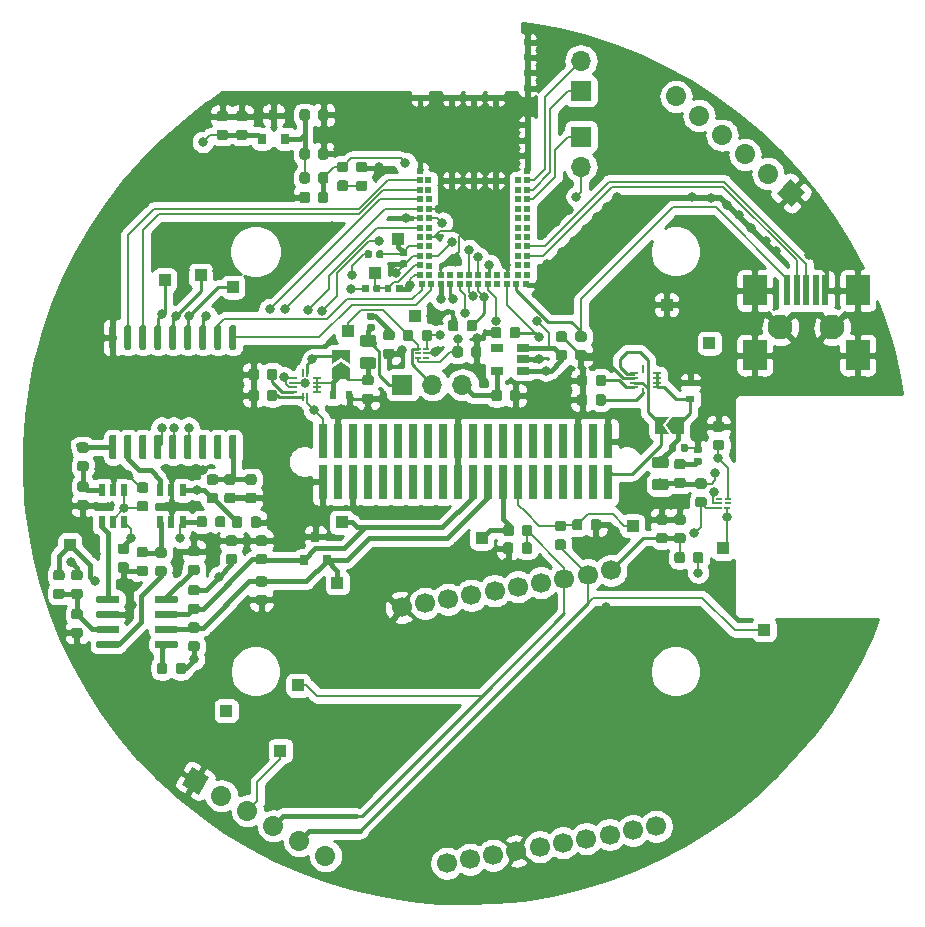
<source format=gbr>
G04 #@! TF.GenerationSoftware,KiCad,Pcbnew,(5.1.4)-1*
G04 #@! TF.CreationDate,2020-01-28T12:58:01-05:00*
G04 #@! TF.ProjectId,MASA-Radio Board,4d415341-2d52-4616-9469-6f20426f6172,rev?*
G04 #@! TF.SameCoordinates,Original*
G04 #@! TF.FileFunction,Copper,L1,Top*
G04 #@! TF.FilePolarity,Positive*
%FSLAX46Y46*%
G04 Gerber Fmt 4.6, Leading zero omitted, Abs format (unit mm)*
G04 Created by KiCad (PCBNEW (5.1.4)-1) date 2020-01-28 12:58:01*
%MOMM*%
%LPD*%
G04 APERTURE LIST*
%ADD10C,0.100000*%
%ADD11C,0.975000*%
%ADD12C,0.875000*%
%ADD13R,1.000000X1.000000*%
%ADD14C,0.590000*%
%ADD15C,2.100000*%
%ADD16R,0.500000X2.500000*%
%ADD17R,2.000000X2.500000*%
%ADD18C,1.700000*%
%ADD19C,1.700000*%
%ADD20C,0.600000*%
%ADD21R,0.800000X0.900000*%
%ADD22C,0.300000*%
%ADD23O,1.700000X1.700000*%
%ADD24R,1.700000X1.700000*%
%ADD25R,0.550000X1.000000*%
%ADD26O,0.700000X0.200000*%
%ADD27O,0.200000X0.700000*%
%ADD28R,1.060000X0.650000*%
%ADD29R,0.520000X0.200000*%
%ADD30R,0.570000X0.200000*%
%ADD31R,0.700000X0.600000*%
%ADD32R,0.600000X0.700000*%
%ADD33R,0.500000X0.500000*%
%ADD34R,0.740000X2.920000*%
%ADD35C,0.800000*%
%ADD36C,0.381000*%
%ADD37C,0.254000*%
%ADD38C,0.203200*%
%ADD39C,0.250000*%
G04 APERTURE END LIST*
D10*
G36*
X169390142Y-128467174D02*
G01*
X169413803Y-128470684D01*
X169437007Y-128476496D01*
X169459529Y-128484554D01*
X169481153Y-128494782D01*
X169501670Y-128507079D01*
X169520883Y-128521329D01*
X169538607Y-128537393D01*
X169554671Y-128555117D01*
X169568921Y-128574330D01*
X169581218Y-128594847D01*
X169591446Y-128616471D01*
X169599504Y-128638993D01*
X169605316Y-128662197D01*
X169608826Y-128685858D01*
X169610000Y-128709750D01*
X169610000Y-129197250D01*
X169608826Y-129221142D01*
X169605316Y-129244803D01*
X169599504Y-129268007D01*
X169591446Y-129290529D01*
X169581218Y-129312153D01*
X169568921Y-129332670D01*
X169554671Y-129351883D01*
X169538607Y-129369607D01*
X169520883Y-129385671D01*
X169501670Y-129399921D01*
X169481153Y-129412218D01*
X169459529Y-129422446D01*
X169437007Y-129430504D01*
X169413803Y-129436316D01*
X169390142Y-129439826D01*
X169366250Y-129441000D01*
X168453750Y-129441000D01*
X168429858Y-129439826D01*
X168406197Y-129436316D01*
X168382993Y-129430504D01*
X168360471Y-129422446D01*
X168338847Y-129412218D01*
X168318330Y-129399921D01*
X168299117Y-129385671D01*
X168281393Y-129369607D01*
X168265329Y-129351883D01*
X168251079Y-129332670D01*
X168238782Y-129312153D01*
X168228554Y-129290529D01*
X168220496Y-129268007D01*
X168214684Y-129244803D01*
X168211174Y-129221142D01*
X168210000Y-129197250D01*
X168210000Y-128709750D01*
X168211174Y-128685858D01*
X168214684Y-128662197D01*
X168220496Y-128638993D01*
X168228554Y-128616471D01*
X168238782Y-128594847D01*
X168251079Y-128574330D01*
X168265329Y-128555117D01*
X168281393Y-128537393D01*
X168299117Y-128521329D01*
X168318330Y-128507079D01*
X168338847Y-128494782D01*
X168360471Y-128484554D01*
X168382993Y-128476496D01*
X168406197Y-128470684D01*
X168429858Y-128467174D01*
X168453750Y-128466000D01*
X169366250Y-128466000D01*
X169390142Y-128467174D01*
X169390142Y-128467174D01*
G37*
D11*
X168910000Y-128953500D03*
D10*
G36*
X169390142Y-126592174D02*
G01*
X169413803Y-126595684D01*
X169437007Y-126601496D01*
X169459529Y-126609554D01*
X169481153Y-126619782D01*
X169501670Y-126632079D01*
X169520883Y-126646329D01*
X169538607Y-126662393D01*
X169554671Y-126680117D01*
X169568921Y-126699330D01*
X169581218Y-126719847D01*
X169591446Y-126741471D01*
X169599504Y-126763993D01*
X169605316Y-126787197D01*
X169608826Y-126810858D01*
X169610000Y-126834750D01*
X169610000Y-127322250D01*
X169608826Y-127346142D01*
X169605316Y-127369803D01*
X169599504Y-127393007D01*
X169591446Y-127415529D01*
X169581218Y-127437153D01*
X169568921Y-127457670D01*
X169554671Y-127476883D01*
X169538607Y-127494607D01*
X169520883Y-127510671D01*
X169501670Y-127524921D01*
X169481153Y-127537218D01*
X169459529Y-127547446D01*
X169437007Y-127555504D01*
X169413803Y-127561316D01*
X169390142Y-127564826D01*
X169366250Y-127566000D01*
X168453750Y-127566000D01*
X168429858Y-127564826D01*
X168406197Y-127561316D01*
X168382993Y-127555504D01*
X168360471Y-127547446D01*
X168338847Y-127537218D01*
X168318330Y-127524921D01*
X168299117Y-127510671D01*
X168281393Y-127494607D01*
X168265329Y-127476883D01*
X168251079Y-127457670D01*
X168238782Y-127437153D01*
X168228554Y-127415529D01*
X168220496Y-127393007D01*
X168214684Y-127369803D01*
X168211174Y-127346142D01*
X168210000Y-127322250D01*
X168210000Y-126834750D01*
X168211174Y-126810858D01*
X168214684Y-126787197D01*
X168220496Y-126763993D01*
X168228554Y-126741471D01*
X168238782Y-126719847D01*
X168251079Y-126699330D01*
X168265329Y-126680117D01*
X168281393Y-126662393D01*
X168299117Y-126646329D01*
X168318330Y-126632079D01*
X168338847Y-126619782D01*
X168360471Y-126609554D01*
X168382993Y-126601496D01*
X168406197Y-126595684D01*
X168429858Y-126592174D01*
X168453750Y-126591000D01*
X169366250Y-126591000D01*
X169390142Y-126592174D01*
X169390142Y-126592174D01*
G37*
D11*
X168910000Y-127078500D03*
D10*
G36*
X144625142Y-116305174D02*
G01*
X144648803Y-116308684D01*
X144672007Y-116314496D01*
X144694529Y-116322554D01*
X144716153Y-116332782D01*
X144736670Y-116345079D01*
X144755883Y-116359329D01*
X144773607Y-116375393D01*
X144789671Y-116393117D01*
X144803921Y-116412330D01*
X144816218Y-116432847D01*
X144826446Y-116454471D01*
X144834504Y-116476993D01*
X144840316Y-116500197D01*
X144843826Y-116523858D01*
X144845000Y-116547750D01*
X144845000Y-117035250D01*
X144843826Y-117059142D01*
X144840316Y-117082803D01*
X144834504Y-117106007D01*
X144826446Y-117128529D01*
X144816218Y-117150153D01*
X144803921Y-117170670D01*
X144789671Y-117189883D01*
X144773607Y-117207607D01*
X144755883Y-117223671D01*
X144736670Y-117237921D01*
X144716153Y-117250218D01*
X144694529Y-117260446D01*
X144672007Y-117268504D01*
X144648803Y-117274316D01*
X144625142Y-117277826D01*
X144601250Y-117279000D01*
X143688750Y-117279000D01*
X143664858Y-117277826D01*
X143641197Y-117274316D01*
X143617993Y-117268504D01*
X143595471Y-117260446D01*
X143573847Y-117250218D01*
X143553330Y-117237921D01*
X143534117Y-117223671D01*
X143516393Y-117207607D01*
X143500329Y-117189883D01*
X143486079Y-117170670D01*
X143473782Y-117150153D01*
X143463554Y-117128529D01*
X143455496Y-117106007D01*
X143449684Y-117082803D01*
X143446174Y-117059142D01*
X143445000Y-117035250D01*
X143445000Y-116547750D01*
X143446174Y-116523858D01*
X143449684Y-116500197D01*
X143455496Y-116476993D01*
X143463554Y-116454471D01*
X143473782Y-116432847D01*
X143486079Y-116412330D01*
X143500329Y-116393117D01*
X143516393Y-116375393D01*
X143534117Y-116359329D01*
X143553330Y-116345079D01*
X143573847Y-116332782D01*
X143595471Y-116322554D01*
X143617993Y-116314496D01*
X143641197Y-116308684D01*
X143664858Y-116305174D01*
X143688750Y-116304000D01*
X144601250Y-116304000D01*
X144625142Y-116305174D01*
X144625142Y-116305174D01*
G37*
D11*
X144145000Y-116791500D03*
D10*
G36*
X144625142Y-118180174D02*
G01*
X144648803Y-118183684D01*
X144672007Y-118189496D01*
X144694529Y-118197554D01*
X144716153Y-118207782D01*
X144736670Y-118220079D01*
X144755883Y-118234329D01*
X144773607Y-118250393D01*
X144789671Y-118268117D01*
X144803921Y-118287330D01*
X144816218Y-118307847D01*
X144826446Y-118329471D01*
X144834504Y-118351993D01*
X144840316Y-118375197D01*
X144843826Y-118398858D01*
X144845000Y-118422750D01*
X144845000Y-118910250D01*
X144843826Y-118934142D01*
X144840316Y-118957803D01*
X144834504Y-118981007D01*
X144826446Y-119003529D01*
X144816218Y-119025153D01*
X144803921Y-119045670D01*
X144789671Y-119064883D01*
X144773607Y-119082607D01*
X144755883Y-119098671D01*
X144736670Y-119112921D01*
X144716153Y-119125218D01*
X144694529Y-119135446D01*
X144672007Y-119143504D01*
X144648803Y-119149316D01*
X144625142Y-119152826D01*
X144601250Y-119154000D01*
X143688750Y-119154000D01*
X143664858Y-119152826D01*
X143641197Y-119149316D01*
X143617993Y-119143504D01*
X143595471Y-119135446D01*
X143573847Y-119125218D01*
X143553330Y-119112921D01*
X143534117Y-119098671D01*
X143516393Y-119082607D01*
X143500329Y-119064883D01*
X143486079Y-119045670D01*
X143473782Y-119025153D01*
X143463554Y-119003529D01*
X143455496Y-118981007D01*
X143449684Y-118957803D01*
X143446174Y-118934142D01*
X143445000Y-118910250D01*
X143445000Y-118422750D01*
X143446174Y-118398858D01*
X143449684Y-118375197D01*
X143455496Y-118351993D01*
X143463554Y-118329471D01*
X143473782Y-118307847D01*
X143486079Y-118287330D01*
X143500329Y-118268117D01*
X143516393Y-118250393D01*
X143534117Y-118234329D01*
X143553330Y-118220079D01*
X143573847Y-118207782D01*
X143595471Y-118197554D01*
X143617993Y-118189496D01*
X143641197Y-118183684D01*
X143664858Y-118180174D01*
X143688750Y-118179000D01*
X144601250Y-118179000D01*
X144625142Y-118180174D01*
X144625142Y-118180174D01*
G37*
D11*
X144145000Y-118666500D03*
D10*
G36*
X118257691Y-136196053D02*
G01*
X118278926Y-136199203D01*
X118299750Y-136204419D01*
X118319962Y-136211651D01*
X118339368Y-136220830D01*
X118357781Y-136231866D01*
X118375024Y-136244654D01*
X118390930Y-136259070D01*
X118405346Y-136274976D01*
X118418134Y-136292219D01*
X118429170Y-136310632D01*
X118438349Y-136330038D01*
X118445581Y-136350250D01*
X118450797Y-136371074D01*
X118453947Y-136392309D01*
X118455000Y-136413750D01*
X118455000Y-136851250D01*
X118453947Y-136872691D01*
X118450797Y-136893926D01*
X118445581Y-136914750D01*
X118438349Y-136934962D01*
X118429170Y-136954368D01*
X118418134Y-136972781D01*
X118405346Y-136990024D01*
X118390930Y-137005930D01*
X118375024Y-137020346D01*
X118357781Y-137033134D01*
X118339368Y-137044170D01*
X118319962Y-137053349D01*
X118299750Y-137060581D01*
X118278926Y-137065797D01*
X118257691Y-137068947D01*
X118236250Y-137070000D01*
X117723750Y-137070000D01*
X117702309Y-137068947D01*
X117681074Y-137065797D01*
X117660250Y-137060581D01*
X117640038Y-137053349D01*
X117620632Y-137044170D01*
X117602219Y-137033134D01*
X117584976Y-137020346D01*
X117569070Y-137005930D01*
X117554654Y-136990024D01*
X117541866Y-136972781D01*
X117530830Y-136954368D01*
X117521651Y-136934962D01*
X117514419Y-136914750D01*
X117509203Y-136893926D01*
X117506053Y-136872691D01*
X117505000Y-136851250D01*
X117505000Y-136413750D01*
X117506053Y-136392309D01*
X117509203Y-136371074D01*
X117514419Y-136350250D01*
X117521651Y-136330038D01*
X117530830Y-136310632D01*
X117541866Y-136292219D01*
X117554654Y-136274976D01*
X117569070Y-136259070D01*
X117584976Y-136244654D01*
X117602219Y-136231866D01*
X117620632Y-136220830D01*
X117640038Y-136211651D01*
X117660250Y-136204419D01*
X117681074Y-136199203D01*
X117702309Y-136196053D01*
X117723750Y-136195000D01*
X118236250Y-136195000D01*
X118257691Y-136196053D01*
X118257691Y-136196053D01*
G37*
D12*
X117980000Y-136632500D03*
D10*
G36*
X118257691Y-137771053D02*
G01*
X118278926Y-137774203D01*
X118299750Y-137779419D01*
X118319962Y-137786651D01*
X118339368Y-137795830D01*
X118357781Y-137806866D01*
X118375024Y-137819654D01*
X118390930Y-137834070D01*
X118405346Y-137849976D01*
X118418134Y-137867219D01*
X118429170Y-137885632D01*
X118438349Y-137905038D01*
X118445581Y-137925250D01*
X118450797Y-137946074D01*
X118453947Y-137967309D01*
X118455000Y-137988750D01*
X118455000Y-138426250D01*
X118453947Y-138447691D01*
X118450797Y-138468926D01*
X118445581Y-138489750D01*
X118438349Y-138509962D01*
X118429170Y-138529368D01*
X118418134Y-138547781D01*
X118405346Y-138565024D01*
X118390930Y-138580930D01*
X118375024Y-138595346D01*
X118357781Y-138608134D01*
X118339368Y-138619170D01*
X118319962Y-138628349D01*
X118299750Y-138635581D01*
X118278926Y-138640797D01*
X118257691Y-138643947D01*
X118236250Y-138645000D01*
X117723750Y-138645000D01*
X117702309Y-138643947D01*
X117681074Y-138640797D01*
X117660250Y-138635581D01*
X117640038Y-138628349D01*
X117620632Y-138619170D01*
X117602219Y-138608134D01*
X117584976Y-138595346D01*
X117569070Y-138580930D01*
X117554654Y-138565024D01*
X117541866Y-138547781D01*
X117530830Y-138529368D01*
X117521651Y-138509962D01*
X117514419Y-138489750D01*
X117509203Y-138468926D01*
X117506053Y-138447691D01*
X117505000Y-138426250D01*
X117505000Y-137988750D01*
X117506053Y-137967309D01*
X117509203Y-137946074D01*
X117514419Y-137925250D01*
X117521651Y-137905038D01*
X117530830Y-137885632D01*
X117541866Y-137867219D01*
X117554654Y-137849976D01*
X117569070Y-137834070D01*
X117584976Y-137819654D01*
X117602219Y-137806866D01*
X117620632Y-137795830D01*
X117640038Y-137786651D01*
X117660250Y-137779419D01*
X117681074Y-137774203D01*
X117702309Y-137771053D01*
X117723750Y-137770000D01*
X118236250Y-137770000D01*
X118257691Y-137771053D01*
X118257691Y-137771053D01*
G37*
D12*
X117980000Y-138207500D03*
D10*
G36*
X131257691Y-128096053D02*
G01*
X131278926Y-128099203D01*
X131299750Y-128104419D01*
X131319962Y-128111651D01*
X131339368Y-128120830D01*
X131357781Y-128131866D01*
X131375024Y-128144654D01*
X131390930Y-128159070D01*
X131405346Y-128174976D01*
X131418134Y-128192219D01*
X131429170Y-128210632D01*
X131438349Y-128230038D01*
X131445581Y-128250250D01*
X131450797Y-128271074D01*
X131453947Y-128292309D01*
X131455000Y-128313750D01*
X131455000Y-128751250D01*
X131453947Y-128772691D01*
X131450797Y-128793926D01*
X131445581Y-128814750D01*
X131438349Y-128834962D01*
X131429170Y-128854368D01*
X131418134Y-128872781D01*
X131405346Y-128890024D01*
X131390930Y-128905930D01*
X131375024Y-128920346D01*
X131357781Y-128933134D01*
X131339368Y-128944170D01*
X131319962Y-128953349D01*
X131299750Y-128960581D01*
X131278926Y-128965797D01*
X131257691Y-128968947D01*
X131236250Y-128970000D01*
X130723750Y-128970000D01*
X130702309Y-128968947D01*
X130681074Y-128965797D01*
X130660250Y-128960581D01*
X130640038Y-128953349D01*
X130620632Y-128944170D01*
X130602219Y-128933134D01*
X130584976Y-128920346D01*
X130569070Y-128905930D01*
X130554654Y-128890024D01*
X130541866Y-128872781D01*
X130530830Y-128854368D01*
X130521651Y-128834962D01*
X130514419Y-128814750D01*
X130509203Y-128793926D01*
X130506053Y-128772691D01*
X130505000Y-128751250D01*
X130505000Y-128313750D01*
X130506053Y-128292309D01*
X130509203Y-128271074D01*
X130514419Y-128250250D01*
X130521651Y-128230038D01*
X130530830Y-128210632D01*
X130541866Y-128192219D01*
X130554654Y-128174976D01*
X130569070Y-128159070D01*
X130584976Y-128144654D01*
X130602219Y-128131866D01*
X130620632Y-128120830D01*
X130640038Y-128111651D01*
X130660250Y-128104419D01*
X130681074Y-128099203D01*
X130702309Y-128096053D01*
X130723750Y-128095000D01*
X131236250Y-128095000D01*
X131257691Y-128096053D01*
X131257691Y-128096053D01*
G37*
D12*
X130980000Y-128532500D03*
D10*
G36*
X131257691Y-129671053D02*
G01*
X131278926Y-129674203D01*
X131299750Y-129679419D01*
X131319962Y-129686651D01*
X131339368Y-129695830D01*
X131357781Y-129706866D01*
X131375024Y-129719654D01*
X131390930Y-129734070D01*
X131405346Y-129749976D01*
X131418134Y-129767219D01*
X131429170Y-129785632D01*
X131438349Y-129805038D01*
X131445581Y-129825250D01*
X131450797Y-129846074D01*
X131453947Y-129867309D01*
X131455000Y-129888750D01*
X131455000Y-130326250D01*
X131453947Y-130347691D01*
X131450797Y-130368926D01*
X131445581Y-130389750D01*
X131438349Y-130409962D01*
X131429170Y-130429368D01*
X131418134Y-130447781D01*
X131405346Y-130465024D01*
X131390930Y-130480930D01*
X131375024Y-130495346D01*
X131357781Y-130508134D01*
X131339368Y-130519170D01*
X131319962Y-130528349D01*
X131299750Y-130535581D01*
X131278926Y-130540797D01*
X131257691Y-130543947D01*
X131236250Y-130545000D01*
X130723750Y-130545000D01*
X130702309Y-130543947D01*
X130681074Y-130540797D01*
X130660250Y-130535581D01*
X130640038Y-130528349D01*
X130620632Y-130519170D01*
X130602219Y-130508134D01*
X130584976Y-130495346D01*
X130569070Y-130480930D01*
X130554654Y-130465024D01*
X130541866Y-130447781D01*
X130530830Y-130429368D01*
X130521651Y-130409962D01*
X130514419Y-130389750D01*
X130509203Y-130368926D01*
X130506053Y-130347691D01*
X130505000Y-130326250D01*
X130505000Y-129888750D01*
X130506053Y-129867309D01*
X130509203Y-129846074D01*
X130514419Y-129825250D01*
X130521651Y-129805038D01*
X130530830Y-129785632D01*
X130541866Y-129767219D01*
X130554654Y-129749976D01*
X130569070Y-129734070D01*
X130584976Y-129719654D01*
X130602219Y-129706866D01*
X130620632Y-129695830D01*
X130640038Y-129686651D01*
X130660250Y-129679419D01*
X130681074Y-129674203D01*
X130702309Y-129671053D01*
X130723750Y-129670000D01*
X131236250Y-129670000D01*
X131257691Y-129671053D01*
X131257691Y-129671053D01*
G37*
D12*
X130980000Y-130107500D03*
D10*
G36*
X172347691Y-134666053D02*
G01*
X172368926Y-134669203D01*
X172389750Y-134674419D01*
X172409962Y-134681651D01*
X172429368Y-134690830D01*
X172447781Y-134701866D01*
X172465024Y-134714654D01*
X172480930Y-134729070D01*
X172495346Y-134744976D01*
X172508134Y-134762219D01*
X172519170Y-134780632D01*
X172528349Y-134800038D01*
X172535581Y-134820250D01*
X172540797Y-134841074D01*
X172543947Y-134862309D01*
X172545000Y-134883750D01*
X172545000Y-135396250D01*
X172543947Y-135417691D01*
X172540797Y-135438926D01*
X172535581Y-135459750D01*
X172528349Y-135479962D01*
X172519170Y-135499368D01*
X172508134Y-135517781D01*
X172495346Y-135535024D01*
X172480930Y-135550930D01*
X172465024Y-135565346D01*
X172447781Y-135578134D01*
X172429368Y-135589170D01*
X172409962Y-135598349D01*
X172389750Y-135605581D01*
X172368926Y-135610797D01*
X172347691Y-135613947D01*
X172326250Y-135615000D01*
X171888750Y-135615000D01*
X171867309Y-135613947D01*
X171846074Y-135610797D01*
X171825250Y-135605581D01*
X171805038Y-135598349D01*
X171785632Y-135589170D01*
X171767219Y-135578134D01*
X171749976Y-135565346D01*
X171734070Y-135550930D01*
X171719654Y-135535024D01*
X171706866Y-135517781D01*
X171695830Y-135499368D01*
X171686651Y-135479962D01*
X171679419Y-135459750D01*
X171674203Y-135438926D01*
X171671053Y-135417691D01*
X171670000Y-135396250D01*
X171670000Y-134883750D01*
X171671053Y-134862309D01*
X171674203Y-134841074D01*
X171679419Y-134820250D01*
X171686651Y-134800038D01*
X171695830Y-134780632D01*
X171706866Y-134762219D01*
X171719654Y-134744976D01*
X171734070Y-134729070D01*
X171749976Y-134714654D01*
X171767219Y-134701866D01*
X171785632Y-134690830D01*
X171805038Y-134681651D01*
X171825250Y-134674419D01*
X171846074Y-134669203D01*
X171867309Y-134666053D01*
X171888750Y-134665000D01*
X172326250Y-134665000D01*
X172347691Y-134666053D01*
X172347691Y-134666053D01*
G37*
D12*
X172107500Y-135140000D03*
D10*
G36*
X170772691Y-134666053D02*
G01*
X170793926Y-134669203D01*
X170814750Y-134674419D01*
X170834962Y-134681651D01*
X170854368Y-134690830D01*
X170872781Y-134701866D01*
X170890024Y-134714654D01*
X170905930Y-134729070D01*
X170920346Y-134744976D01*
X170933134Y-134762219D01*
X170944170Y-134780632D01*
X170953349Y-134800038D01*
X170960581Y-134820250D01*
X170965797Y-134841074D01*
X170968947Y-134862309D01*
X170970000Y-134883750D01*
X170970000Y-135396250D01*
X170968947Y-135417691D01*
X170965797Y-135438926D01*
X170960581Y-135459750D01*
X170953349Y-135479962D01*
X170944170Y-135499368D01*
X170933134Y-135517781D01*
X170920346Y-135535024D01*
X170905930Y-135550930D01*
X170890024Y-135565346D01*
X170872781Y-135578134D01*
X170854368Y-135589170D01*
X170834962Y-135598349D01*
X170814750Y-135605581D01*
X170793926Y-135610797D01*
X170772691Y-135613947D01*
X170751250Y-135615000D01*
X170313750Y-135615000D01*
X170292309Y-135613947D01*
X170271074Y-135610797D01*
X170250250Y-135605581D01*
X170230038Y-135598349D01*
X170210632Y-135589170D01*
X170192219Y-135578134D01*
X170174976Y-135565346D01*
X170159070Y-135550930D01*
X170144654Y-135535024D01*
X170131866Y-135517781D01*
X170120830Y-135499368D01*
X170111651Y-135479962D01*
X170104419Y-135459750D01*
X170099203Y-135438926D01*
X170096053Y-135417691D01*
X170095000Y-135396250D01*
X170095000Y-134883750D01*
X170096053Y-134862309D01*
X170099203Y-134841074D01*
X170104419Y-134820250D01*
X170111651Y-134800038D01*
X170120830Y-134780632D01*
X170131866Y-134762219D01*
X170144654Y-134744976D01*
X170159070Y-134729070D01*
X170174976Y-134714654D01*
X170192219Y-134701866D01*
X170210632Y-134690830D01*
X170230038Y-134681651D01*
X170250250Y-134674419D01*
X170271074Y-134669203D01*
X170292309Y-134666053D01*
X170313750Y-134665000D01*
X170751250Y-134665000D01*
X170772691Y-134666053D01*
X170772691Y-134666053D01*
G37*
D12*
X170532500Y-135140000D03*
D13*
X146700000Y-108190000D03*
X144770000Y-111010000D03*
X166560000Y-132460000D03*
X153780000Y-133500000D03*
X132720000Y-112240000D03*
X126930000Y-111620000D03*
X129970000Y-111240000D03*
X141910000Y-132160000D03*
X141560000Y-137290000D03*
X169430000Y-113740000D03*
X173060000Y-116990000D03*
X148110000Y-114660000D03*
X118910000Y-134060000D03*
X177690000Y-141270000D03*
X132150000Y-148110000D03*
X142430000Y-115970000D03*
X174230000Y-134360000D03*
X138210000Y-145950000D03*
X136730000Y-151490000D03*
D10*
G36*
X156252691Y-133866053D02*
G01*
X156273926Y-133869203D01*
X156294750Y-133874419D01*
X156314962Y-133881651D01*
X156334368Y-133890830D01*
X156352781Y-133901866D01*
X156370024Y-133914654D01*
X156385930Y-133929070D01*
X156400346Y-133944976D01*
X156413134Y-133962219D01*
X156424170Y-133980632D01*
X156433349Y-134000038D01*
X156440581Y-134020250D01*
X156445797Y-134041074D01*
X156448947Y-134062309D01*
X156450000Y-134083750D01*
X156450000Y-134596250D01*
X156448947Y-134617691D01*
X156445797Y-134638926D01*
X156440581Y-134659750D01*
X156433349Y-134679962D01*
X156424170Y-134699368D01*
X156413134Y-134717781D01*
X156400346Y-134735024D01*
X156385930Y-134750930D01*
X156370024Y-134765346D01*
X156352781Y-134778134D01*
X156334368Y-134789170D01*
X156314962Y-134798349D01*
X156294750Y-134805581D01*
X156273926Y-134810797D01*
X156252691Y-134813947D01*
X156231250Y-134815000D01*
X155793750Y-134815000D01*
X155772309Y-134813947D01*
X155751074Y-134810797D01*
X155730250Y-134805581D01*
X155710038Y-134798349D01*
X155690632Y-134789170D01*
X155672219Y-134778134D01*
X155654976Y-134765346D01*
X155639070Y-134750930D01*
X155624654Y-134735024D01*
X155611866Y-134717781D01*
X155600830Y-134699368D01*
X155591651Y-134679962D01*
X155584419Y-134659750D01*
X155579203Y-134638926D01*
X155576053Y-134617691D01*
X155575000Y-134596250D01*
X155575000Y-134083750D01*
X155576053Y-134062309D01*
X155579203Y-134041074D01*
X155584419Y-134020250D01*
X155591651Y-134000038D01*
X155600830Y-133980632D01*
X155611866Y-133962219D01*
X155624654Y-133944976D01*
X155639070Y-133929070D01*
X155654976Y-133914654D01*
X155672219Y-133901866D01*
X155690632Y-133890830D01*
X155710038Y-133881651D01*
X155730250Y-133874419D01*
X155751074Y-133869203D01*
X155772309Y-133866053D01*
X155793750Y-133865000D01*
X156231250Y-133865000D01*
X156252691Y-133866053D01*
X156252691Y-133866053D01*
G37*
D12*
X156012500Y-134340000D03*
D10*
G36*
X157827691Y-133866053D02*
G01*
X157848926Y-133869203D01*
X157869750Y-133874419D01*
X157889962Y-133881651D01*
X157909368Y-133890830D01*
X157927781Y-133901866D01*
X157945024Y-133914654D01*
X157960930Y-133929070D01*
X157975346Y-133944976D01*
X157988134Y-133962219D01*
X157999170Y-133980632D01*
X158008349Y-134000038D01*
X158015581Y-134020250D01*
X158020797Y-134041074D01*
X158023947Y-134062309D01*
X158025000Y-134083750D01*
X158025000Y-134596250D01*
X158023947Y-134617691D01*
X158020797Y-134638926D01*
X158015581Y-134659750D01*
X158008349Y-134679962D01*
X157999170Y-134699368D01*
X157988134Y-134717781D01*
X157975346Y-134735024D01*
X157960930Y-134750930D01*
X157945024Y-134765346D01*
X157927781Y-134778134D01*
X157909368Y-134789170D01*
X157889962Y-134798349D01*
X157869750Y-134805581D01*
X157848926Y-134810797D01*
X157827691Y-134813947D01*
X157806250Y-134815000D01*
X157368750Y-134815000D01*
X157347309Y-134813947D01*
X157326074Y-134810797D01*
X157305250Y-134805581D01*
X157285038Y-134798349D01*
X157265632Y-134789170D01*
X157247219Y-134778134D01*
X157229976Y-134765346D01*
X157214070Y-134750930D01*
X157199654Y-134735024D01*
X157186866Y-134717781D01*
X157175830Y-134699368D01*
X157166651Y-134679962D01*
X157159419Y-134659750D01*
X157154203Y-134638926D01*
X157151053Y-134617691D01*
X157150000Y-134596250D01*
X157150000Y-134083750D01*
X157151053Y-134062309D01*
X157154203Y-134041074D01*
X157159419Y-134020250D01*
X157166651Y-134000038D01*
X157175830Y-133980632D01*
X157186866Y-133962219D01*
X157199654Y-133944976D01*
X157214070Y-133929070D01*
X157229976Y-133914654D01*
X157247219Y-133901866D01*
X157265632Y-133890830D01*
X157285038Y-133881651D01*
X157305250Y-133874419D01*
X157326074Y-133869203D01*
X157347309Y-133866053D01*
X157368750Y-133865000D01*
X157806250Y-133865000D01*
X157827691Y-133866053D01*
X157827691Y-133866053D01*
G37*
D12*
X157587500Y-134340000D03*
D10*
G36*
X160707691Y-133601053D02*
G01*
X160728926Y-133604203D01*
X160749750Y-133609419D01*
X160769962Y-133616651D01*
X160789368Y-133625830D01*
X160807781Y-133636866D01*
X160825024Y-133649654D01*
X160840930Y-133664070D01*
X160855346Y-133679976D01*
X160868134Y-133697219D01*
X160879170Y-133715632D01*
X160888349Y-133735038D01*
X160895581Y-133755250D01*
X160900797Y-133776074D01*
X160903947Y-133797309D01*
X160905000Y-133818750D01*
X160905000Y-134256250D01*
X160903947Y-134277691D01*
X160900797Y-134298926D01*
X160895581Y-134319750D01*
X160888349Y-134339962D01*
X160879170Y-134359368D01*
X160868134Y-134377781D01*
X160855346Y-134395024D01*
X160840930Y-134410930D01*
X160825024Y-134425346D01*
X160807781Y-134438134D01*
X160789368Y-134449170D01*
X160769962Y-134458349D01*
X160749750Y-134465581D01*
X160728926Y-134470797D01*
X160707691Y-134473947D01*
X160686250Y-134475000D01*
X160173750Y-134475000D01*
X160152309Y-134473947D01*
X160131074Y-134470797D01*
X160110250Y-134465581D01*
X160090038Y-134458349D01*
X160070632Y-134449170D01*
X160052219Y-134438134D01*
X160034976Y-134425346D01*
X160019070Y-134410930D01*
X160004654Y-134395024D01*
X159991866Y-134377781D01*
X159980830Y-134359368D01*
X159971651Y-134339962D01*
X159964419Y-134319750D01*
X159959203Y-134298926D01*
X159956053Y-134277691D01*
X159955000Y-134256250D01*
X159955000Y-133818750D01*
X159956053Y-133797309D01*
X159959203Y-133776074D01*
X159964419Y-133755250D01*
X159971651Y-133735038D01*
X159980830Y-133715632D01*
X159991866Y-133697219D01*
X160004654Y-133679976D01*
X160019070Y-133664070D01*
X160034976Y-133649654D01*
X160052219Y-133636866D01*
X160070632Y-133625830D01*
X160090038Y-133616651D01*
X160110250Y-133609419D01*
X160131074Y-133604203D01*
X160152309Y-133601053D01*
X160173750Y-133600000D01*
X160686250Y-133600000D01*
X160707691Y-133601053D01*
X160707691Y-133601053D01*
G37*
D12*
X160430000Y-134037500D03*
D10*
G36*
X160707691Y-132026053D02*
G01*
X160728926Y-132029203D01*
X160749750Y-132034419D01*
X160769962Y-132041651D01*
X160789368Y-132050830D01*
X160807781Y-132061866D01*
X160825024Y-132074654D01*
X160840930Y-132089070D01*
X160855346Y-132104976D01*
X160868134Y-132122219D01*
X160879170Y-132140632D01*
X160888349Y-132160038D01*
X160895581Y-132180250D01*
X160900797Y-132201074D01*
X160903947Y-132222309D01*
X160905000Y-132243750D01*
X160905000Y-132681250D01*
X160903947Y-132702691D01*
X160900797Y-132723926D01*
X160895581Y-132744750D01*
X160888349Y-132764962D01*
X160879170Y-132784368D01*
X160868134Y-132802781D01*
X160855346Y-132820024D01*
X160840930Y-132835930D01*
X160825024Y-132850346D01*
X160807781Y-132863134D01*
X160789368Y-132874170D01*
X160769962Y-132883349D01*
X160749750Y-132890581D01*
X160728926Y-132895797D01*
X160707691Y-132898947D01*
X160686250Y-132900000D01*
X160173750Y-132900000D01*
X160152309Y-132898947D01*
X160131074Y-132895797D01*
X160110250Y-132890581D01*
X160090038Y-132883349D01*
X160070632Y-132874170D01*
X160052219Y-132863134D01*
X160034976Y-132850346D01*
X160019070Y-132835930D01*
X160004654Y-132820024D01*
X159991866Y-132802781D01*
X159980830Y-132784368D01*
X159971651Y-132764962D01*
X159964419Y-132744750D01*
X159959203Y-132723926D01*
X159956053Y-132702691D01*
X159955000Y-132681250D01*
X159955000Y-132243750D01*
X159956053Y-132222309D01*
X159959203Y-132201074D01*
X159964419Y-132180250D01*
X159971651Y-132160038D01*
X159980830Y-132140632D01*
X159991866Y-132122219D01*
X160004654Y-132104976D01*
X160019070Y-132089070D01*
X160034976Y-132074654D01*
X160052219Y-132061866D01*
X160070632Y-132050830D01*
X160090038Y-132041651D01*
X160110250Y-132034419D01*
X160131074Y-132029203D01*
X160152309Y-132026053D01*
X160173750Y-132025000D01*
X160686250Y-132025000D01*
X160707691Y-132026053D01*
X160707691Y-132026053D01*
G37*
D12*
X160430000Y-132462500D03*
D10*
G36*
X162112691Y-131896053D02*
G01*
X162133926Y-131899203D01*
X162154750Y-131904419D01*
X162174962Y-131911651D01*
X162194368Y-131920830D01*
X162212781Y-131931866D01*
X162230024Y-131944654D01*
X162245930Y-131959070D01*
X162260346Y-131974976D01*
X162273134Y-131992219D01*
X162284170Y-132010632D01*
X162293349Y-132030038D01*
X162300581Y-132050250D01*
X162305797Y-132071074D01*
X162308947Y-132092309D01*
X162310000Y-132113750D01*
X162310000Y-132626250D01*
X162308947Y-132647691D01*
X162305797Y-132668926D01*
X162300581Y-132689750D01*
X162293349Y-132709962D01*
X162284170Y-132729368D01*
X162273134Y-132747781D01*
X162260346Y-132765024D01*
X162245930Y-132780930D01*
X162230024Y-132795346D01*
X162212781Y-132808134D01*
X162194368Y-132819170D01*
X162174962Y-132828349D01*
X162154750Y-132835581D01*
X162133926Y-132840797D01*
X162112691Y-132843947D01*
X162091250Y-132845000D01*
X161653750Y-132845000D01*
X161632309Y-132843947D01*
X161611074Y-132840797D01*
X161590250Y-132835581D01*
X161570038Y-132828349D01*
X161550632Y-132819170D01*
X161532219Y-132808134D01*
X161514976Y-132795346D01*
X161499070Y-132780930D01*
X161484654Y-132765024D01*
X161471866Y-132747781D01*
X161460830Y-132729368D01*
X161451651Y-132709962D01*
X161444419Y-132689750D01*
X161439203Y-132668926D01*
X161436053Y-132647691D01*
X161435000Y-132626250D01*
X161435000Y-132113750D01*
X161436053Y-132092309D01*
X161439203Y-132071074D01*
X161444419Y-132050250D01*
X161451651Y-132030038D01*
X161460830Y-132010632D01*
X161471866Y-131992219D01*
X161484654Y-131974976D01*
X161499070Y-131959070D01*
X161514976Y-131944654D01*
X161532219Y-131931866D01*
X161550632Y-131920830D01*
X161570038Y-131911651D01*
X161590250Y-131904419D01*
X161611074Y-131899203D01*
X161632309Y-131896053D01*
X161653750Y-131895000D01*
X162091250Y-131895000D01*
X162112691Y-131896053D01*
X162112691Y-131896053D01*
G37*
D12*
X161872500Y-132370000D03*
D10*
G36*
X163687691Y-131896053D02*
G01*
X163708926Y-131899203D01*
X163729750Y-131904419D01*
X163749962Y-131911651D01*
X163769368Y-131920830D01*
X163787781Y-131931866D01*
X163805024Y-131944654D01*
X163820930Y-131959070D01*
X163835346Y-131974976D01*
X163848134Y-131992219D01*
X163859170Y-132010632D01*
X163868349Y-132030038D01*
X163875581Y-132050250D01*
X163880797Y-132071074D01*
X163883947Y-132092309D01*
X163885000Y-132113750D01*
X163885000Y-132626250D01*
X163883947Y-132647691D01*
X163880797Y-132668926D01*
X163875581Y-132689750D01*
X163868349Y-132709962D01*
X163859170Y-132729368D01*
X163848134Y-132747781D01*
X163835346Y-132765024D01*
X163820930Y-132780930D01*
X163805024Y-132795346D01*
X163787781Y-132808134D01*
X163769368Y-132819170D01*
X163749962Y-132828349D01*
X163729750Y-132835581D01*
X163708926Y-132840797D01*
X163687691Y-132843947D01*
X163666250Y-132845000D01*
X163228750Y-132845000D01*
X163207309Y-132843947D01*
X163186074Y-132840797D01*
X163165250Y-132835581D01*
X163145038Y-132828349D01*
X163125632Y-132819170D01*
X163107219Y-132808134D01*
X163089976Y-132795346D01*
X163074070Y-132780930D01*
X163059654Y-132765024D01*
X163046866Y-132747781D01*
X163035830Y-132729368D01*
X163026651Y-132709962D01*
X163019419Y-132689750D01*
X163014203Y-132668926D01*
X163011053Y-132647691D01*
X163010000Y-132626250D01*
X163010000Y-132113750D01*
X163011053Y-132092309D01*
X163014203Y-132071074D01*
X163019419Y-132050250D01*
X163026651Y-132030038D01*
X163035830Y-132010632D01*
X163046866Y-131992219D01*
X163059654Y-131974976D01*
X163074070Y-131959070D01*
X163089976Y-131944654D01*
X163107219Y-131931866D01*
X163125632Y-131920830D01*
X163145038Y-131911651D01*
X163165250Y-131904419D01*
X163186074Y-131899203D01*
X163207309Y-131896053D01*
X163228750Y-131895000D01*
X163666250Y-131895000D01*
X163687691Y-131896053D01*
X163687691Y-131896053D01*
G37*
D12*
X163447500Y-132370000D03*
D10*
G36*
X145316958Y-109140710D02*
G01*
X145331276Y-109142834D01*
X145345317Y-109146351D01*
X145358946Y-109151228D01*
X145372031Y-109157417D01*
X145384447Y-109164858D01*
X145396073Y-109173481D01*
X145406798Y-109183202D01*
X145416519Y-109193927D01*
X145425142Y-109205553D01*
X145432583Y-109217969D01*
X145438772Y-109231054D01*
X145443649Y-109244683D01*
X145447166Y-109258724D01*
X145449290Y-109273042D01*
X145450000Y-109287500D01*
X145450000Y-109632500D01*
X145449290Y-109646958D01*
X145447166Y-109661276D01*
X145443649Y-109675317D01*
X145438772Y-109688946D01*
X145432583Y-109702031D01*
X145425142Y-109714447D01*
X145416519Y-109726073D01*
X145406798Y-109736798D01*
X145396073Y-109746519D01*
X145384447Y-109755142D01*
X145372031Y-109762583D01*
X145358946Y-109768772D01*
X145345317Y-109773649D01*
X145331276Y-109777166D01*
X145316958Y-109779290D01*
X145302500Y-109780000D01*
X145007500Y-109780000D01*
X144993042Y-109779290D01*
X144978724Y-109777166D01*
X144964683Y-109773649D01*
X144951054Y-109768772D01*
X144937969Y-109762583D01*
X144925553Y-109755142D01*
X144913927Y-109746519D01*
X144903202Y-109736798D01*
X144893481Y-109726073D01*
X144884858Y-109714447D01*
X144877417Y-109702031D01*
X144871228Y-109688946D01*
X144866351Y-109675317D01*
X144862834Y-109661276D01*
X144860710Y-109646958D01*
X144860000Y-109632500D01*
X144860000Y-109287500D01*
X144860710Y-109273042D01*
X144862834Y-109258724D01*
X144866351Y-109244683D01*
X144871228Y-109231054D01*
X144877417Y-109217969D01*
X144884858Y-109205553D01*
X144893481Y-109193927D01*
X144903202Y-109183202D01*
X144913927Y-109173481D01*
X144925553Y-109164858D01*
X144937969Y-109157417D01*
X144951054Y-109151228D01*
X144964683Y-109146351D01*
X144978724Y-109142834D01*
X144993042Y-109140710D01*
X145007500Y-109140000D01*
X145302500Y-109140000D01*
X145316958Y-109140710D01*
X145316958Y-109140710D01*
G37*
D14*
X145155000Y-109460000D03*
D10*
G36*
X144346958Y-109140710D02*
G01*
X144361276Y-109142834D01*
X144375317Y-109146351D01*
X144388946Y-109151228D01*
X144402031Y-109157417D01*
X144414447Y-109164858D01*
X144426073Y-109173481D01*
X144436798Y-109183202D01*
X144446519Y-109193927D01*
X144455142Y-109205553D01*
X144462583Y-109217969D01*
X144468772Y-109231054D01*
X144473649Y-109244683D01*
X144477166Y-109258724D01*
X144479290Y-109273042D01*
X144480000Y-109287500D01*
X144480000Y-109632500D01*
X144479290Y-109646958D01*
X144477166Y-109661276D01*
X144473649Y-109675317D01*
X144468772Y-109688946D01*
X144462583Y-109702031D01*
X144455142Y-109714447D01*
X144446519Y-109726073D01*
X144436798Y-109736798D01*
X144426073Y-109746519D01*
X144414447Y-109755142D01*
X144402031Y-109762583D01*
X144388946Y-109768772D01*
X144375317Y-109773649D01*
X144361276Y-109777166D01*
X144346958Y-109779290D01*
X144332500Y-109780000D01*
X144037500Y-109780000D01*
X144023042Y-109779290D01*
X144008724Y-109777166D01*
X143994683Y-109773649D01*
X143981054Y-109768772D01*
X143967969Y-109762583D01*
X143955553Y-109755142D01*
X143943927Y-109746519D01*
X143933202Y-109736798D01*
X143923481Y-109726073D01*
X143914858Y-109714447D01*
X143907417Y-109702031D01*
X143901228Y-109688946D01*
X143896351Y-109675317D01*
X143892834Y-109661276D01*
X143890710Y-109646958D01*
X143890000Y-109632500D01*
X143890000Y-109287500D01*
X143890710Y-109273042D01*
X143892834Y-109258724D01*
X143896351Y-109244683D01*
X143901228Y-109231054D01*
X143907417Y-109217969D01*
X143914858Y-109205553D01*
X143923481Y-109193927D01*
X143933202Y-109183202D01*
X143943927Y-109173481D01*
X143955553Y-109164858D01*
X143967969Y-109157417D01*
X143981054Y-109151228D01*
X143994683Y-109146351D01*
X144008724Y-109142834D01*
X144023042Y-109140710D01*
X144037500Y-109140000D01*
X144332500Y-109140000D01*
X144346958Y-109140710D01*
X144346958Y-109140710D01*
G37*
D14*
X144185000Y-109460000D03*
D10*
G36*
X145066958Y-112040710D02*
G01*
X145081276Y-112042834D01*
X145095317Y-112046351D01*
X145108946Y-112051228D01*
X145122031Y-112057417D01*
X145134447Y-112064858D01*
X145146073Y-112073481D01*
X145156798Y-112083202D01*
X145166519Y-112093927D01*
X145175142Y-112105553D01*
X145182583Y-112117969D01*
X145188772Y-112131054D01*
X145193649Y-112144683D01*
X145197166Y-112158724D01*
X145199290Y-112173042D01*
X145200000Y-112187500D01*
X145200000Y-112532500D01*
X145199290Y-112546958D01*
X145197166Y-112561276D01*
X145193649Y-112575317D01*
X145188772Y-112588946D01*
X145182583Y-112602031D01*
X145175142Y-112614447D01*
X145166519Y-112626073D01*
X145156798Y-112636798D01*
X145146073Y-112646519D01*
X145134447Y-112655142D01*
X145122031Y-112662583D01*
X145108946Y-112668772D01*
X145095317Y-112673649D01*
X145081276Y-112677166D01*
X145066958Y-112679290D01*
X145052500Y-112680000D01*
X144757500Y-112680000D01*
X144743042Y-112679290D01*
X144728724Y-112677166D01*
X144714683Y-112673649D01*
X144701054Y-112668772D01*
X144687969Y-112662583D01*
X144675553Y-112655142D01*
X144663927Y-112646519D01*
X144653202Y-112636798D01*
X144643481Y-112626073D01*
X144634858Y-112614447D01*
X144627417Y-112602031D01*
X144621228Y-112588946D01*
X144616351Y-112575317D01*
X144612834Y-112561276D01*
X144610710Y-112546958D01*
X144610000Y-112532500D01*
X144610000Y-112187500D01*
X144610710Y-112173042D01*
X144612834Y-112158724D01*
X144616351Y-112144683D01*
X144621228Y-112131054D01*
X144627417Y-112117969D01*
X144634858Y-112105553D01*
X144643481Y-112093927D01*
X144653202Y-112083202D01*
X144663927Y-112073481D01*
X144675553Y-112064858D01*
X144687969Y-112057417D01*
X144701054Y-112051228D01*
X144714683Y-112046351D01*
X144728724Y-112042834D01*
X144743042Y-112040710D01*
X144757500Y-112040000D01*
X145052500Y-112040000D01*
X145066958Y-112040710D01*
X145066958Y-112040710D01*
G37*
D14*
X144905000Y-112360000D03*
D10*
G36*
X144096958Y-112040710D02*
G01*
X144111276Y-112042834D01*
X144125317Y-112046351D01*
X144138946Y-112051228D01*
X144152031Y-112057417D01*
X144164447Y-112064858D01*
X144176073Y-112073481D01*
X144186798Y-112083202D01*
X144196519Y-112093927D01*
X144205142Y-112105553D01*
X144212583Y-112117969D01*
X144218772Y-112131054D01*
X144223649Y-112144683D01*
X144227166Y-112158724D01*
X144229290Y-112173042D01*
X144230000Y-112187500D01*
X144230000Y-112532500D01*
X144229290Y-112546958D01*
X144227166Y-112561276D01*
X144223649Y-112575317D01*
X144218772Y-112588946D01*
X144212583Y-112602031D01*
X144205142Y-112614447D01*
X144196519Y-112626073D01*
X144186798Y-112636798D01*
X144176073Y-112646519D01*
X144164447Y-112655142D01*
X144152031Y-112662583D01*
X144138946Y-112668772D01*
X144125317Y-112673649D01*
X144111276Y-112677166D01*
X144096958Y-112679290D01*
X144082500Y-112680000D01*
X143787500Y-112680000D01*
X143773042Y-112679290D01*
X143758724Y-112677166D01*
X143744683Y-112673649D01*
X143731054Y-112668772D01*
X143717969Y-112662583D01*
X143705553Y-112655142D01*
X143693927Y-112646519D01*
X143683202Y-112636798D01*
X143673481Y-112626073D01*
X143664858Y-112614447D01*
X143657417Y-112602031D01*
X143651228Y-112588946D01*
X143646351Y-112575317D01*
X143642834Y-112561276D01*
X143640710Y-112546958D01*
X143640000Y-112532500D01*
X143640000Y-112187500D01*
X143640710Y-112173042D01*
X143642834Y-112158724D01*
X143646351Y-112144683D01*
X143651228Y-112131054D01*
X143657417Y-112117969D01*
X143664858Y-112105553D01*
X143673481Y-112093927D01*
X143683202Y-112083202D01*
X143693927Y-112073481D01*
X143705553Y-112064858D01*
X143717969Y-112057417D01*
X143731054Y-112051228D01*
X143744683Y-112046351D01*
X143758724Y-112042834D01*
X143773042Y-112040710D01*
X143787500Y-112040000D01*
X144082500Y-112040000D01*
X144096958Y-112040710D01*
X144096958Y-112040710D01*
G37*
D14*
X143935000Y-112360000D03*
D10*
G36*
X147346958Y-109005710D02*
G01*
X147361276Y-109007834D01*
X147375317Y-109011351D01*
X147388946Y-109016228D01*
X147402031Y-109022417D01*
X147414447Y-109029858D01*
X147426073Y-109038481D01*
X147436798Y-109048202D01*
X147446519Y-109058927D01*
X147455142Y-109070553D01*
X147462583Y-109082969D01*
X147468772Y-109096054D01*
X147473649Y-109109683D01*
X147477166Y-109123724D01*
X147479290Y-109138042D01*
X147480000Y-109152500D01*
X147480000Y-109447500D01*
X147479290Y-109461958D01*
X147477166Y-109476276D01*
X147473649Y-109490317D01*
X147468772Y-109503946D01*
X147462583Y-109517031D01*
X147455142Y-109529447D01*
X147446519Y-109541073D01*
X147436798Y-109551798D01*
X147426073Y-109561519D01*
X147414447Y-109570142D01*
X147402031Y-109577583D01*
X147388946Y-109583772D01*
X147375317Y-109588649D01*
X147361276Y-109592166D01*
X147346958Y-109594290D01*
X147332500Y-109595000D01*
X146987500Y-109595000D01*
X146973042Y-109594290D01*
X146958724Y-109592166D01*
X146944683Y-109588649D01*
X146931054Y-109583772D01*
X146917969Y-109577583D01*
X146905553Y-109570142D01*
X146893927Y-109561519D01*
X146883202Y-109551798D01*
X146873481Y-109541073D01*
X146864858Y-109529447D01*
X146857417Y-109517031D01*
X146851228Y-109503946D01*
X146846351Y-109490317D01*
X146842834Y-109476276D01*
X146840710Y-109461958D01*
X146840000Y-109447500D01*
X146840000Y-109152500D01*
X146840710Y-109138042D01*
X146842834Y-109123724D01*
X146846351Y-109109683D01*
X146851228Y-109096054D01*
X146857417Y-109082969D01*
X146864858Y-109070553D01*
X146873481Y-109058927D01*
X146883202Y-109048202D01*
X146893927Y-109038481D01*
X146905553Y-109029858D01*
X146917969Y-109022417D01*
X146931054Y-109016228D01*
X146944683Y-109011351D01*
X146958724Y-109007834D01*
X146973042Y-109005710D01*
X146987500Y-109005000D01*
X147332500Y-109005000D01*
X147346958Y-109005710D01*
X147346958Y-109005710D01*
G37*
D14*
X147160000Y-109300000D03*
D10*
G36*
X147346958Y-109975710D02*
G01*
X147361276Y-109977834D01*
X147375317Y-109981351D01*
X147388946Y-109986228D01*
X147402031Y-109992417D01*
X147414447Y-109999858D01*
X147426073Y-110008481D01*
X147436798Y-110018202D01*
X147446519Y-110028927D01*
X147455142Y-110040553D01*
X147462583Y-110052969D01*
X147468772Y-110066054D01*
X147473649Y-110079683D01*
X147477166Y-110093724D01*
X147479290Y-110108042D01*
X147480000Y-110122500D01*
X147480000Y-110417500D01*
X147479290Y-110431958D01*
X147477166Y-110446276D01*
X147473649Y-110460317D01*
X147468772Y-110473946D01*
X147462583Y-110487031D01*
X147455142Y-110499447D01*
X147446519Y-110511073D01*
X147436798Y-110521798D01*
X147426073Y-110531519D01*
X147414447Y-110540142D01*
X147402031Y-110547583D01*
X147388946Y-110553772D01*
X147375317Y-110558649D01*
X147361276Y-110562166D01*
X147346958Y-110564290D01*
X147332500Y-110565000D01*
X146987500Y-110565000D01*
X146973042Y-110564290D01*
X146958724Y-110562166D01*
X146944683Y-110558649D01*
X146931054Y-110553772D01*
X146917969Y-110547583D01*
X146905553Y-110540142D01*
X146893927Y-110531519D01*
X146883202Y-110521798D01*
X146873481Y-110511073D01*
X146864858Y-110499447D01*
X146857417Y-110487031D01*
X146851228Y-110473946D01*
X146846351Y-110460317D01*
X146842834Y-110446276D01*
X146840710Y-110431958D01*
X146840000Y-110417500D01*
X146840000Y-110122500D01*
X146840710Y-110108042D01*
X146842834Y-110093724D01*
X146846351Y-110079683D01*
X146851228Y-110066054D01*
X146857417Y-110052969D01*
X146864858Y-110040553D01*
X146873481Y-110028927D01*
X146883202Y-110018202D01*
X146893927Y-110008481D01*
X146905553Y-109999858D01*
X146917969Y-109992417D01*
X146931054Y-109986228D01*
X146944683Y-109981351D01*
X146958724Y-109977834D01*
X146973042Y-109975710D01*
X146987500Y-109975000D01*
X147332500Y-109975000D01*
X147346958Y-109975710D01*
X147346958Y-109975710D01*
G37*
D14*
X147160000Y-110270000D03*
D10*
G36*
X146976958Y-112030710D02*
G01*
X146991276Y-112032834D01*
X147005317Y-112036351D01*
X147018946Y-112041228D01*
X147032031Y-112047417D01*
X147044447Y-112054858D01*
X147056073Y-112063481D01*
X147066798Y-112073202D01*
X147076519Y-112083927D01*
X147085142Y-112095553D01*
X147092583Y-112107969D01*
X147098772Y-112121054D01*
X147103649Y-112134683D01*
X147107166Y-112148724D01*
X147109290Y-112163042D01*
X147110000Y-112177500D01*
X147110000Y-112522500D01*
X147109290Y-112536958D01*
X147107166Y-112551276D01*
X147103649Y-112565317D01*
X147098772Y-112578946D01*
X147092583Y-112592031D01*
X147085142Y-112604447D01*
X147076519Y-112616073D01*
X147066798Y-112626798D01*
X147056073Y-112636519D01*
X147044447Y-112645142D01*
X147032031Y-112652583D01*
X147018946Y-112658772D01*
X147005317Y-112663649D01*
X146991276Y-112667166D01*
X146976958Y-112669290D01*
X146962500Y-112670000D01*
X146667500Y-112670000D01*
X146653042Y-112669290D01*
X146638724Y-112667166D01*
X146624683Y-112663649D01*
X146611054Y-112658772D01*
X146597969Y-112652583D01*
X146585553Y-112645142D01*
X146573927Y-112636519D01*
X146563202Y-112626798D01*
X146553481Y-112616073D01*
X146544858Y-112604447D01*
X146537417Y-112592031D01*
X146531228Y-112578946D01*
X146526351Y-112565317D01*
X146522834Y-112551276D01*
X146520710Y-112536958D01*
X146520000Y-112522500D01*
X146520000Y-112177500D01*
X146520710Y-112163042D01*
X146522834Y-112148724D01*
X146526351Y-112134683D01*
X146531228Y-112121054D01*
X146537417Y-112107969D01*
X146544858Y-112095553D01*
X146553481Y-112083927D01*
X146563202Y-112073202D01*
X146573927Y-112063481D01*
X146585553Y-112054858D01*
X146597969Y-112047417D01*
X146611054Y-112041228D01*
X146624683Y-112036351D01*
X146638724Y-112032834D01*
X146653042Y-112030710D01*
X146667500Y-112030000D01*
X146962500Y-112030000D01*
X146976958Y-112030710D01*
X146976958Y-112030710D01*
G37*
D14*
X146815000Y-112350000D03*
D10*
G36*
X146006958Y-112030710D02*
G01*
X146021276Y-112032834D01*
X146035317Y-112036351D01*
X146048946Y-112041228D01*
X146062031Y-112047417D01*
X146074447Y-112054858D01*
X146086073Y-112063481D01*
X146096798Y-112073202D01*
X146106519Y-112083927D01*
X146115142Y-112095553D01*
X146122583Y-112107969D01*
X146128772Y-112121054D01*
X146133649Y-112134683D01*
X146137166Y-112148724D01*
X146139290Y-112163042D01*
X146140000Y-112177500D01*
X146140000Y-112522500D01*
X146139290Y-112536958D01*
X146137166Y-112551276D01*
X146133649Y-112565317D01*
X146128772Y-112578946D01*
X146122583Y-112592031D01*
X146115142Y-112604447D01*
X146106519Y-112616073D01*
X146096798Y-112626798D01*
X146086073Y-112636519D01*
X146074447Y-112645142D01*
X146062031Y-112652583D01*
X146048946Y-112658772D01*
X146035317Y-112663649D01*
X146021276Y-112667166D01*
X146006958Y-112669290D01*
X145992500Y-112670000D01*
X145697500Y-112670000D01*
X145683042Y-112669290D01*
X145668724Y-112667166D01*
X145654683Y-112663649D01*
X145641054Y-112658772D01*
X145627969Y-112652583D01*
X145615553Y-112645142D01*
X145603927Y-112636519D01*
X145593202Y-112626798D01*
X145583481Y-112616073D01*
X145574858Y-112604447D01*
X145567417Y-112592031D01*
X145561228Y-112578946D01*
X145556351Y-112565317D01*
X145552834Y-112551276D01*
X145550710Y-112536958D01*
X145550000Y-112522500D01*
X145550000Y-112177500D01*
X145550710Y-112163042D01*
X145552834Y-112148724D01*
X145556351Y-112134683D01*
X145561228Y-112121054D01*
X145567417Y-112107969D01*
X145574858Y-112095553D01*
X145583481Y-112083927D01*
X145593202Y-112073202D01*
X145603927Y-112063481D01*
X145615553Y-112054858D01*
X145627969Y-112047417D01*
X145641054Y-112041228D01*
X145654683Y-112036351D01*
X145668724Y-112032834D01*
X145683042Y-112030710D01*
X145697500Y-112030000D01*
X145992500Y-112030000D01*
X146006958Y-112030710D01*
X146006958Y-112030710D01*
G37*
D14*
X145845000Y-112350000D03*
D10*
G36*
X131887691Y-131636053D02*
G01*
X131908926Y-131639203D01*
X131929750Y-131644419D01*
X131949962Y-131651651D01*
X131969368Y-131660830D01*
X131987781Y-131671866D01*
X132005024Y-131684654D01*
X132020930Y-131699070D01*
X132035346Y-131714976D01*
X132048134Y-131732219D01*
X132059170Y-131750632D01*
X132068349Y-131770038D01*
X132075581Y-131790250D01*
X132080797Y-131811074D01*
X132083947Y-131832309D01*
X132085000Y-131853750D01*
X132085000Y-132366250D01*
X132083947Y-132387691D01*
X132080797Y-132408926D01*
X132075581Y-132429750D01*
X132068349Y-132449962D01*
X132059170Y-132469368D01*
X132048134Y-132487781D01*
X132035346Y-132505024D01*
X132020930Y-132520930D01*
X132005024Y-132535346D01*
X131987781Y-132548134D01*
X131969368Y-132559170D01*
X131949962Y-132568349D01*
X131929750Y-132575581D01*
X131908926Y-132580797D01*
X131887691Y-132583947D01*
X131866250Y-132585000D01*
X131428750Y-132585000D01*
X131407309Y-132583947D01*
X131386074Y-132580797D01*
X131365250Y-132575581D01*
X131345038Y-132568349D01*
X131325632Y-132559170D01*
X131307219Y-132548134D01*
X131289976Y-132535346D01*
X131274070Y-132520930D01*
X131259654Y-132505024D01*
X131246866Y-132487781D01*
X131235830Y-132469368D01*
X131226651Y-132449962D01*
X131219419Y-132429750D01*
X131214203Y-132408926D01*
X131211053Y-132387691D01*
X131210000Y-132366250D01*
X131210000Y-131853750D01*
X131211053Y-131832309D01*
X131214203Y-131811074D01*
X131219419Y-131790250D01*
X131226651Y-131770038D01*
X131235830Y-131750632D01*
X131246866Y-131732219D01*
X131259654Y-131714976D01*
X131274070Y-131699070D01*
X131289976Y-131684654D01*
X131307219Y-131671866D01*
X131325632Y-131660830D01*
X131345038Y-131651651D01*
X131365250Y-131644419D01*
X131386074Y-131639203D01*
X131407309Y-131636053D01*
X131428750Y-131635000D01*
X131866250Y-131635000D01*
X131887691Y-131636053D01*
X131887691Y-131636053D01*
G37*
D12*
X131647500Y-132110000D03*
D10*
G36*
X130312691Y-131636053D02*
G01*
X130333926Y-131639203D01*
X130354750Y-131644419D01*
X130374962Y-131651651D01*
X130394368Y-131660830D01*
X130412781Y-131671866D01*
X130430024Y-131684654D01*
X130445930Y-131699070D01*
X130460346Y-131714976D01*
X130473134Y-131732219D01*
X130484170Y-131750632D01*
X130493349Y-131770038D01*
X130500581Y-131790250D01*
X130505797Y-131811074D01*
X130508947Y-131832309D01*
X130510000Y-131853750D01*
X130510000Y-132366250D01*
X130508947Y-132387691D01*
X130505797Y-132408926D01*
X130500581Y-132429750D01*
X130493349Y-132449962D01*
X130484170Y-132469368D01*
X130473134Y-132487781D01*
X130460346Y-132505024D01*
X130445930Y-132520930D01*
X130430024Y-132535346D01*
X130412781Y-132548134D01*
X130394368Y-132559170D01*
X130374962Y-132568349D01*
X130354750Y-132575581D01*
X130333926Y-132580797D01*
X130312691Y-132583947D01*
X130291250Y-132585000D01*
X129853750Y-132585000D01*
X129832309Y-132583947D01*
X129811074Y-132580797D01*
X129790250Y-132575581D01*
X129770038Y-132568349D01*
X129750632Y-132559170D01*
X129732219Y-132548134D01*
X129714976Y-132535346D01*
X129699070Y-132520930D01*
X129684654Y-132505024D01*
X129671866Y-132487781D01*
X129660830Y-132469368D01*
X129651651Y-132449962D01*
X129644419Y-132429750D01*
X129639203Y-132408926D01*
X129636053Y-132387691D01*
X129635000Y-132366250D01*
X129635000Y-131853750D01*
X129636053Y-131832309D01*
X129639203Y-131811074D01*
X129644419Y-131790250D01*
X129651651Y-131770038D01*
X129660830Y-131750632D01*
X129671866Y-131732219D01*
X129684654Y-131714976D01*
X129699070Y-131699070D01*
X129714976Y-131684654D01*
X129732219Y-131671866D01*
X129750632Y-131660830D01*
X129770038Y-131651651D01*
X129790250Y-131644419D01*
X129811074Y-131639203D01*
X129832309Y-131636053D01*
X129853750Y-131635000D01*
X130291250Y-131635000D01*
X130312691Y-131636053D01*
X130312691Y-131636053D01*
G37*
D12*
X130072500Y-132110000D03*
D10*
G36*
X123707691Y-135541053D02*
G01*
X123728926Y-135544203D01*
X123749750Y-135549419D01*
X123769962Y-135556651D01*
X123789368Y-135565830D01*
X123807781Y-135576866D01*
X123825024Y-135589654D01*
X123840930Y-135604070D01*
X123855346Y-135619976D01*
X123868134Y-135637219D01*
X123879170Y-135655632D01*
X123888349Y-135675038D01*
X123895581Y-135695250D01*
X123900797Y-135716074D01*
X123903947Y-135737309D01*
X123905000Y-135758750D01*
X123905000Y-136196250D01*
X123903947Y-136217691D01*
X123900797Y-136238926D01*
X123895581Y-136259750D01*
X123888349Y-136279962D01*
X123879170Y-136299368D01*
X123868134Y-136317781D01*
X123855346Y-136335024D01*
X123840930Y-136350930D01*
X123825024Y-136365346D01*
X123807781Y-136378134D01*
X123789368Y-136389170D01*
X123769962Y-136398349D01*
X123749750Y-136405581D01*
X123728926Y-136410797D01*
X123707691Y-136413947D01*
X123686250Y-136415000D01*
X123173750Y-136415000D01*
X123152309Y-136413947D01*
X123131074Y-136410797D01*
X123110250Y-136405581D01*
X123090038Y-136398349D01*
X123070632Y-136389170D01*
X123052219Y-136378134D01*
X123034976Y-136365346D01*
X123019070Y-136350930D01*
X123004654Y-136335024D01*
X122991866Y-136317781D01*
X122980830Y-136299368D01*
X122971651Y-136279962D01*
X122964419Y-136259750D01*
X122959203Y-136238926D01*
X122956053Y-136217691D01*
X122955000Y-136196250D01*
X122955000Y-135758750D01*
X122956053Y-135737309D01*
X122959203Y-135716074D01*
X122964419Y-135695250D01*
X122971651Y-135675038D01*
X122980830Y-135655632D01*
X122991866Y-135637219D01*
X123004654Y-135619976D01*
X123019070Y-135604070D01*
X123034976Y-135589654D01*
X123052219Y-135576866D01*
X123070632Y-135565830D01*
X123090038Y-135556651D01*
X123110250Y-135549419D01*
X123131074Y-135544203D01*
X123152309Y-135541053D01*
X123173750Y-135540000D01*
X123686250Y-135540000D01*
X123707691Y-135541053D01*
X123707691Y-135541053D01*
G37*
D12*
X123430000Y-135977500D03*
D10*
G36*
X123707691Y-133966053D02*
G01*
X123728926Y-133969203D01*
X123749750Y-133974419D01*
X123769962Y-133981651D01*
X123789368Y-133990830D01*
X123807781Y-134001866D01*
X123825024Y-134014654D01*
X123840930Y-134029070D01*
X123855346Y-134044976D01*
X123868134Y-134062219D01*
X123879170Y-134080632D01*
X123888349Y-134100038D01*
X123895581Y-134120250D01*
X123900797Y-134141074D01*
X123903947Y-134162309D01*
X123905000Y-134183750D01*
X123905000Y-134621250D01*
X123903947Y-134642691D01*
X123900797Y-134663926D01*
X123895581Y-134684750D01*
X123888349Y-134704962D01*
X123879170Y-134724368D01*
X123868134Y-134742781D01*
X123855346Y-134760024D01*
X123840930Y-134775930D01*
X123825024Y-134790346D01*
X123807781Y-134803134D01*
X123789368Y-134814170D01*
X123769962Y-134823349D01*
X123749750Y-134830581D01*
X123728926Y-134835797D01*
X123707691Y-134838947D01*
X123686250Y-134840000D01*
X123173750Y-134840000D01*
X123152309Y-134838947D01*
X123131074Y-134835797D01*
X123110250Y-134830581D01*
X123090038Y-134823349D01*
X123070632Y-134814170D01*
X123052219Y-134803134D01*
X123034976Y-134790346D01*
X123019070Y-134775930D01*
X123004654Y-134760024D01*
X122991866Y-134742781D01*
X122980830Y-134724368D01*
X122971651Y-134704962D01*
X122964419Y-134684750D01*
X122959203Y-134663926D01*
X122956053Y-134642691D01*
X122955000Y-134621250D01*
X122955000Y-134183750D01*
X122956053Y-134162309D01*
X122959203Y-134141074D01*
X122964419Y-134120250D01*
X122971651Y-134100038D01*
X122980830Y-134080632D01*
X122991866Y-134062219D01*
X123004654Y-134044976D01*
X123019070Y-134029070D01*
X123034976Y-134014654D01*
X123052219Y-134001866D01*
X123070632Y-133990830D01*
X123090038Y-133981651D01*
X123110250Y-133974419D01*
X123131074Y-133969203D01*
X123152309Y-133966053D01*
X123173750Y-133965000D01*
X123686250Y-133965000D01*
X123707691Y-133966053D01*
X123707691Y-133966053D01*
G37*
D12*
X123430000Y-134402500D03*
D10*
G36*
X133305191Y-131666053D02*
G01*
X133326426Y-131669203D01*
X133347250Y-131674419D01*
X133367462Y-131681651D01*
X133386868Y-131690830D01*
X133405281Y-131701866D01*
X133422524Y-131714654D01*
X133438430Y-131729070D01*
X133452846Y-131744976D01*
X133465634Y-131762219D01*
X133476670Y-131780632D01*
X133485849Y-131800038D01*
X133493081Y-131820250D01*
X133498297Y-131841074D01*
X133501447Y-131862309D01*
X133502500Y-131883750D01*
X133502500Y-132396250D01*
X133501447Y-132417691D01*
X133498297Y-132438926D01*
X133493081Y-132459750D01*
X133485849Y-132479962D01*
X133476670Y-132499368D01*
X133465634Y-132517781D01*
X133452846Y-132535024D01*
X133438430Y-132550930D01*
X133422524Y-132565346D01*
X133405281Y-132578134D01*
X133386868Y-132589170D01*
X133367462Y-132598349D01*
X133347250Y-132605581D01*
X133326426Y-132610797D01*
X133305191Y-132613947D01*
X133283750Y-132615000D01*
X132846250Y-132615000D01*
X132824809Y-132613947D01*
X132803574Y-132610797D01*
X132782750Y-132605581D01*
X132762538Y-132598349D01*
X132743132Y-132589170D01*
X132724719Y-132578134D01*
X132707476Y-132565346D01*
X132691570Y-132550930D01*
X132677154Y-132535024D01*
X132664366Y-132517781D01*
X132653330Y-132499368D01*
X132644151Y-132479962D01*
X132636919Y-132459750D01*
X132631703Y-132438926D01*
X132628553Y-132417691D01*
X132627500Y-132396250D01*
X132627500Y-131883750D01*
X132628553Y-131862309D01*
X132631703Y-131841074D01*
X132636919Y-131820250D01*
X132644151Y-131800038D01*
X132653330Y-131780632D01*
X132664366Y-131762219D01*
X132677154Y-131744976D01*
X132691570Y-131729070D01*
X132707476Y-131714654D01*
X132724719Y-131701866D01*
X132743132Y-131690830D01*
X132762538Y-131681651D01*
X132782750Y-131674419D01*
X132803574Y-131669203D01*
X132824809Y-131666053D01*
X132846250Y-131665000D01*
X133283750Y-131665000D01*
X133305191Y-131666053D01*
X133305191Y-131666053D01*
G37*
D12*
X133065000Y-132140000D03*
D10*
G36*
X134880191Y-131666053D02*
G01*
X134901426Y-131669203D01*
X134922250Y-131674419D01*
X134942462Y-131681651D01*
X134961868Y-131690830D01*
X134980281Y-131701866D01*
X134997524Y-131714654D01*
X135013430Y-131729070D01*
X135027846Y-131744976D01*
X135040634Y-131762219D01*
X135051670Y-131780632D01*
X135060849Y-131800038D01*
X135068081Y-131820250D01*
X135073297Y-131841074D01*
X135076447Y-131862309D01*
X135077500Y-131883750D01*
X135077500Y-132396250D01*
X135076447Y-132417691D01*
X135073297Y-132438926D01*
X135068081Y-132459750D01*
X135060849Y-132479962D01*
X135051670Y-132499368D01*
X135040634Y-132517781D01*
X135027846Y-132535024D01*
X135013430Y-132550930D01*
X134997524Y-132565346D01*
X134980281Y-132578134D01*
X134961868Y-132589170D01*
X134942462Y-132598349D01*
X134922250Y-132605581D01*
X134901426Y-132610797D01*
X134880191Y-132613947D01*
X134858750Y-132615000D01*
X134421250Y-132615000D01*
X134399809Y-132613947D01*
X134378574Y-132610797D01*
X134357750Y-132605581D01*
X134337538Y-132598349D01*
X134318132Y-132589170D01*
X134299719Y-132578134D01*
X134282476Y-132565346D01*
X134266570Y-132550930D01*
X134252154Y-132535024D01*
X134239366Y-132517781D01*
X134228330Y-132499368D01*
X134219151Y-132479962D01*
X134211919Y-132459750D01*
X134206703Y-132438926D01*
X134203553Y-132417691D01*
X134202500Y-132396250D01*
X134202500Y-131883750D01*
X134203553Y-131862309D01*
X134206703Y-131841074D01*
X134211919Y-131820250D01*
X134219151Y-131800038D01*
X134228330Y-131780632D01*
X134239366Y-131762219D01*
X134252154Y-131744976D01*
X134266570Y-131729070D01*
X134282476Y-131714654D01*
X134299719Y-131701866D01*
X134318132Y-131690830D01*
X134337538Y-131681651D01*
X134357750Y-131674419D01*
X134378574Y-131669203D01*
X134399809Y-131666053D01*
X134421250Y-131665000D01*
X134858750Y-131665000D01*
X134880191Y-131666053D01*
X134880191Y-131666053D01*
G37*
D12*
X134640000Y-132140000D03*
D10*
G36*
X125337691Y-130351053D02*
G01*
X125358926Y-130354203D01*
X125379750Y-130359419D01*
X125399962Y-130366651D01*
X125419368Y-130375830D01*
X125437781Y-130386866D01*
X125455024Y-130399654D01*
X125470930Y-130414070D01*
X125485346Y-130429976D01*
X125498134Y-130447219D01*
X125509170Y-130465632D01*
X125518349Y-130485038D01*
X125525581Y-130505250D01*
X125530797Y-130526074D01*
X125533947Y-130547309D01*
X125535000Y-130568750D01*
X125535000Y-131006250D01*
X125533947Y-131027691D01*
X125530797Y-131048926D01*
X125525581Y-131069750D01*
X125518349Y-131089962D01*
X125509170Y-131109368D01*
X125498134Y-131127781D01*
X125485346Y-131145024D01*
X125470930Y-131160930D01*
X125455024Y-131175346D01*
X125437781Y-131188134D01*
X125419368Y-131199170D01*
X125399962Y-131208349D01*
X125379750Y-131215581D01*
X125358926Y-131220797D01*
X125337691Y-131223947D01*
X125316250Y-131225000D01*
X124803750Y-131225000D01*
X124782309Y-131223947D01*
X124761074Y-131220797D01*
X124740250Y-131215581D01*
X124720038Y-131208349D01*
X124700632Y-131199170D01*
X124682219Y-131188134D01*
X124664976Y-131175346D01*
X124649070Y-131160930D01*
X124634654Y-131145024D01*
X124621866Y-131127781D01*
X124610830Y-131109368D01*
X124601651Y-131089962D01*
X124594419Y-131069750D01*
X124589203Y-131048926D01*
X124586053Y-131027691D01*
X124585000Y-131006250D01*
X124585000Y-130568750D01*
X124586053Y-130547309D01*
X124589203Y-130526074D01*
X124594419Y-130505250D01*
X124601651Y-130485038D01*
X124610830Y-130465632D01*
X124621866Y-130447219D01*
X124634654Y-130429976D01*
X124649070Y-130414070D01*
X124664976Y-130399654D01*
X124682219Y-130386866D01*
X124700632Y-130375830D01*
X124720038Y-130366651D01*
X124740250Y-130359419D01*
X124761074Y-130354203D01*
X124782309Y-130351053D01*
X124803750Y-130350000D01*
X125316250Y-130350000D01*
X125337691Y-130351053D01*
X125337691Y-130351053D01*
G37*
D12*
X125060000Y-130787500D03*
D10*
G36*
X125337691Y-128776053D02*
G01*
X125358926Y-128779203D01*
X125379750Y-128784419D01*
X125399962Y-128791651D01*
X125419368Y-128800830D01*
X125437781Y-128811866D01*
X125455024Y-128824654D01*
X125470930Y-128839070D01*
X125485346Y-128854976D01*
X125498134Y-128872219D01*
X125509170Y-128890632D01*
X125518349Y-128910038D01*
X125525581Y-128930250D01*
X125530797Y-128951074D01*
X125533947Y-128972309D01*
X125535000Y-128993750D01*
X125535000Y-129431250D01*
X125533947Y-129452691D01*
X125530797Y-129473926D01*
X125525581Y-129494750D01*
X125518349Y-129514962D01*
X125509170Y-129534368D01*
X125498134Y-129552781D01*
X125485346Y-129570024D01*
X125470930Y-129585930D01*
X125455024Y-129600346D01*
X125437781Y-129613134D01*
X125419368Y-129624170D01*
X125399962Y-129633349D01*
X125379750Y-129640581D01*
X125358926Y-129645797D01*
X125337691Y-129648947D01*
X125316250Y-129650000D01*
X124803750Y-129650000D01*
X124782309Y-129648947D01*
X124761074Y-129645797D01*
X124740250Y-129640581D01*
X124720038Y-129633349D01*
X124700632Y-129624170D01*
X124682219Y-129613134D01*
X124664976Y-129600346D01*
X124649070Y-129585930D01*
X124634654Y-129570024D01*
X124621866Y-129552781D01*
X124610830Y-129534368D01*
X124601651Y-129514962D01*
X124594419Y-129494750D01*
X124589203Y-129473926D01*
X124586053Y-129452691D01*
X124585000Y-129431250D01*
X124585000Y-128993750D01*
X124586053Y-128972309D01*
X124589203Y-128951074D01*
X124594419Y-128930250D01*
X124601651Y-128910038D01*
X124610830Y-128890632D01*
X124621866Y-128872219D01*
X124634654Y-128854976D01*
X124649070Y-128839070D01*
X124664976Y-128824654D01*
X124682219Y-128811866D01*
X124700632Y-128800830D01*
X124720038Y-128791651D01*
X124740250Y-128784419D01*
X124761074Y-128779203D01*
X124782309Y-128776053D01*
X124803750Y-128775000D01*
X125316250Y-128775000D01*
X125337691Y-128776053D01*
X125337691Y-128776053D01*
G37*
D12*
X125060000Y-129212500D03*
D15*
X183460000Y-115640000D03*
X179060000Y-115640000D03*
D16*
X182860000Y-112530000D03*
X182060000Y-112530000D03*
X181260000Y-112530000D03*
X180460000Y-112530000D03*
X179660000Y-112530000D03*
D17*
X185620000Y-112530000D03*
X176900000Y-112530000D03*
X176900000Y-118010000D03*
X185620000Y-118010000D03*
D10*
G36*
X153177691Y-115026053D02*
G01*
X153198926Y-115029203D01*
X153219750Y-115034419D01*
X153239962Y-115041651D01*
X153259368Y-115050830D01*
X153277781Y-115061866D01*
X153295024Y-115074654D01*
X153310930Y-115089070D01*
X153325346Y-115104976D01*
X153338134Y-115122219D01*
X153349170Y-115140632D01*
X153358349Y-115160038D01*
X153365581Y-115180250D01*
X153370797Y-115201074D01*
X153373947Y-115222309D01*
X153375000Y-115243750D01*
X153375000Y-115756250D01*
X153373947Y-115777691D01*
X153370797Y-115798926D01*
X153365581Y-115819750D01*
X153358349Y-115839962D01*
X153349170Y-115859368D01*
X153338134Y-115877781D01*
X153325346Y-115895024D01*
X153310930Y-115910930D01*
X153295024Y-115925346D01*
X153277781Y-115938134D01*
X153259368Y-115949170D01*
X153239962Y-115958349D01*
X153219750Y-115965581D01*
X153198926Y-115970797D01*
X153177691Y-115973947D01*
X153156250Y-115975000D01*
X152718750Y-115975000D01*
X152697309Y-115973947D01*
X152676074Y-115970797D01*
X152655250Y-115965581D01*
X152635038Y-115958349D01*
X152615632Y-115949170D01*
X152597219Y-115938134D01*
X152579976Y-115925346D01*
X152564070Y-115910930D01*
X152549654Y-115895024D01*
X152536866Y-115877781D01*
X152525830Y-115859368D01*
X152516651Y-115839962D01*
X152509419Y-115819750D01*
X152504203Y-115798926D01*
X152501053Y-115777691D01*
X152500000Y-115756250D01*
X152500000Y-115243750D01*
X152501053Y-115222309D01*
X152504203Y-115201074D01*
X152509419Y-115180250D01*
X152516651Y-115160038D01*
X152525830Y-115140632D01*
X152536866Y-115122219D01*
X152549654Y-115104976D01*
X152564070Y-115089070D01*
X152579976Y-115074654D01*
X152597219Y-115061866D01*
X152615632Y-115050830D01*
X152635038Y-115041651D01*
X152655250Y-115034419D01*
X152676074Y-115029203D01*
X152697309Y-115026053D01*
X152718750Y-115025000D01*
X153156250Y-115025000D01*
X153177691Y-115026053D01*
X153177691Y-115026053D01*
G37*
D12*
X152937500Y-115500000D03*
D10*
G36*
X151602691Y-115026053D02*
G01*
X151623926Y-115029203D01*
X151644750Y-115034419D01*
X151664962Y-115041651D01*
X151684368Y-115050830D01*
X151702781Y-115061866D01*
X151720024Y-115074654D01*
X151735930Y-115089070D01*
X151750346Y-115104976D01*
X151763134Y-115122219D01*
X151774170Y-115140632D01*
X151783349Y-115160038D01*
X151790581Y-115180250D01*
X151795797Y-115201074D01*
X151798947Y-115222309D01*
X151800000Y-115243750D01*
X151800000Y-115756250D01*
X151798947Y-115777691D01*
X151795797Y-115798926D01*
X151790581Y-115819750D01*
X151783349Y-115839962D01*
X151774170Y-115859368D01*
X151763134Y-115877781D01*
X151750346Y-115895024D01*
X151735930Y-115910930D01*
X151720024Y-115925346D01*
X151702781Y-115938134D01*
X151684368Y-115949170D01*
X151664962Y-115958349D01*
X151644750Y-115965581D01*
X151623926Y-115970797D01*
X151602691Y-115973947D01*
X151581250Y-115975000D01*
X151143750Y-115975000D01*
X151122309Y-115973947D01*
X151101074Y-115970797D01*
X151080250Y-115965581D01*
X151060038Y-115958349D01*
X151040632Y-115949170D01*
X151022219Y-115938134D01*
X151004976Y-115925346D01*
X150989070Y-115910930D01*
X150974654Y-115895024D01*
X150961866Y-115877781D01*
X150950830Y-115859368D01*
X150941651Y-115839962D01*
X150934419Y-115819750D01*
X150929203Y-115798926D01*
X150926053Y-115777691D01*
X150925000Y-115756250D01*
X150925000Y-115243750D01*
X150926053Y-115222309D01*
X150929203Y-115201074D01*
X150934419Y-115180250D01*
X150941651Y-115160038D01*
X150950830Y-115140632D01*
X150961866Y-115122219D01*
X150974654Y-115104976D01*
X150989070Y-115089070D01*
X151004976Y-115074654D01*
X151022219Y-115061866D01*
X151040632Y-115050830D01*
X151060038Y-115041651D01*
X151080250Y-115034419D01*
X151101074Y-115029203D01*
X151122309Y-115026053D01*
X151143750Y-115025000D01*
X151581250Y-115025000D01*
X151602691Y-115026053D01*
X151602691Y-115026053D01*
G37*
D12*
X151362500Y-115500000D03*
D10*
G36*
X156827691Y-115626053D02*
G01*
X156848926Y-115629203D01*
X156869750Y-115634419D01*
X156889962Y-115641651D01*
X156909368Y-115650830D01*
X156927781Y-115661866D01*
X156945024Y-115674654D01*
X156960930Y-115689070D01*
X156975346Y-115704976D01*
X156988134Y-115722219D01*
X156999170Y-115740632D01*
X157008349Y-115760038D01*
X157015581Y-115780250D01*
X157020797Y-115801074D01*
X157023947Y-115822309D01*
X157025000Y-115843750D01*
X157025000Y-116356250D01*
X157023947Y-116377691D01*
X157020797Y-116398926D01*
X157015581Y-116419750D01*
X157008349Y-116439962D01*
X156999170Y-116459368D01*
X156988134Y-116477781D01*
X156975346Y-116495024D01*
X156960930Y-116510930D01*
X156945024Y-116525346D01*
X156927781Y-116538134D01*
X156909368Y-116549170D01*
X156889962Y-116558349D01*
X156869750Y-116565581D01*
X156848926Y-116570797D01*
X156827691Y-116573947D01*
X156806250Y-116575000D01*
X156368750Y-116575000D01*
X156347309Y-116573947D01*
X156326074Y-116570797D01*
X156305250Y-116565581D01*
X156285038Y-116558349D01*
X156265632Y-116549170D01*
X156247219Y-116538134D01*
X156229976Y-116525346D01*
X156214070Y-116510930D01*
X156199654Y-116495024D01*
X156186866Y-116477781D01*
X156175830Y-116459368D01*
X156166651Y-116439962D01*
X156159419Y-116419750D01*
X156154203Y-116398926D01*
X156151053Y-116377691D01*
X156150000Y-116356250D01*
X156150000Y-115843750D01*
X156151053Y-115822309D01*
X156154203Y-115801074D01*
X156159419Y-115780250D01*
X156166651Y-115760038D01*
X156175830Y-115740632D01*
X156186866Y-115722219D01*
X156199654Y-115704976D01*
X156214070Y-115689070D01*
X156229976Y-115674654D01*
X156247219Y-115661866D01*
X156265632Y-115650830D01*
X156285038Y-115641651D01*
X156305250Y-115634419D01*
X156326074Y-115629203D01*
X156347309Y-115626053D01*
X156368750Y-115625000D01*
X156806250Y-115625000D01*
X156827691Y-115626053D01*
X156827691Y-115626053D01*
G37*
D12*
X156587500Y-116100000D03*
D10*
G36*
X155252691Y-115626053D02*
G01*
X155273926Y-115629203D01*
X155294750Y-115634419D01*
X155314962Y-115641651D01*
X155334368Y-115650830D01*
X155352781Y-115661866D01*
X155370024Y-115674654D01*
X155385930Y-115689070D01*
X155400346Y-115704976D01*
X155413134Y-115722219D01*
X155424170Y-115740632D01*
X155433349Y-115760038D01*
X155440581Y-115780250D01*
X155445797Y-115801074D01*
X155448947Y-115822309D01*
X155450000Y-115843750D01*
X155450000Y-116356250D01*
X155448947Y-116377691D01*
X155445797Y-116398926D01*
X155440581Y-116419750D01*
X155433349Y-116439962D01*
X155424170Y-116459368D01*
X155413134Y-116477781D01*
X155400346Y-116495024D01*
X155385930Y-116510930D01*
X155370024Y-116525346D01*
X155352781Y-116538134D01*
X155334368Y-116549170D01*
X155314962Y-116558349D01*
X155294750Y-116565581D01*
X155273926Y-116570797D01*
X155252691Y-116573947D01*
X155231250Y-116575000D01*
X154793750Y-116575000D01*
X154772309Y-116573947D01*
X154751074Y-116570797D01*
X154730250Y-116565581D01*
X154710038Y-116558349D01*
X154690632Y-116549170D01*
X154672219Y-116538134D01*
X154654976Y-116525346D01*
X154639070Y-116510930D01*
X154624654Y-116495024D01*
X154611866Y-116477781D01*
X154600830Y-116459368D01*
X154591651Y-116439962D01*
X154584419Y-116419750D01*
X154579203Y-116398926D01*
X154576053Y-116377691D01*
X154575000Y-116356250D01*
X154575000Y-115843750D01*
X154576053Y-115822309D01*
X154579203Y-115801074D01*
X154584419Y-115780250D01*
X154591651Y-115760038D01*
X154600830Y-115740632D01*
X154611866Y-115722219D01*
X154624654Y-115704976D01*
X154639070Y-115689070D01*
X154654976Y-115674654D01*
X154672219Y-115661866D01*
X154690632Y-115650830D01*
X154710038Y-115641651D01*
X154730250Y-115634419D01*
X154751074Y-115629203D01*
X154772309Y-115626053D01*
X154793750Y-115625000D01*
X155231250Y-115625000D01*
X155252691Y-115626053D01*
X155252691Y-115626053D01*
G37*
D12*
X155012500Y-116100000D03*
D18*
X179959000Y-104267000D03*
D10*
G36*
X179854232Y-103069493D02*
G01*
X181156507Y-104162232D01*
X180063768Y-105464507D01*
X178761493Y-104371768D01*
X179854232Y-103069493D01*
X179854232Y-103069493D01*
G37*
D18*
X178013247Y-102634319D03*
D19*
X178013247Y-102634319D02*
X178013247Y-102634319D01*
D18*
X176067494Y-101001639D03*
D19*
X176067494Y-101001639D02*
X176067494Y-101001639D01*
D18*
X174121741Y-99368958D03*
D19*
X174121741Y-99368958D02*
X174121741Y-99368958D01*
D18*
X172175988Y-97736278D03*
D19*
X172175988Y-97736278D02*
X172175988Y-97736278D01*
D18*
X170230236Y-96103597D03*
D19*
X170230236Y-96103597D02*
X170230236Y-96103597D01*
D18*
X168538847Y-157898111D03*
X166569231Y-158245407D03*
X164599616Y-158592703D03*
X162630000Y-158940000D03*
X160660385Y-159287296D03*
X158690769Y-159634592D03*
X156721154Y-159981889D03*
X154751538Y-160329185D03*
X152781923Y-160676482D03*
X150812307Y-161023778D03*
X146992047Y-139358007D03*
X148961663Y-139010711D03*
X150931278Y-138663415D03*
X152900894Y-138316118D03*
X154870509Y-137968822D03*
X156840125Y-137621526D03*
X158809740Y-137274229D03*
X160779356Y-136926933D03*
X162748971Y-136579636D03*
X164718587Y-136232340D03*
D10*
G36*
X170838691Y-133066053D02*
G01*
X170859926Y-133069203D01*
X170880750Y-133074419D01*
X170900962Y-133081651D01*
X170920368Y-133090830D01*
X170938781Y-133101866D01*
X170956024Y-133114654D01*
X170971930Y-133129070D01*
X170986346Y-133144976D01*
X170999134Y-133162219D01*
X171010170Y-133180632D01*
X171019349Y-133200038D01*
X171026581Y-133220250D01*
X171031797Y-133241074D01*
X171034947Y-133262309D01*
X171036000Y-133283750D01*
X171036000Y-133721250D01*
X171034947Y-133742691D01*
X171031797Y-133763926D01*
X171026581Y-133784750D01*
X171019349Y-133804962D01*
X171010170Y-133824368D01*
X170999134Y-133842781D01*
X170986346Y-133860024D01*
X170971930Y-133875930D01*
X170956024Y-133890346D01*
X170938781Y-133903134D01*
X170920368Y-133914170D01*
X170900962Y-133923349D01*
X170880750Y-133930581D01*
X170859926Y-133935797D01*
X170838691Y-133938947D01*
X170817250Y-133940000D01*
X170304750Y-133940000D01*
X170283309Y-133938947D01*
X170262074Y-133935797D01*
X170241250Y-133930581D01*
X170221038Y-133923349D01*
X170201632Y-133914170D01*
X170183219Y-133903134D01*
X170165976Y-133890346D01*
X170150070Y-133875930D01*
X170135654Y-133860024D01*
X170122866Y-133842781D01*
X170111830Y-133824368D01*
X170102651Y-133804962D01*
X170095419Y-133784750D01*
X170090203Y-133763926D01*
X170087053Y-133742691D01*
X170086000Y-133721250D01*
X170086000Y-133283750D01*
X170087053Y-133262309D01*
X170090203Y-133241074D01*
X170095419Y-133220250D01*
X170102651Y-133200038D01*
X170111830Y-133180632D01*
X170122866Y-133162219D01*
X170135654Y-133144976D01*
X170150070Y-133129070D01*
X170165976Y-133114654D01*
X170183219Y-133101866D01*
X170201632Y-133090830D01*
X170221038Y-133081651D01*
X170241250Y-133074419D01*
X170262074Y-133069203D01*
X170283309Y-133066053D01*
X170304750Y-133065000D01*
X170817250Y-133065000D01*
X170838691Y-133066053D01*
X170838691Y-133066053D01*
G37*
D12*
X170561000Y-133502500D03*
D10*
G36*
X170838691Y-131491053D02*
G01*
X170859926Y-131494203D01*
X170880750Y-131499419D01*
X170900962Y-131506651D01*
X170920368Y-131515830D01*
X170938781Y-131526866D01*
X170956024Y-131539654D01*
X170971930Y-131554070D01*
X170986346Y-131569976D01*
X170999134Y-131587219D01*
X171010170Y-131605632D01*
X171019349Y-131625038D01*
X171026581Y-131645250D01*
X171031797Y-131666074D01*
X171034947Y-131687309D01*
X171036000Y-131708750D01*
X171036000Y-132146250D01*
X171034947Y-132167691D01*
X171031797Y-132188926D01*
X171026581Y-132209750D01*
X171019349Y-132229962D01*
X171010170Y-132249368D01*
X170999134Y-132267781D01*
X170986346Y-132285024D01*
X170971930Y-132300930D01*
X170956024Y-132315346D01*
X170938781Y-132328134D01*
X170920368Y-132339170D01*
X170900962Y-132348349D01*
X170880750Y-132355581D01*
X170859926Y-132360797D01*
X170838691Y-132363947D01*
X170817250Y-132365000D01*
X170304750Y-132365000D01*
X170283309Y-132363947D01*
X170262074Y-132360797D01*
X170241250Y-132355581D01*
X170221038Y-132348349D01*
X170201632Y-132339170D01*
X170183219Y-132328134D01*
X170165976Y-132315346D01*
X170150070Y-132300930D01*
X170135654Y-132285024D01*
X170122866Y-132267781D01*
X170111830Y-132249368D01*
X170102651Y-132229962D01*
X170095419Y-132209750D01*
X170090203Y-132188926D01*
X170087053Y-132167691D01*
X170086000Y-132146250D01*
X170086000Y-131708750D01*
X170087053Y-131687309D01*
X170090203Y-131666074D01*
X170095419Y-131645250D01*
X170102651Y-131625038D01*
X170111830Y-131605632D01*
X170122866Y-131587219D01*
X170135654Y-131569976D01*
X170150070Y-131554070D01*
X170165976Y-131539654D01*
X170183219Y-131526866D01*
X170201632Y-131515830D01*
X170221038Y-131506651D01*
X170241250Y-131499419D01*
X170262074Y-131494203D01*
X170283309Y-131491053D01*
X170304750Y-131490000D01*
X170817250Y-131490000D01*
X170838691Y-131491053D01*
X170838691Y-131491053D01*
G37*
D12*
X170561000Y-131927500D03*
D10*
G36*
X139025691Y-102523053D02*
G01*
X139046926Y-102526203D01*
X139067750Y-102531419D01*
X139087962Y-102538651D01*
X139107368Y-102547830D01*
X139125781Y-102558866D01*
X139143024Y-102571654D01*
X139158930Y-102586070D01*
X139173346Y-102601976D01*
X139186134Y-102619219D01*
X139197170Y-102637632D01*
X139206349Y-102657038D01*
X139213581Y-102677250D01*
X139218797Y-102698074D01*
X139221947Y-102719309D01*
X139223000Y-102740750D01*
X139223000Y-103253250D01*
X139221947Y-103274691D01*
X139218797Y-103295926D01*
X139213581Y-103316750D01*
X139206349Y-103336962D01*
X139197170Y-103356368D01*
X139186134Y-103374781D01*
X139173346Y-103392024D01*
X139158930Y-103407930D01*
X139143024Y-103422346D01*
X139125781Y-103435134D01*
X139107368Y-103446170D01*
X139087962Y-103455349D01*
X139067750Y-103462581D01*
X139046926Y-103467797D01*
X139025691Y-103470947D01*
X139004250Y-103472000D01*
X138566750Y-103472000D01*
X138545309Y-103470947D01*
X138524074Y-103467797D01*
X138503250Y-103462581D01*
X138483038Y-103455349D01*
X138463632Y-103446170D01*
X138445219Y-103435134D01*
X138427976Y-103422346D01*
X138412070Y-103407930D01*
X138397654Y-103392024D01*
X138384866Y-103374781D01*
X138373830Y-103356368D01*
X138364651Y-103336962D01*
X138357419Y-103316750D01*
X138352203Y-103295926D01*
X138349053Y-103274691D01*
X138348000Y-103253250D01*
X138348000Y-102740750D01*
X138349053Y-102719309D01*
X138352203Y-102698074D01*
X138357419Y-102677250D01*
X138364651Y-102657038D01*
X138373830Y-102637632D01*
X138384866Y-102619219D01*
X138397654Y-102601976D01*
X138412070Y-102586070D01*
X138427976Y-102571654D01*
X138445219Y-102558866D01*
X138463632Y-102547830D01*
X138483038Y-102538651D01*
X138503250Y-102531419D01*
X138524074Y-102526203D01*
X138545309Y-102523053D01*
X138566750Y-102522000D01*
X139004250Y-102522000D01*
X139025691Y-102523053D01*
X139025691Y-102523053D01*
G37*
D12*
X138785500Y-102997000D03*
D10*
G36*
X140600691Y-102523053D02*
G01*
X140621926Y-102526203D01*
X140642750Y-102531419D01*
X140662962Y-102538651D01*
X140682368Y-102547830D01*
X140700781Y-102558866D01*
X140718024Y-102571654D01*
X140733930Y-102586070D01*
X140748346Y-102601976D01*
X140761134Y-102619219D01*
X140772170Y-102637632D01*
X140781349Y-102657038D01*
X140788581Y-102677250D01*
X140793797Y-102698074D01*
X140796947Y-102719309D01*
X140798000Y-102740750D01*
X140798000Y-103253250D01*
X140796947Y-103274691D01*
X140793797Y-103295926D01*
X140788581Y-103316750D01*
X140781349Y-103336962D01*
X140772170Y-103356368D01*
X140761134Y-103374781D01*
X140748346Y-103392024D01*
X140733930Y-103407930D01*
X140718024Y-103422346D01*
X140700781Y-103435134D01*
X140682368Y-103446170D01*
X140662962Y-103455349D01*
X140642750Y-103462581D01*
X140621926Y-103467797D01*
X140600691Y-103470947D01*
X140579250Y-103472000D01*
X140141750Y-103472000D01*
X140120309Y-103470947D01*
X140099074Y-103467797D01*
X140078250Y-103462581D01*
X140058038Y-103455349D01*
X140038632Y-103446170D01*
X140020219Y-103435134D01*
X140002976Y-103422346D01*
X139987070Y-103407930D01*
X139972654Y-103392024D01*
X139959866Y-103374781D01*
X139948830Y-103356368D01*
X139939651Y-103336962D01*
X139932419Y-103316750D01*
X139927203Y-103295926D01*
X139924053Y-103274691D01*
X139923000Y-103253250D01*
X139923000Y-102740750D01*
X139924053Y-102719309D01*
X139927203Y-102698074D01*
X139932419Y-102677250D01*
X139939651Y-102657038D01*
X139948830Y-102637632D01*
X139959866Y-102619219D01*
X139972654Y-102601976D01*
X139987070Y-102586070D01*
X140002976Y-102571654D01*
X140020219Y-102558866D01*
X140038632Y-102547830D01*
X140058038Y-102538651D01*
X140078250Y-102531419D01*
X140099074Y-102526203D01*
X140120309Y-102523053D01*
X140141750Y-102522000D01*
X140579250Y-102522000D01*
X140600691Y-102523053D01*
X140600691Y-102523053D01*
G37*
D12*
X140360500Y-102997000D03*
D10*
G36*
X128535691Y-144052053D02*
G01*
X128556926Y-144055203D01*
X128577750Y-144060419D01*
X128597962Y-144067651D01*
X128617368Y-144076830D01*
X128635781Y-144087866D01*
X128653024Y-144100654D01*
X128668930Y-144115070D01*
X128683346Y-144130976D01*
X128696134Y-144148219D01*
X128707170Y-144166632D01*
X128716349Y-144186038D01*
X128723581Y-144206250D01*
X128728797Y-144227074D01*
X128731947Y-144248309D01*
X128733000Y-144269750D01*
X128733000Y-144782250D01*
X128731947Y-144803691D01*
X128728797Y-144824926D01*
X128723581Y-144845750D01*
X128716349Y-144865962D01*
X128707170Y-144885368D01*
X128696134Y-144903781D01*
X128683346Y-144921024D01*
X128668930Y-144936930D01*
X128653024Y-144951346D01*
X128635781Y-144964134D01*
X128617368Y-144975170D01*
X128597962Y-144984349D01*
X128577750Y-144991581D01*
X128556926Y-144996797D01*
X128535691Y-144999947D01*
X128514250Y-145001000D01*
X128076750Y-145001000D01*
X128055309Y-144999947D01*
X128034074Y-144996797D01*
X128013250Y-144991581D01*
X127993038Y-144984349D01*
X127973632Y-144975170D01*
X127955219Y-144964134D01*
X127937976Y-144951346D01*
X127922070Y-144936930D01*
X127907654Y-144921024D01*
X127894866Y-144903781D01*
X127883830Y-144885368D01*
X127874651Y-144865962D01*
X127867419Y-144845750D01*
X127862203Y-144824926D01*
X127859053Y-144803691D01*
X127858000Y-144782250D01*
X127858000Y-144269750D01*
X127859053Y-144248309D01*
X127862203Y-144227074D01*
X127867419Y-144206250D01*
X127874651Y-144186038D01*
X127883830Y-144166632D01*
X127894866Y-144148219D01*
X127907654Y-144130976D01*
X127922070Y-144115070D01*
X127937976Y-144100654D01*
X127955219Y-144087866D01*
X127973632Y-144076830D01*
X127993038Y-144067651D01*
X128013250Y-144060419D01*
X128034074Y-144055203D01*
X128055309Y-144052053D01*
X128076750Y-144051000D01*
X128514250Y-144051000D01*
X128535691Y-144052053D01*
X128535691Y-144052053D01*
G37*
D12*
X128295500Y-144526000D03*
D10*
G36*
X126960691Y-144052053D02*
G01*
X126981926Y-144055203D01*
X127002750Y-144060419D01*
X127022962Y-144067651D01*
X127042368Y-144076830D01*
X127060781Y-144087866D01*
X127078024Y-144100654D01*
X127093930Y-144115070D01*
X127108346Y-144130976D01*
X127121134Y-144148219D01*
X127132170Y-144166632D01*
X127141349Y-144186038D01*
X127148581Y-144206250D01*
X127153797Y-144227074D01*
X127156947Y-144248309D01*
X127158000Y-144269750D01*
X127158000Y-144782250D01*
X127156947Y-144803691D01*
X127153797Y-144824926D01*
X127148581Y-144845750D01*
X127141349Y-144865962D01*
X127132170Y-144885368D01*
X127121134Y-144903781D01*
X127108346Y-144921024D01*
X127093930Y-144936930D01*
X127078024Y-144951346D01*
X127060781Y-144964134D01*
X127042368Y-144975170D01*
X127022962Y-144984349D01*
X127002750Y-144991581D01*
X126981926Y-144996797D01*
X126960691Y-144999947D01*
X126939250Y-145001000D01*
X126501750Y-145001000D01*
X126480309Y-144999947D01*
X126459074Y-144996797D01*
X126438250Y-144991581D01*
X126418038Y-144984349D01*
X126398632Y-144975170D01*
X126380219Y-144964134D01*
X126362976Y-144951346D01*
X126347070Y-144936930D01*
X126332654Y-144921024D01*
X126319866Y-144903781D01*
X126308830Y-144885368D01*
X126299651Y-144865962D01*
X126292419Y-144845750D01*
X126287203Y-144824926D01*
X126284053Y-144803691D01*
X126283000Y-144782250D01*
X126283000Y-144269750D01*
X126284053Y-144248309D01*
X126287203Y-144227074D01*
X126292419Y-144206250D01*
X126299651Y-144186038D01*
X126308830Y-144166632D01*
X126319866Y-144148219D01*
X126332654Y-144130976D01*
X126347070Y-144115070D01*
X126362976Y-144100654D01*
X126380219Y-144087866D01*
X126398632Y-144076830D01*
X126418038Y-144067651D01*
X126438250Y-144060419D01*
X126459074Y-144055203D01*
X126480309Y-144052053D01*
X126501750Y-144051000D01*
X126939250Y-144051000D01*
X126960691Y-144052053D01*
X126960691Y-144052053D01*
G37*
D12*
X126720500Y-144526000D03*
D10*
G36*
X127901703Y-138384722D02*
G01*
X127916264Y-138386882D01*
X127930543Y-138390459D01*
X127944403Y-138395418D01*
X127957710Y-138401712D01*
X127970336Y-138409280D01*
X127982159Y-138418048D01*
X127993066Y-138427934D01*
X128002952Y-138438841D01*
X128011720Y-138450664D01*
X128019288Y-138463290D01*
X128025582Y-138476597D01*
X128030541Y-138490457D01*
X128034118Y-138504736D01*
X128036278Y-138519297D01*
X128037000Y-138534000D01*
X128037000Y-138834000D01*
X128036278Y-138848703D01*
X128034118Y-138863264D01*
X128030541Y-138877543D01*
X128025582Y-138891403D01*
X128019288Y-138904710D01*
X128011720Y-138917336D01*
X128002952Y-138929159D01*
X127993066Y-138940066D01*
X127982159Y-138949952D01*
X127970336Y-138958720D01*
X127957710Y-138966288D01*
X127944403Y-138972582D01*
X127930543Y-138977541D01*
X127916264Y-138981118D01*
X127901703Y-138983278D01*
X127887000Y-138984000D01*
X126237000Y-138984000D01*
X126222297Y-138983278D01*
X126207736Y-138981118D01*
X126193457Y-138977541D01*
X126179597Y-138972582D01*
X126166290Y-138966288D01*
X126153664Y-138958720D01*
X126141841Y-138949952D01*
X126130934Y-138940066D01*
X126121048Y-138929159D01*
X126112280Y-138917336D01*
X126104712Y-138904710D01*
X126098418Y-138891403D01*
X126093459Y-138877543D01*
X126089882Y-138863264D01*
X126087722Y-138848703D01*
X126087000Y-138834000D01*
X126087000Y-138534000D01*
X126087722Y-138519297D01*
X126089882Y-138504736D01*
X126093459Y-138490457D01*
X126098418Y-138476597D01*
X126104712Y-138463290D01*
X126112280Y-138450664D01*
X126121048Y-138438841D01*
X126130934Y-138427934D01*
X126141841Y-138418048D01*
X126153664Y-138409280D01*
X126166290Y-138401712D01*
X126179597Y-138395418D01*
X126193457Y-138390459D01*
X126207736Y-138386882D01*
X126222297Y-138384722D01*
X126237000Y-138384000D01*
X127887000Y-138384000D01*
X127901703Y-138384722D01*
X127901703Y-138384722D01*
G37*
D20*
X127062000Y-138684000D03*
D10*
G36*
X127901703Y-139654722D02*
G01*
X127916264Y-139656882D01*
X127930543Y-139660459D01*
X127944403Y-139665418D01*
X127957710Y-139671712D01*
X127970336Y-139679280D01*
X127982159Y-139688048D01*
X127993066Y-139697934D01*
X128002952Y-139708841D01*
X128011720Y-139720664D01*
X128019288Y-139733290D01*
X128025582Y-139746597D01*
X128030541Y-139760457D01*
X128034118Y-139774736D01*
X128036278Y-139789297D01*
X128037000Y-139804000D01*
X128037000Y-140104000D01*
X128036278Y-140118703D01*
X128034118Y-140133264D01*
X128030541Y-140147543D01*
X128025582Y-140161403D01*
X128019288Y-140174710D01*
X128011720Y-140187336D01*
X128002952Y-140199159D01*
X127993066Y-140210066D01*
X127982159Y-140219952D01*
X127970336Y-140228720D01*
X127957710Y-140236288D01*
X127944403Y-140242582D01*
X127930543Y-140247541D01*
X127916264Y-140251118D01*
X127901703Y-140253278D01*
X127887000Y-140254000D01*
X126237000Y-140254000D01*
X126222297Y-140253278D01*
X126207736Y-140251118D01*
X126193457Y-140247541D01*
X126179597Y-140242582D01*
X126166290Y-140236288D01*
X126153664Y-140228720D01*
X126141841Y-140219952D01*
X126130934Y-140210066D01*
X126121048Y-140199159D01*
X126112280Y-140187336D01*
X126104712Y-140174710D01*
X126098418Y-140161403D01*
X126093459Y-140147543D01*
X126089882Y-140133264D01*
X126087722Y-140118703D01*
X126087000Y-140104000D01*
X126087000Y-139804000D01*
X126087722Y-139789297D01*
X126089882Y-139774736D01*
X126093459Y-139760457D01*
X126098418Y-139746597D01*
X126104712Y-139733290D01*
X126112280Y-139720664D01*
X126121048Y-139708841D01*
X126130934Y-139697934D01*
X126141841Y-139688048D01*
X126153664Y-139679280D01*
X126166290Y-139671712D01*
X126179597Y-139665418D01*
X126193457Y-139660459D01*
X126207736Y-139656882D01*
X126222297Y-139654722D01*
X126237000Y-139654000D01*
X127887000Y-139654000D01*
X127901703Y-139654722D01*
X127901703Y-139654722D01*
G37*
D20*
X127062000Y-139954000D03*
D10*
G36*
X127901703Y-140924722D02*
G01*
X127916264Y-140926882D01*
X127930543Y-140930459D01*
X127944403Y-140935418D01*
X127957710Y-140941712D01*
X127970336Y-140949280D01*
X127982159Y-140958048D01*
X127993066Y-140967934D01*
X128002952Y-140978841D01*
X128011720Y-140990664D01*
X128019288Y-141003290D01*
X128025582Y-141016597D01*
X128030541Y-141030457D01*
X128034118Y-141044736D01*
X128036278Y-141059297D01*
X128037000Y-141074000D01*
X128037000Y-141374000D01*
X128036278Y-141388703D01*
X128034118Y-141403264D01*
X128030541Y-141417543D01*
X128025582Y-141431403D01*
X128019288Y-141444710D01*
X128011720Y-141457336D01*
X128002952Y-141469159D01*
X127993066Y-141480066D01*
X127982159Y-141489952D01*
X127970336Y-141498720D01*
X127957710Y-141506288D01*
X127944403Y-141512582D01*
X127930543Y-141517541D01*
X127916264Y-141521118D01*
X127901703Y-141523278D01*
X127887000Y-141524000D01*
X126237000Y-141524000D01*
X126222297Y-141523278D01*
X126207736Y-141521118D01*
X126193457Y-141517541D01*
X126179597Y-141512582D01*
X126166290Y-141506288D01*
X126153664Y-141498720D01*
X126141841Y-141489952D01*
X126130934Y-141480066D01*
X126121048Y-141469159D01*
X126112280Y-141457336D01*
X126104712Y-141444710D01*
X126098418Y-141431403D01*
X126093459Y-141417543D01*
X126089882Y-141403264D01*
X126087722Y-141388703D01*
X126087000Y-141374000D01*
X126087000Y-141074000D01*
X126087722Y-141059297D01*
X126089882Y-141044736D01*
X126093459Y-141030457D01*
X126098418Y-141016597D01*
X126104712Y-141003290D01*
X126112280Y-140990664D01*
X126121048Y-140978841D01*
X126130934Y-140967934D01*
X126141841Y-140958048D01*
X126153664Y-140949280D01*
X126166290Y-140941712D01*
X126179597Y-140935418D01*
X126193457Y-140930459D01*
X126207736Y-140926882D01*
X126222297Y-140924722D01*
X126237000Y-140924000D01*
X127887000Y-140924000D01*
X127901703Y-140924722D01*
X127901703Y-140924722D01*
G37*
D20*
X127062000Y-141224000D03*
D10*
G36*
X127901703Y-142194722D02*
G01*
X127916264Y-142196882D01*
X127930543Y-142200459D01*
X127944403Y-142205418D01*
X127957710Y-142211712D01*
X127970336Y-142219280D01*
X127982159Y-142228048D01*
X127993066Y-142237934D01*
X128002952Y-142248841D01*
X128011720Y-142260664D01*
X128019288Y-142273290D01*
X128025582Y-142286597D01*
X128030541Y-142300457D01*
X128034118Y-142314736D01*
X128036278Y-142329297D01*
X128037000Y-142344000D01*
X128037000Y-142644000D01*
X128036278Y-142658703D01*
X128034118Y-142673264D01*
X128030541Y-142687543D01*
X128025582Y-142701403D01*
X128019288Y-142714710D01*
X128011720Y-142727336D01*
X128002952Y-142739159D01*
X127993066Y-142750066D01*
X127982159Y-142759952D01*
X127970336Y-142768720D01*
X127957710Y-142776288D01*
X127944403Y-142782582D01*
X127930543Y-142787541D01*
X127916264Y-142791118D01*
X127901703Y-142793278D01*
X127887000Y-142794000D01*
X126237000Y-142794000D01*
X126222297Y-142793278D01*
X126207736Y-142791118D01*
X126193457Y-142787541D01*
X126179597Y-142782582D01*
X126166290Y-142776288D01*
X126153664Y-142768720D01*
X126141841Y-142759952D01*
X126130934Y-142750066D01*
X126121048Y-142739159D01*
X126112280Y-142727336D01*
X126104712Y-142714710D01*
X126098418Y-142701403D01*
X126093459Y-142687543D01*
X126089882Y-142673264D01*
X126087722Y-142658703D01*
X126087000Y-142644000D01*
X126087000Y-142344000D01*
X126087722Y-142329297D01*
X126089882Y-142314736D01*
X126093459Y-142300457D01*
X126098418Y-142286597D01*
X126104712Y-142273290D01*
X126112280Y-142260664D01*
X126121048Y-142248841D01*
X126130934Y-142237934D01*
X126141841Y-142228048D01*
X126153664Y-142219280D01*
X126166290Y-142211712D01*
X126179597Y-142205418D01*
X126193457Y-142200459D01*
X126207736Y-142196882D01*
X126222297Y-142194722D01*
X126237000Y-142194000D01*
X127887000Y-142194000D01*
X127901703Y-142194722D01*
X127901703Y-142194722D01*
G37*
D20*
X127062000Y-142494000D03*
D10*
G36*
X122951703Y-142194722D02*
G01*
X122966264Y-142196882D01*
X122980543Y-142200459D01*
X122994403Y-142205418D01*
X123007710Y-142211712D01*
X123020336Y-142219280D01*
X123032159Y-142228048D01*
X123043066Y-142237934D01*
X123052952Y-142248841D01*
X123061720Y-142260664D01*
X123069288Y-142273290D01*
X123075582Y-142286597D01*
X123080541Y-142300457D01*
X123084118Y-142314736D01*
X123086278Y-142329297D01*
X123087000Y-142344000D01*
X123087000Y-142644000D01*
X123086278Y-142658703D01*
X123084118Y-142673264D01*
X123080541Y-142687543D01*
X123075582Y-142701403D01*
X123069288Y-142714710D01*
X123061720Y-142727336D01*
X123052952Y-142739159D01*
X123043066Y-142750066D01*
X123032159Y-142759952D01*
X123020336Y-142768720D01*
X123007710Y-142776288D01*
X122994403Y-142782582D01*
X122980543Y-142787541D01*
X122966264Y-142791118D01*
X122951703Y-142793278D01*
X122937000Y-142794000D01*
X121287000Y-142794000D01*
X121272297Y-142793278D01*
X121257736Y-142791118D01*
X121243457Y-142787541D01*
X121229597Y-142782582D01*
X121216290Y-142776288D01*
X121203664Y-142768720D01*
X121191841Y-142759952D01*
X121180934Y-142750066D01*
X121171048Y-142739159D01*
X121162280Y-142727336D01*
X121154712Y-142714710D01*
X121148418Y-142701403D01*
X121143459Y-142687543D01*
X121139882Y-142673264D01*
X121137722Y-142658703D01*
X121137000Y-142644000D01*
X121137000Y-142344000D01*
X121137722Y-142329297D01*
X121139882Y-142314736D01*
X121143459Y-142300457D01*
X121148418Y-142286597D01*
X121154712Y-142273290D01*
X121162280Y-142260664D01*
X121171048Y-142248841D01*
X121180934Y-142237934D01*
X121191841Y-142228048D01*
X121203664Y-142219280D01*
X121216290Y-142211712D01*
X121229597Y-142205418D01*
X121243457Y-142200459D01*
X121257736Y-142196882D01*
X121272297Y-142194722D01*
X121287000Y-142194000D01*
X122937000Y-142194000D01*
X122951703Y-142194722D01*
X122951703Y-142194722D01*
G37*
D20*
X122112000Y-142494000D03*
D10*
G36*
X122951703Y-140924722D02*
G01*
X122966264Y-140926882D01*
X122980543Y-140930459D01*
X122994403Y-140935418D01*
X123007710Y-140941712D01*
X123020336Y-140949280D01*
X123032159Y-140958048D01*
X123043066Y-140967934D01*
X123052952Y-140978841D01*
X123061720Y-140990664D01*
X123069288Y-141003290D01*
X123075582Y-141016597D01*
X123080541Y-141030457D01*
X123084118Y-141044736D01*
X123086278Y-141059297D01*
X123087000Y-141074000D01*
X123087000Y-141374000D01*
X123086278Y-141388703D01*
X123084118Y-141403264D01*
X123080541Y-141417543D01*
X123075582Y-141431403D01*
X123069288Y-141444710D01*
X123061720Y-141457336D01*
X123052952Y-141469159D01*
X123043066Y-141480066D01*
X123032159Y-141489952D01*
X123020336Y-141498720D01*
X123007710Y-141506288D01*
X122994403Y-141512582D01*
X122980543Y-141517541D01*
X122966264Y-141521118D01*
X122951703Y-141523278D01*
X122937000Y-141524000D01*
X121287000Y-141524000D01*
X121272297Y-141523278D01*
X121257736Y-141521118D01*
X121243457Y-141517541D01*
X121229597Y-141512582D01*
X121216290Y-141506288D01*
X121203664Y-141498720D01*
X121191841Y-141489952D01*
X121180934Y-141480066D01*
X121171048Y-141469159D01*
X121162280Y-141457336D01*
X121154712Y-141444710D01*
X121148418Y-141431403D01*
X121143459Y-141417543D01*
X121139882Y-141403264D01*
X121137722Y-141388703D01*
X121137000Y-141374000D01*
X121137000Y-141074000D01*
X121137722Y-141059297D01*
X121139882Y-141044736D01*
X121143459Y-141030457D01*
X121148418Y-141016597D01*
X121154712Y-141003290D01*
X121162280Y-140990664D01*
X121171048Y-140978841D01*
X121180934Y-140967934D01*
X121191841Y-140958048D01*
X121203664Y-140949280D01*
X121216290Y-140941712D01*
X121229597Y-140935418D01*
X121243457Y-140930459D01*
X121257736Y-140926882D01*
X121272297Y-140924722D01*
X121287000Y-140924000D01*
X122937000Y-140924000D01*
X122951703Y-140924722D01*
X122951703Y-140924722D01*
G37*
D20*
X122112000Y-141224000D03*
D10*
G36*
X122951703Y-139654722D02*
G01*
X122966264Y-139656882D01*
X122980543Y-139660459D01*
X122994403Y-139665418D01*
X123007710Y-139671712D01*
X123020336Y-139679280D01*
X123032159Y-139688048D01*
X123043066Y-139697934D01*
X123052952Y-139708841D01*
X123061720Y-139720664D01*
X123069288Y-139733290D01*
X123075582Y-139746597D01*
X123080541Y-139760457D01*
X123084118Y-139774736D01*
X123086278Y-139789297D01*
X123087000Y-139804000D01*
X123087000Y-140104000D01*
X123086278Y-140118703D01*
X123084118Y-140133264D01*
X123080541Y-140147543D01*
X123075582Y-140161403D01*
X123069288Y-140174710D01*
X123061720Y-140187336D01*
X123052952Y-140199159D01*
X123043066Y-140210066D01*
X123032159Y-140219952D01*
X123020336Y-140228720D01*
X123007710Y-140236288D01*
X122994403Y-140242582D01*
X122980543Y-140247541D01*
X122966264Y-140251118D01*
X122951703Y-140253278D01*
X122937000Y-140254000D01*
X121287000Y-140254000D01*
X121272297Y-140253278D01*
X121257736Y-140251118D01*
X121243457Y-140247541D01*
X121229597Y-140242582D01*
X121216290Y-140236288D01*
X121203664Y-140228720D01*
X121191841Y-140219952D01*
X121180934Y-140210066D01*
X121171048Y-140199159D01*
X121162280Y-140187336D01*
X121154712Y-140174710D01*
X121148418Y-140161403D01*
X121143459Y-140147543D01*
X121139882Y-140133264D01*
X121137722Y-140118703D01*
X121137000Y-140104000D01*
X121137000Y-139804000D01*
X121137722Y-139789297D01*
X121139882Y-139774736D01*
X121143459Y-139760457D01*
X121148418Y-139746597D01*
X121154712Y-139733290D01*
X121162280Y-139720664D01*
X121171048Y-139708841D01*
X121180934Y-139697934D01*
X121191841Y-139688048D01*
X121203664Y-139679280D01*
X121216290Y-139671712D01*
X121229597Y-139665418D01*
X121243457Y-139660459D01*
X121257736Y-139656882D01*
X121272297Y-139654722D01*
X121287000Y-139654000D01*
X122937000Y-139654000D01*
X122951703Y-139654722D01*
X122951703Y-139654722D01*
G37*
D20*
X122112000Y-139954000D03*
D10*
G36*
X122951703Y-138384722D02*
G01*
X122966264Y-138386882D01*
X122980543Y-138390459D01*
X122994403Y-138395418D01*
X123007710Y-138401712D01*
X123020336Y-138409280D01*
X123032159Y-138418048D01*
X123043066Y-138427934D01*
X123052952Y-138438841D01*
X123061720Y-138450664D01*
X123069288Y-138463290D01*
X123075582Y-138476597D01*
X123080541Y-138490457D01*
X123084118Y-138504736D01*
X123086278Y-138519297D01*
X123087000Y-138534000D01*
X123087000Y-138834000D01*
X123086278Y-138848703D01*
X123084118Y-138863264D01*
X123080541Y-138877543D01*
X123075582Y-138891403D01*
X123069288Y-138904710D01*
X123061720Y-138917336D01*
X123052952Y-138929159D01*
X123043066Y-138940066D01*
X123032159Y-138949952D01*
X123020336Y-138958720D01*
X123007710Y-138966288D01*
X122994403Y-138972582D01*
X122980543Y-138977541D01*
X122966264Y-138981118D01*
X122951703Y-138983278D01*
X122937000Y-138984000D01*
X121287000Y-138984000D01*
X121272297Y-138983278D01*
X121257736Y-138981118D01*
X121243457Y-138977541D01*
X121229597Y-138972582D01*
X121216290Y-138966288D01*
X121203664Y-138958720D01*
X121191841Y-138949952D01*
X121180934Y-138940066D01*
X121171048Y-138929159D01*
X121162280Y-138917336D01*
X121154712Y-138904710D01*
X121148418Y-138891403D01*
X121143459Y-138877543D01*
X121139882Y-138863264D01*
X121137722Y-138848703D01*
X121137000Y-138834000D01*
X121137000Y-138534000D01*
X121137722Y-138519297D01*
X121139882Y-138504736D01*
X121143459Y-138490457D01*
X121148418Y-138476597D01*
X121154712Y-138463290D01*
X121162280Y-138450664D01*
X121171048Y-138438841D01*
X121180934Y-138427934D01*
X121191841Y-138418048D01*
X121203664Y-138409280D01*
X121216290Y-138401712D01*
X121229597Y-138395418D01*
X121243457Y-138390459D01*
X121257736Y-138386882D01*
X121272297Y-138384722D01*
X121287000Y-138384000D01*
X122937000Y-138384000D01*
X122951703Y-138384722D01*
X122951703Y-138384722D01*
G37*
D20*
X122112000Y-138684000D03*
D10*
G36*
X126896691Y-134285053D02*
G01*
X126917926Y-134288203D01*
X126938750Y-134293419D01*
X126958962Y-134300651D01*
X126978368Y-134309830D01*
X126996781Y-134320866D01*
X127014024Y-134333654D01*
X127029930Y-134348070D01*
X127044346Y-134363976D01*
X127057134Y-134381219D01*
X127068170Y-134399632D01*
X127077349Y-134419038D01*
X127084581Y-134439250D01*
X127089797Y-134460074D01*
X127092947Y-134481309D01*
X127094000Y-134502750D01*
X127094000Y-134940250D01*
X127092947Y-134961691D01*
X127089797Y-134982926D01*
X127084581Y-135003750D01*
X127077349Y-135023962D01*
X127068170Y-135043368D01*
X127057134Y-135061781D01*
X127044346Y-135079024D01*
X127029930Y-135094930D01*
X127014024Y-135109346D01*
X126996781Y-135122134D01*
X126978368Y-135133170D01*
X126958962Y-135142349D01*
X126938750Y-135149581D01*
X126917926Y-135154797D01*
X126896691Y-135157947D01*
X126875250Y-135159000D01*
X126362750Y-135159000D01*
X126341309Y-135157947D01*
X126320074Y-135154797D01*
X126299250Y-135149581D01*
X126279038Y-135142349D01*
X126259632Y-135133170D01*
X126241219Y-135122134D01*
X126223976Y-135109346D01*
X126208070Y-135094930D01*
X126193654Y-135079024D01*
X126180866Y-135061781D01*
X126169830Y-135043368D01*
X126160651Y-135023962D01*
X126153419Y-135003750D01*
X126148203Y-134982926D01*
X126145053Y-134961691D01*
X126144000Y-134940250D01*
X126144000Y-134502750D01*
X126145053Y-134481309D01*
X126148203Y-134460074D01*
X126153419Y-134439250D01*
X126160651Y-134419038D01*
X126169830Y-134399632D01*
X126180866Y-134381219D01*
X126193654Y-134363976D01*
X126208070Y-134348070D01*
X126223976Y-134333654D01*
X126241219Y-134320866D01*
X126259632Y-134309830D01*
X126279038Y-134300651D01*
X126299250Y-134293419D01*
X126320074Y-134288203D01*
X126341309Y-134285053D01*
X126362750Y-134284000D01*
X126875250Y-134284000D01*
X126896691Y-134285053D01*
X126896691Y-134285053D01*
G37*
D12*
X126619000Y-134721500D03*
D10*
G36*
X126896691Y-135860053D02*
G01*
X126917926Y-135863203D01*
X126938750Y-135868419D01*
X126958962Y-135875651D01*
X126978368Y-135884830D01*
X126996781Y-135895866D01*
X127014024Y-135908654D01*
X127029930Y-135923070D01*
X127044346Y-135938976D01*
X127057134Y-135956219D01*
X127068170Y-135974632D01*
X127077349Y-135994038D01*
X127084581Y-136014250D01*
X127089797Y-136035074D01*
X127092947Y-136056309D01*
X127094000Y-136077750D01*
X127094000Y-136515250D01*
X127092947Y-136536691D01*
X127089797Y-136557926D01*
X127084581Y-136578750D01*
X127077349Y-136598962D01*
X127068170Y-136618368D01*
X127057134Y-136636781D01*
X127044346Y-136654024D01*
X127029930Y-136669930D01*
X127014024Y-136684346D01*
X126996781Y-136697134D01*
X126978368Y-136708170D01*
X126958962Y-136717349D01*
X126938750Y-136724581D01*
X126917926Y-136729797D01*
X126896691Y-136732947D01*
X126875250Y-136734000D01*
X126362750Y-136734000D01*
X126341309Y-136732947D01*
X126320074Y-136729797D01*
X126299250Y-136724581D01*
X126279038Y-136717349D01*
X126259632Y-136708170D01*
X126241219Y-136697134D01*
X126223976Y-136684346D01*
X126208070Y-136669930D01*
X126193654Y-136654024D01*
X126180866Y-136636781D01*
X126169830Y-136618368D01*
X126160651Y-136598962D01*
X126153419Y-136578750D01*
X126148203Y-136557926D01*
X126145053Y-136536691D01*
X126144000Y-136515250D01*
X126144000Y-136077750D01*
X126145053Y-136056309D01*
X126148203Y-136035074D01*
X126153419Y-136014250D01*
X126160651Y-135994038D01*
X126169830Y-135974632D01*
X126180866Y-135956219D01*
X126193654Y-135938976D01*
X126208070Y-135923070D01*
X126223976Y-135908654D01*
X126241219Y-135895866D01*
X126259632Y-135884830D01*
X126279038Y-135875651D01*
X126299250Y-135868419D01*
X126320074Y-135863203D01*
X126341309Y-135860053D01*
X126362750Y-135859000D01*
X126875250Y-135859000D01*
X126896691Y-135860053D01*
X126896691Y-135860053D01*
G37*
D12*
X126619000Y-136296500D03*
D10*
G36*
X129690691Y-135733053D02*
G01*
X129711926Y-135736203D01*
X129732750Y-135741419D01*
X129752962Y-135748651D01*
X129772368Y-135757830D01*
X129790781Y-135768866D01*
X129808024Y-135781654D01*
X129823930Y-135796070D01*
X129838346Y-135811976D01*
X129851134Y-135829219D01*
X129862170Y-135847632D01*
X129871349Y-135867038D01*
X129878581Y-135887250D01*
X129883797Y-135908074D01*
X129886947Y-135929309D01*
X129888000Y-135950750D01*
X129888000Y-136388250D01*
X129886947Y-136409691D01*
X129883797Y-136430926D01*
X129878581Y-136451750D01*
X129871349Y-136471962D01*
X129862170Y-136491368D01*
X129851134Y-136509781D01*
X129838346Y-136527024D01*
X129823930Y-136542930D01*
X129808024Y-136557346D01*
X129790781Y-136570134D01*
X129772368Y-136581170D01*
X129752962Y-136590349D01*
X129732750Y-136597581D01*
X129711926Y-136602797D01*
X129690691Y-136605947D01*
X129669250Y-136607000D01*
X129156750Y-136607000D01*
X129135309Y-136605947D01*
X129114074Y-136602797D01*
X129093250Y-136597581D01*
X129073038Y-136590349D01*
X129053632Y-136581170D01*
X129035219Y-136570134D01*
X129017976Y-136557346D01*
X129002070Y-136542930D01*
X128987654Y-136527024D01*
X128974866Y-136509781D01*
X128963830Y-136491368D01*
X128954651Y-136471962D01*
X128947419Y-136451750D01*
X128942203Y-136430926D01*
X128939053Y-136409691D01*
X128938000Y-136388250D01*
X128938000Y-135950750D01*
X128939053Y-135929309D01*
X128942203Y-135908074D01*
X128947419Y-135887250D01*
X128954651Y-135867038D01*
X128963830Y-135847632D01*
X128974866Y-135829219D01*
X128987654Y-135811976D01*
X129002070Y-135796070D01*
X129017976Y-135781654D01*
X129035219Y-135768866D01*
X129053632Y-135757830D01*
X129073038Y-135748651D01*
X129093250Y-135741419D01*
X129114074Y-135736203D01*
X129135309Y-135733053D01*
X129156750Y-135732000D01*
X129669250Y-135732000D01*
X129690691Y-135733053D01*
X129690691Y-135733053D01*
G37*
D12*
X129413000Y-136169500D03*
D10*
G36*
X129690691Y-134158053D02*
G01*
X129711926Y-134161203D01*
X129732750Y-134166419D01*
X129752962Y-134173651D01*
X129772368Y-134182830D01*
X129790781Y-134193866D01*
X129808024Y-134206654D01*
X129823930Y-134221070D01*
X129838346Y-134236976D01*
X129851134Y-134254219D01*
X129862170Y-134272632D01*
X129871349Y-134292038D01*
X129878581Y-134312250D01*
X129883797Y-134333074D01*
X129886947Y-134354309D01*
X129888000Y-134375750D01*
X129888000Y-134813250D01*
X129886947Y-134834691D01*
X129883797Y-134855926D01*
X129878581Y-134876750D01*
X129871349Y-134896962D01*
X129862170Y-134916368D01*
X129851134Y-134934781D01*
X129838346Y-134952024D01*
X129823930Y-134967930D01*
X129808024Y-134982346D01*
X129790781Y-134995134D01*
X129772368Y-135006170D01*
X129752962Y-135015349D01*
X129732750Y-135022581D01*
X129711926Y-135027797D01*
X129690691Y-135030947D01*
X129669250Y-135032000D01*
X129156750Y-135032000D01*
X129135309Y-135030947D01*
X129114074Y-135027797D01*
X129093250Y-135022581D01*
X129073038Y-135015349D01*
X129053632Y-135006170D01*
X129035219Y-134995134D01*
X129017976Y-134982346D01*
X129002070Y-134967930D01*
X128987654Y-134952024D01*
X128974866Y-134934781D01*
X128963830Y-134916368D01*
X128954651Y-134896962D01*
X128947419Y-134876750D01*
X128942203Y-134855926D01*
X128939053Y-134834691D01*
X128938000Y-134813250D01*
X128938000Y-134375750D01*
X128939053Y-134354309D01*
X128942203Y-134333074D01*
X128947419Y-134312250D01*
X128954651Y-134292038D01*
X128963830Y-134272632D01*
X128974866Y-134254219D01*
X128987654Y-134236976D01*
X129002070Y-134221070D01*
X129017976Y-134206654D01*
X129035219Y-134193866D01*
X129053632Y-134182830D01*
X129073038Y-134173651D01*
X129093250Y-134166419D01*
X129114074Y-134161203D01*
X129135309Y-134158053D01*
X129156750Y-134157000D01*
X129669250Y-134157000D01*
X129690691Y-134158053D01*
X129690691Y-134158053D01*
G37*
D12*
X129413000Y-134594500D03*
D10*
G36*
X120292691Y-125395053D02*
G01*
X120313926Y-125398203D01*
X120334750Y-125403419D01*
X120354962Y-125410651D01*
X120374368Y-125419830D01*
X120392781Y-125430866D01*
X120410024Y-125443654D01*
X120425930Y-125458070D01*
X120440346Y-125473976D01*
X120453134Y-125491219D01*
X120464170Y-125509632D01*
X120473349Y-125529038D01*
X120480581Y-125549250D01*
X120485797Y-125570074D01*
X120488947Y-125591309D01*
X120490000Y-125612750D01*
X120490000Y-126050250D01*
X120488947Y-126071691D01*
X120485797Y-126092926D01*
X120480581Y-126113750D01*
X120473349Y-126133962D01*
X120464170Y-126153368D01*
X120453134Y-126171781D01*
X120440346Y-126189024D01*
X120425930Y-126204930D01*
X120410024Y-126219346D01*
X120392781Y-126232134D01*
X120374368Y-126243170D01*
X120354962Y-126252349D01*
X120334750Y-126259581D01*
X120313926Y-126264797D01*
X120292691Y-126267947D01*
X120271250Y-126269000D01*
X119758750Y-126269000D01*
X119737309Y-126267947D01*
X119716074Y-126264797D01*
X119695250Y-126259581D01*
X119675038Y-126252349D01*
X119655632Y-126243170D01*
X119637219Y-126232134D01*
X119619976Y-126219346D01*
X119604070Y-126204930D01*
X119589654Y-126189024D01*
X119576866Y-126171781D01*
X119565830Y-126153368D01*
X119556651Y-126133962D01*
X119549419Y-126113750D01*
X119544203Y-126092926D01*
X119541053Y-126071691D01*
X119540000Y-126050250D01*
X119540000Y-125612750D01*
X119541053Y-125591309D01*
X119544203Y-125570074D01*
X119549419Y-125549250D01*
X119556651Y-125529038D01*
X119565830Y-125509632D01*
X119576866Y-125491219D01*
X119589654Y-125473976D01*
X119604070Y-125458070D01*
X119619976Y-125443654D01*
X119637219Y-125430866D01*
X119655632Y-125419830D01*
X119675038Y-125410651D01*
X119695250Y-125403419D01*
X119716074Y-125398203D01*
X119737309Y-125395053D01*
X119758750Y-125394000D01*
X120271250Y-125394000D01*
X120292691Y-125395053D01*
X120292691Y-125395053D01*
G37*
D12*
X120015000Y-125831500D03*
D10*
G36*
X120292691Y-126970053D02*
G01*
X120313926Y-126973203D01*
X120334750Y-126978419D01*
X120354962Y-126985651D01*
X120374368Y-126994830D01*
X120392781Y-127005866D01*
X120410024Y-127018654D01*
X120425930Y-127033070D01*
X120440346Y-127048976D01*
X120453134Y-127066219D01*
X120464170Y-127084632D01*
X120473349Y-127104038D01*
X120480581Y-127124250D01*
X120485797Y-127145074D01*
X120488947Y-127166309D01*
X120490000Y-127187750D01*
X120490000Y-127625250D01*
X120488947Y-127646691D01*
X120485797Y-127667926D01*
X120480581Y-127688750D01*
X120473349Y-127708962D01*
X120464170Y-127728368D01*
X120453134Y-127746781D01*
X120440346Y-127764024D01*
X120425930Y-127779930D01*
X120410024Y-127794346D01*
X120392781Y-127807134D01*
X120374368Y-127818170D01*
X120354962Y-127827349D01*
X120334750Y-127834581D01*
X120313926Y-127839797D01*
X120292691Y-127842947D01*
X120271250Y-127844000D01*
X119758750Y-127844000D01*
X119737309Y-127842947D01*
X119716074Y-127839797D01*
X119695250Y-127834581D01*
X119675038Y-127827349D01*
X119655632Y-127818170D01*
X119637219Y-127807134D01*
X119619976Y-127794346D01*
X119604070Y-127779930D01*
X119589654Y-127764024D01*
X119576866Y-127746781D01*
X119565830Y-127728368D01*
X119556651Y-127708962D01*
X119549419Y-127688750D01*
X119544203Y-127667926D01*
X119541053Y-127646691D01*
X119540000Y-127625250D01*
X119540000Y-127187750D01*
X119541053Y-127166309D01*
X119544203Y-127145074D01*
X119549419Y-127124250D01*
X119556651Y-127104038D01*
X119565830Y-127084632D01*
X119576866Y-127066219D01*
X119589654Y-127048976D01*
X119604070Y-127033070D01*
X119619976Y-127018654D01*
X119637219Y-127005866D01*
X119655632Y-126994830D01*
X119675038Y-126985651D01*
X119695250Y-126978419D01*
X119716074Y-126973203D01*
X119737309Y-126970053D01*
X119758750Y-126969000D01*
X120271250Y-126969000D01*
X120292691Y-126970053D01*
X120292691Y-126970053D01*
G37*
D12*
X120015000Y-127406500D03*
D10*
G36*
X143887691Y-101646053D02*
G01*
X143908926Y-101649203D01*
X143929750Y-101654419D01*
X143949962Y-101661651D01*
X143969368Y-101670830D01*
X143987781Y-101681866D01*
X144005024Y-101694654D01*
X144020930Y-101709070D01*
X144035346Y-101724976D01*
X144048134Y-101742219D01*
X144059170Y-101760632D01*
X144068349Y-101780038D01*
X144075581Y-101800250D01*
X144080797Y-101821074D01*
X144083947Y-101842309D01*
X144085000Y-101863750D01*
X144085000Y-102301250D01*
X144083947Y-102322691D01*
X144080797Y-102343926D01*
X144075581Y-102364750D01*
X144068349Y-102384962D01*
X144059170Y-102404368D01*
X144048134Y-102422781D01*
X144035346Y-102440024D01*
X144020930Y-102455930D01*
X144005024Y-102470346D01*
X143987781Y-102483134D01*
X143969368Y-102494170D01*
X143949962Y-102503349D01*
X143929750Y-102510581D01*
X143908926Y-102515797D01*
X143887691Y-102518947D01*
X143866250Y-102520000D01*
X143353750Y-102520000D01*
X143332309Y-102518947D01*
X143311074Y-102515797D01*
X143290250Y-102510581D01*
X143270038Y-102503349D01*
X143250632Y-102494170D01*
X143232219Y-102483134D01*
X143214976Y-102470346D01*
X143199070Y-102455930D01*
X143184654Y-102440024D01*
X143171866Y-102422781D01*
X143160830Y-102404368D01*
X143151651Y-102384962D01*
X143144419Y-102364750D01*
X143139203Y-102343926D01*
X143136053Y-102322691D01*
X143135000Y-102301250D01*
X143135000Y-101863750D01*
X143136053Y-101842309D01*
X143139203Y-101821074D01*
X143144419Y-101800250D01*
X143151651Y-101780038D01*
X143160830Y-101760632D01*
X143171866Y-101742219D01*
X143184654Y-101724976D01*
X143199070Y-101709070D01*
X143214976Y-101694654D01*
X143232219Y-101681866D01*
X143250632Y-101670830D01*
X143270038Y-101661651D01*
X143290250Y-101654419D01*
X143311074Y-101649203D01*
X143332309Y-101646053D01*
X143353750Y-101645000D01*
X143866250Y-101645000D01*
X143887691Y-101646053D01*
X143887691Y-101646053D01*
G37*
D12*
X143610000Y-102082500D03*
D10*
G36*
X143887691Y-103221053D02*
G01*
X143908926Y-103224203D01*
X143929750Y-103229419D01*
X143949962Y-103236651D01*
X143969368Y-103245830D01*
X143987781Y-103256866D01*
X144005024Y-103269654D01*
X144020930Y-103284070D01*
X144035346Y-103299976D01*
X144048134Y-103317219D01*
X144059170Y-103335632D01*
X144068349Y-103355038D01*
X144075581Y-103375250D01*
X144080797Y-103396074D01*
X144083947Y-103417309D01*
X144085000Y-103438750D01*
X144085000Y-103876250D01*
X144083947Y-103897691D01*
X144080797Y-103918926D01*
X144075581Y-103939750D01*
X144068349Y-103959962D01*
X144059170Y-103979368D01*
X144048134Y-103997781D01*
X144035346Y-104015024D01*
X144020930Y-104030930D01*
X144005024Y-104045346D01*
X143987781Y-104058134D01*
X143969368Y-104069170D01*
X143949962Y-104078349D01*
X143929750Y-104085581D01*
X143908926Y-104090797D01*
X143887691Y-104093947D01*
X143866250Y-104095000D01*
X143353750Y-104095000D01*
X143332309Y-104093947D01*
X143311074Y-104090797D01*
X143290250Y-104085581D01*
X143270038Y-104078349D01*
X143250632Y-104069170D01*
X143232219Y-104058134D01*
X143214976Y-104045346D01*
X143199070Y-104030930D01*
X143184654Y-104015024D01*
X143171866Y-103997781D01*
X143160830Y-103979368D01*
X143151651Y-103959962D01*
X143144419Y-103939750D01*
X143139203Y-103918926D01*
X143136053Y-103897691D01*
X143135000Y-103876250D01*
X143135000Y-103438750D01*
X143136053Y-103417309D01*
X143139203Y-103396074D01*
X143144419Y-103375250D01*
X143151651Y-103355038D01*
X143160830Y-103335632D01*
X143171866Y-103317219D01*
X143184654Y-103299976D01*
X143199070Y-103284070D01*
X143214976Y-103269654D01*
X143232219Y-103256866D01*
X143250632Y-103245830D01*
X143270038Y-103236651D01*
X143290250Y-103229419D01*
X143311074Y-103224203D01*
X143332309Y-103221053D01*
X143353750Y-103220000D01*
X143866250Y-103220000D01*
X143887691Y-103221053D01*
X143887691Y-103221053D01*
G37*
D12*
X143610000Y-103657500D03*
D10*
G36*
X164095691Y-119668053D02*
G01*
X164116926Y-119671203D01*
X164137750Y-119676419D01*
X164157962Y-119683651D01*
X164177368Y-119692830D01*
X164195781Y-119703866D01*
X164213024Y-119716654D01*
X164228930Y-119731070D01*
X164243346Y-119746976D01*
X164256134Y-119764219D01*
X164267170Y-119782632D01*
X164276349Y-119802038D01*
X164283581Y-119822250D01*
X164288797Y-119843074D01*
X164291947Y-119864309D01*
X164293000Y-119885750D01*
X164293000Y-120398250D01*
X164291947Y-120419691D01*
X164288797Y-120440926D01*
X164283581Y-120461750D01*
X164276349Y-120481962D01*
X164267170Y-120501368D01*
X164256134Y-120519781D01*
X164243346Y-120537024D01*
X164228930Y-120552930D01*
X164213024Y-120567346D01*
X164195781Y-120580134D01*
X164177368Y-120591170D01*
X164157962Y-120600349D01*
X164137750Y-120607581D01*
X164116926Y-120612797D01*
X164095691Y-120615947D01*
X164074250Y-120617000D01*
X163636750Y-120617000D01*
X163615309Y-120615947D01*
X163594074Y-120612797D01*
X163573250Y-120607581D01*
X163553038Y-120600349D01*
X163533632Y-120591170D01*
X163515219Y-120580134D01*
X163497976Y-120567346D01*
X163482070Y-120552930D01*
X163467654Y-120537024D01*
X163454866Y-120519781D01*
X163443830Y-120501368D01*
X163434651Y-120481962D01*
X163427419Y-120461750D01*
X163422203Y-120440926D01*
X163419053Y-120419691D01*
X163418000Y-120398250D01*
X163418000Y-119885750D01*
X163419053Y-119864309D01*
X163422203Y-119843074D01*
X163427419Y-119822250D01*
X163434651Y-119802038D01*
X163443830Y-119782632D01*
X163454866Y-119764219D01*
X163467654Y-119746976D01*
X163482070Y-119731070D01*
X163497976Y-119716654D01*
X163515219Y-119703866D01*
X163533632Y-119692830D01*
X163553038Y-119683651D01*
X163573250Y-119676419D01*
X163594074Y-119671203D01*
X163615309Y-119668053D01*
X163636750Y-119667000D01*
X164074250Y-119667000D01*
X164095691Y-119668053D01*
X164095691Y-119668053D01*
G37*
D12*
X163855500Y-120142000D03*
D10*
G36*
X162520691Y-119668053D02*
G01*
X162541926Y-119671203D01*
X162562750Y-119676419D01*
X162582962Y-119683651D01*
X162602368Y-119692830D01*
X162620781Y-119703866D01*
X162638024Y-119716654D01*
X162653930Y-119731070D01*
X162668346Y-119746976D01*
X162681134Y-119764219D01*
X162692170Y-119782632D01*
X162701349Y-119802038D01*
X162708581Y-119822250D01*
X162713797Y-119843074D01*
X162716947Y-119864309D01*
X162718000Y-119885750D01*
X162718000Y-120398250D01*
X162716947Y-120419691D01*
X162713797Y-120440926D01*
X162708581Y-120461750D01*
X162701349Y-120481962D01*
X162692170Y-120501368D01*
X162681134Y-120519781D01*
X162668346Y-120537024D01*
X162653930Y-120552930D01*
X162638024Y-120567346D01*
X162620781Y-120580134D01*
X162602368Y-120591170D01*
X162582962Y-120600349D01*
X162562750Y-120607581D01*
X162541926Y-120612797D01*
X162520691Y-120615947D01*
X162499250Y-120617000D01*
X162061750Y-120617000D01*
X162040309Y-120615947D01*
X162019074Y-120612797D01*
X161998250Y-120607581D01*
X161978038Y-120600349D01*
X161958632Y-120591170D01*
X161940219Y-120580134D01*
X161922976Y-120567346D01*
X161907070Y-120552930D01*
X161892654Y-120537024D01*
X161879866Y-120519781D01*
X161868830Y-120501368D01*
X161859651Y-120481962D01*
X161852419Y-120461750D01*
X161847203Y-120440926D01*
X161844053Y-120419691D01*
X161843000Y-120398250D01*
X161843000Y-119885750D01*
X161844053Y-119864309D01*
X161847203Y-119843074D01*
X161852419Y-119822250D01*
X161859651Y-119802038D01*
X161868830Y-119782632D01*
X161879866Y-119764219D01*
X161892654Y-119746976D01*
X161907070Y-119731070D01*
X161922976Y-119716654D01*
X161940219Y-119703866D01*
X161958632Y-119692830D01*
X161978038Y-119683651D01*
X161998250Y-119676419D01*
X162019074Y-119671203D01*
X162040309Y-119668053D01*
X162061750Y-119667000D01*
X162499250Y-119667000D01*
X162520691Y-119668053D01*
X162520691Y-119668053D01*
G37*
D12*
X162280500Y-120142000D03*
D10*
G36*
X174097691Y-125181053D02*
G01*
X174118926Y-125184203D01*
X174139750Y-125189419D01*
X174159962Y-125196651D01*
X174179368Y-125205830D01*
X174197781Y-125216866D01*
X174215024Y-125229654D01*
X174230930Y-125244070D01*
X174245346Y-125259976D01*
X174258134Y-125277219D01*
X174269170Y-125295632D01*
X174278349Y-125315038D01*
X174285581Y-125335250D01*
X174290797Y-125356074D01*
X174293947Y-125377309D01*
X174295000Y-125398750D01*
X174295000Y-125836250D01*
X174293947Y-125857691D01*
X174290797Y-125878926D01*
X174285581Y-125899750D01*
X174278349Y-125919962D01*
X174269170Y-125939368D01*
X174258134Y-125957781D01*
X174245346Y-125975024D01*
X174230930Y-125990930D01*
X174215024Y-126005346D01*
X174197781Y-126018134D01*
X174179368Y-126029170D01*
X174159962Y-126038349D01*
X174139750Y-126045581D01*
X174118926Y-126050797D01*
X174097691Y-126053947D01*
X174076250Y-126055000D01*
X173563750Y-126055000D01*
X173542309Y-126053947D01*
X173521074Y-126050797D01*
X173500250Y-126045581D01*
X173480038Y-126038349D01*
X173460632Y-126029170D01*
X173442219Y-126018134D01*
X173424976Y-126005346D01*
X173409070Y-125990930D01*
X173394654Y-125975024D01*
X173381866Y-125957781D01*
X173370830Y-125939368D01*
X173361651Y-125919962D01*
X173354419Y-125899750D01*
X173349203Y-125878926D01*
X173346053Y-125857691D01*
X173345000Y-125836250D01*
X173345000Y-125398750D01*
X173346053Y-125377309D01*
X173349203Y-125356074D01*
X173354419Y-125335250D01*
X173361651Y-125315038D01*
X173370830Y-125295632D01*
X173381866Y-125277219D01*
X173394654Y-125259976D01*
X173409070Y-125244070D01*
X173424976Y-125229654D01*
X173442219Y-125216866D01*
X173460632Y-125205830D01*
X173480038Y-125196651D01*
X173500250Y-125189419D01*
X173521074Y-125184203D01*
X173542309Y-125181053D01*
X173563750Y-125180000D01*
X174076250Y-125180000D01*
X174097691Y-125181053D01*
X174097691Y-125181053D01*
G37*
D12*
X173820000Y-125617500D03*
D10*
G36*
X174097691Y-123606053D02*
G01*
X174118926Y-123609203D01*
X174139750Y-123614419D01*
X174159962Y-123621651D01*
X174179368Y-123630830D01*
X174197781Y-123641866D01*
X174215024Y-123654654D01*
X174230930Y-123669070D01*
X174245346Y-123684976D01*
X174258134Y-123702219D01*
X174269170Y-123720632D01*
X174278349Y-123740038D01*
X174285581Y-123760250D01*
X174290797Y-123781074D01*
X174293947Y-123802309D01*
X174295000Y-123823750D01*
X174295000Y-124261250D01*
X174293947Y-124282691D01*
X174290797Y-124303926D01*
X174285581Y-124324750D01*
X174278349Y-124344962D01*
X174269170Y-124364368D01*
X174258134Y-124382781D01*
X174245346Y-124400024D01*
X174230930Y-124415930D01*
X174215024Y-124430346D01*
X174197781Y-124443134D01*
X174179368Y-124454170D01*
X174159962Y-124463349D01*
X174139750Y-124470581D01*
X174118926Y-124475797D01*
X174097691Y-124478947D01*
X174076250Y-124480000D01*
X173563750Y-124480000D01*
X173542309Y-124478947D01*
X173521074Y-124475797D01*
X173500250Y-124470581D01*
X173480038Y-124463349D01*
X173460632Y-124454170D01*
X173442219Y-124443134D01*
X173424976Y-124430346D01*
X173409070Y-124415930D01*
X173394654Y-124400024D01*
X173381866Y-124382781D01*
X173370830Y-124364368D01*
X173361651Y-124344962D01*
X173354419Y-124324750D01*
X173349203Y-124303926D01*
X173346053Y-124282691D01*
X173345000Y-124261250D01*
X173345000Y-123823750D01*
X173346053Y-123802309D01*
X173349203Y-123781074D01*
X173354419Y-123760250D01*
X173361651Y-123740038D01*
X173370830Y-123720632D01*
X173381866Y-123702219D01*
X173394654Y-123684976D01*
X173409070Y-123669070D01*
X173424976Y-123654654D01*
X173442219Y-123641866D01*
X173460632Y-123630830D01*
X173480038Y-123621651D01*
X173500250Y-123614419D01*
X173521074Y-123609203D01*
X173542309Y-123606053D01*
X173563750Y-123605000D01*
X174076250Y-123605000D01*
X174097691Y-123606053D01*
X174097691Y-123606053D01*
G37*
D12*
X173820000Y-124042500D03*
D10*
G36*
X172616691Y-130018053D02*
G01*
X172637926Y-130021203D01*
X172658750Y-130026419D01*
X172678962Y-130033651D01*
X172698368Y-130042830D01*
X172716781Y-130053866D01*
X172734024Y-130066654D01*
X172749930Y-130081070D01*
X172764346Y-130096976D01*
X172777134Y-130114219D01*
X172788170Y-130132632D01*
X172797349Y-130152038D01*
X172804581Y-130172250D01*
X172809797Y-130193074D01*
X172812947Y-130214309D01*
X172814000Y-130235750D01*
X172814000Y-130673250D01*
X172812947Y-130694691D01*
X172809797Y-130715926D01*
X172804581Y-130736750D01*
X172797349Y-130756962D01*
X172788170Y-130776368D01*
X172777134Y-130794781D01*
X172764346Y-130812024D01*
X172749930Y-130827930D01*
X172734024Y-130842346D01*
X172716781Y-130855134D01*
X172698368Y-130866170D01*
X172678962Y-130875349D01*
X172658750Y-130882581D01*
X172637926Y-130887797D01*
X172616691Y-130890947D01*
X172595250Y-130892000D01*
X172082750Y-130892000D01*
X172061309Y-130890947D01*
X172040074Y-130887797D01*
X172019250Y-130882581D01*
X171999038Y-130875349D01*
X171979632Y-130866170D01*
X171961219Y-130855134D01*
X171943976Y-130842346D01*
X171928070Y-130827930D01*
X171913654Y-130812024D01*
X171900866Y-130794781D01*
X171889830Y-130776368D01*
X171880651Y-130756962D01*
X171873419Y-130736750D01*
X171868203Y-130715926D01*
X171865053Y-130694691D01*
X171864000Y-130673250D01*
X171864000Y-130235750D01*
X171865053Y-130214309D01*
X171868203Y-130193074D01*
X171873419Y-130172250D01*
X171880651Y-130152038D01*
X171889830Y-130132632D01*
X171900866Y-130114219D01*
X171913654Y-130096976D01*
X171928070Y-130081070D01*
X171943976Y-130066654D01*
X171961219Y-130053866D01*
X171979632Y-130042830D01*
X171999038Y-130033651D01*
X172019250Y-130026419D01*
X172040074Y-130021203D01*
X172061309Y-130018053D01*
X172082750Y-130017000D01*
X172595250Y-130017000D01*
X172616691Y-130018053D01*
X172616691Y-130018053D01*
G37*
D12*
X172339000Y-130454500D03*
D10*
G36*
X172616691Y-128443053D02*
G01*
X172637926Y-128446203D01*
X172658750Y-128451419D01*
X172678962Y-128458651D01*
X172698368Y-128467830D01*
X172716781Y-128478866D01*
X172734024Y-128491654D01*
X172749930Y-128506070D01*
X172764346Y-128521976D01*
X172777134Y-128539219D01*
X172788170Y-128557632D01*
X172797349Y-128577038D01*
X172804581Y-128597250D01*
X172809797Y-128618074D01*
X172812947Y-128639309D01*
X172814000Y-128660750D01*
X172814000Y-129098250D01*
X172812947Y-129119691D01*
X172809797Y-129140926D01*
X172804581Y-129161750D01*
X172797349Y-129181962D01*
X172788170Y-129201368D01*
X172777134Y-129219781D01*
X172764346Y-129237024D01*
X172749930Y-129252930D01*
X172734024Y-129267346D01*
X172716781Y-129280134D01*
X172698368Y-129291170D01*
X172678962Y-129300349D01*
X172658750Y-129307581D01*
X172637926Y-129312797D01*
X172616691Y-129315947D01*
X172595250Y-129317000D01*
X172082750Y-129317000D01*
X172061309Y-129315947D01*
X172040074Y-129312797D01*
X172019250Y-129307581D01*
X171999038Y-129300349D01*
X171979632Y-129291170D01*
X171961219Y-129280134D01*
X171943976Y-129267346D01*
X171928070Y-129252930D01*
X171913654Y-129237024D01*
X171900866Y-129219781D01*
X171889830Y-129201368D01*
X171880651Y-129181962D01*
X171873419Y-129161750D01*
X171868203Y-129140926D01*
X171865053Y-129119691D01*
X171864000Y-129098250D01*
X171864000Y-128660750D01*
X171865053Y-128639309D01*
X171868203Y-128618074D01*
X171873419Y-128597250D01*
X171880651Y-128577038D01*
X171889830Y-128557632D01*
X171900866Y-128539219D01*
X171913654Y-128521976D01*
X171928070Y-128506070D01*
X171943976Y-128491654D01*
X171961219Y-128478866D01*
X171979632Y-128467830D01*
X171999038Y-128458651D01*
X172019250Y-128451419D01*
X172040074Y-128446203D01*
X172061309Y-128443053D01*
X172082750Y-128442000D01*
X172595250Y-128442000D01*
X172616691Y-128443053D01*
X172616691Y-128443053D01*
G37*
D12*
X172339000Y-128879500D03*
D10*
G36*
X157872691Y-132368053D02*
G01*
X157893926Y-132371203D01*
X157914750Y-132376419D01*
X157934962Y-132383651D01*
X157954368Y-132392830D01*
X157972781Y-132403866D01*
X157990024Y-132416654D01*
X158005930Y-132431070D01*
X158020346Y-132446976D01*
X158033134Y-132464219D01*
X158044170Y-132482632D01*
X158053349Y-132502038D01*
X158060581Y-132522250D01*
X158065797Y-132543074D01*
X158068947Y-132564309D01*
X158070000Y-132585750D01*
X158070000Y-133098250D01*
X158068947Y-133119691D01*
X158065797Y-133140926D01*
X158060581Y-133161750D01*
X158053349Y-133181962D01*
X158044170Y-133201368D01*
X158033134Y-133219781D01*
X158020346Y-133237024D01*
X158005930Y-133252930D01*
X157990024Y-133267346D01*
X157972781Y-133280134D01*
X157954368Y-133291170D01*
X157934962Y-133300349D01*
X157914750Y-133307581D01*
X157893926Y-133312797D01*
X157872691Y-133315947D01*
X157851250Y-133317000D01*
X157413750Y-133317000D01*
X157392309Y-133315947D01*
X157371074Y-133312797D01*
X157350250Y-133307581D01*
X157330038Y-133300349D01*
X157310632Y-133291170D01*
X157292219Y-133280134D01*
X157274976Y-133267346D01*
X157259070Y-133252930D01*
X157244654Y-133237024D01*
X157231866Y-133219781D01*
X157220830Y-133201368D01*
X157211651Y-133181962D01*
X157204419Y-133161750D01*
X157199203Y-133140926D01*
X157196053Y-133119691D01*
X157195000Y-133098250D01*
X157195000Y-132585750D01*
X157196053Y-132564309D01*
X157199203Y-132543074D01*
X157204419Y-132522250D01*
X157211651Y-132502038D01*
X157220830Y-132482632D01*
X157231866Y-132464219D01*
X157244654Y-132446976D01*
X157259070Y-132431070D01*
X157274976Y-132416654D01*
X157292219Y-132403866D01*
X157310632Y-132392830D01*
X157330038Y-132383651D01*
X157350250Y-132376419D01*
X157371074Y-132371203D01*
X157392309Y-132368053D01*
X157413750Y-132367000D01*
X157851250Y-132367000D01*
X157872691Y-132368053D01*
X157872691Y-132368053D01*
G37*
D12*
X157632500Y-132842000D03*
D10*
G36*
X156297691Y-132368053D02*
G01*
X156318926Y-132371203D01*
X156339750Y-132376419D01*
X156359962Y-132383651D01*
X156379368Y-132392830D01*
X156397781Y-132403866D01*
X156415024Y-132416654D01*
X156430930Y-132431070D01*
X156445346Y-132446976D01*
X156458134Y-132464219D01*
X156469170Y-132482632D01*
X156478349Y-132502038D01*
X156485581Y-132522250D01*
X156490797Y-132543074D01*
X156493947Y-132564309D01*
X156495000Y-132585750D01*
X156495000Y-133098250D01*
X156493947Y-133119691D01*
X156490797Y-133140926D01*
X156485581Y-133161750D01*
X156478349Y-133181962D01*
X156469170Y-133201368D01*
X156458134Y-133219781D01*
X156445346Y-133237024D01*
X156430930Y-133252930D01*
X156415024Y-133267346D01*
X156397781Y-133280134D01*
X156379368Y-133291170D01*
X156359962Y-133300349D01*
X156339750Y-133307581D01*
X156318926Y-133312797D01*
X156297691Y-133315947D01*
X156276250Y-133317000D01*
X155838750Y-133317000D01*
X155817309Y-133315947D01*
X155796074Y-133312797D01*
X155775250Y-133307581D01*
X155755038Y-133300349D01*
X155735632Y-133291170D01*
X155717219Y-133280134D01*
X155699976Y-133267346D01*
X155684070Y-133252930D01*
X155669654Y-133237024D01*
X155656866Y-133219781D01*
X155645830Y-133201368D01*
X155636651Y-133181962D01*
X155629419Y-133161750D01*
X155624203Y-133140926D01*
X155621053Y-133119691D01*
X155620000Y-133098250D01*
X155620000Y-132585750D01*
X155621053Y-132564309D01*
X155624203Y-132543074D01*
X155629419Y-132522250D01*
X155636651Y-132502038D01*
X155645830Y-132482632D01*
X155656866Y-132464219D01*
X155669654Y-132446976D01*
X155684070Y-132431070D01*
X155699976Y-132416654D01*
X155717219Y-132403866D01*
X155735632Y-132392830D01*
X155755038Y-132383651D01*
X155775250Y-132376419D01*
X155796074Y-132371203D01*
X155817309Y-132368053D01*
X155838750Y-132367000D01*
X156276250Y-132367000D01*
X156297691Y-132368053D01*
X156297691Y-132368053D01*
G37*
D12*
X156057500Y-132842000D03*
D10*
G36*
X153554691Y-117255053D02*
G01*
X153575926Y-117258203D01*
X153596750Y-117263419D01*
X153616962Y-117270651D01*
X153636368Y-117279830D01*
X153654781Y-117290866D01*
X153672024Y-117303654D01*
X153687930Y-117318070D01*
X153702346Y-117333976D01*
X153715134Y-117351219D01*
X153726170Y-117369632D01*
X153735349Y-117389038D01*
X153742581Y-117409250D01*
X153747797Y-117430074D01*
X153750947Y-117451309D01*
X153752000Y-117472750D01*
X153752000Y-117985250D01*
X153750947Y-118006691D01*
X153747797Y-118027926D01*
X153742581Y-118048750D01*
X153735349Y-118068962D01*
X153726170Y-118088368D01*
X153715134Y-118106781D01*
X153702346Y-118124024D01*
X153687930Y-118139930D01*
X153672024Y-118154346D01*
X153654781Y-118167134D01*
X153636368Y-118178170D01*
X153616962Y-118187349D01*
X153596750Y-118194581D01*
X153575926Y-118199797D01*
X153554691Y-118202947D01*
X153533250Y-118204000D01*
X153095750Y-118204000D01*
X153074309Y-118202947D01*
X153053074Y-118199797D01*
X153032250Y-118194581D01*
X153012038Y-118187349D01*
X152992632Y-118178170D01*
X152974219Y-118167134D01*
X152956976Y-118154346D01*
X152941070Y-118139930D01*
X152926654Y-118124024D01*
X152913866Y-118106781D01*
X152902830Y-118088368D01*
X152893651Y-118068962D01*
X152886419Y-118048750D01*
X152881203Y-118027926D01*
X152878053Y-118006691D01*
X152877000Y-117985250D01*
X152877000Y-117472750D01*
X152878053Y-117451309D01*
X152881203Y-117430074D01*
X152886419Y-117409250D01*
X152893651Y-117389038D01*
X152902830Y-117369632D01*
X152913866Y-117351219D01*
X152926654Y-117333976D01*
X152941070Y-117318070D01*
X152956976Y-117303654D01*
X152974219Y-117290866D01*
X152992632Y-117279830D01*
X153012038Y-117270651D01*
X153032250Y-117263419D01*
X153053074Y-117258203D01*
X153074309Y-117255053D01*
X153095750Y-117254000D01*
X153533250Y-117254000D01*
X153554691Y-117255053D01*
X153554691Y-117255053D01*
G37*
D12*
X153314500Y-117729000D03*
D10*
G36*
X151979691Y-117255053D02*
G01*
X152000926Y-117258203D01*
X152021750Y-117263419D01*
X152041962Y-117270651D01*
X152061368Y-117279830D01*
X152079781Y-117290866D01*
X152097024Y-117303654D01*
X152112930Y-117318070D01*
X152127346Y-117333976D01*
X152140134Y-117351219D01*
X152151170Y-117369632D01*
X152160349Y-117389038D01*
X152167581Y-117409250D01*
X152172797Y-117430074D01*
X152175947Y-117451309D01*
X152177000Y-117472750D01*
X152177000Y-117985250D01*
X152175947Y-118006691D01*
X152172797Y-118027926D01*
X152167581Y-118048750D01*
X152160349Y-118068962D01*
X152151170Y-118088368D01*
X152140134Y-118106781D01*
X152127346Y-118124024D01*
X152112930Y-118139930D01*
X152097024Y-118154346D01*
X152079781Y-118167134D01*
X152061368Y-118178170D01*
X152041962Y-118187349D01*
X152021750Y-118194581D01*
X152000926Y-118199797D01*
X151979691Y-118202947D01*
X151958250Y-118204000D01*
X151520750Y-118204000D01*
X151499309Y-118202947D01*
X151478074Y-118199797D01*
X151457250Y-118194581D01*
X151437038Y-118187349D01*
X151417632Y-118178170D01*
X151399219Y-118167134D01*
X151381976Y-118154346D01*
X151366070Y-118139930D01*
X151351654Y-118124024D01*
X151338866Y-118106781D01*
X151327830Y-118088368D01*
X151318651Y-118068962D01*
X151311419Y-118048750D01*
X151306203Y-118027926D01*
X151303053Y-118006691D01*
X151302000Y-117985250D01*
X151302000Y-117472750D01*
X151303053Y-117451309D01*
X151306203Y-117430074D01*
X151311419Y-117409250D01*
X151318651Y-117389038D01*
X151327830Y-117369632D01*
X151338866Y-117351219D01*
X151351654Y-117333976D01*
X151366070Y-117318070D01*
X151381976Y-117303654D01*
X151399219Y-117290866D01*
X151417632Y-117279830D01*
X151437038Y-117270651D01*
X151457250Y-117263419D01*
X151478074Y-117258203D01*
X151499309Y-117255053D01*
X151520750Y-117254000D01*
X151958250Y-117254000D01*
X151979691Y-117255053D01*
X151979691Y-117255053D01*
G37*
D12*
X151739500Y-117729000D03*
D10*
G36*
X147788691Y-115858053D02*
G01*
X147809926Y-115861203D01*
X147830750Y-115866419D01*
X147850962Y-115873651D01*
X147870368Y-115882830D01*
X147888781Y-115893866D01*
X147906024Y-115906654D01*
X147921930Y-115921070D01*
X147936346Y-115936976D01*
X147949134Y-115954219D01*
X147960170Y-115972632D01*
X147969349Y-115992038D01*
X147976581Y-116012250D01*
X147981797Y-116033074D01*
X147984947Y-116054309D01*
X147986000Y-116075750D01*
X147986000Y-116588250D01*
X147984947Y-116609691D01*
X147981797Y-116630926D01*
X147976581Y-116651750D01*
X147969349Y-116671962D01*
X147960170Y-116691368D01*
X147949134Y-116709781D01*
X147936346Y-116727024D01*
X147921930Y-116742930D01*
X147906024Y-116757346D01*
X147888781Y-116770134D01*
X147870368Y-116781170D01*
X147850962Y-116790349D01*
X147830750Y-116797581D01*
X147809926Y-116802797D01*
X147788691Y-116805947D01*
X147767250Y-116807000D01*
X147329750Y-116807000D01*
X147308309Y-116805947D01*
X147287074Y-116802797D01*
X147266250Y-116797581D01*
X147246038Y-116790349D01*
X147226632Y-116781170D01*
X147208219Y-116770134D01*
X147190976Y-116757346D01*
X147175070Y-116742930D01*
X147160654Y-116727024D01*
X147147866Y-116709781D01*
X147136830Y-116691368D01*
X147127651Y-116671962D01*
X147120419Y-116651750D01*
X147115203Y-116630926D01*
X147112053Y-116609691D01*
X147111000Y-116588250D01*
X147111000Y-116075750D01*
X147112053Y-116054309D01*
X147115203Y-116033074D01*
X147120419Y-116012250D01*
X147127651Y-115992038D01*
X147136830Y-115972632D01*
X147147866Y-115954219D01*
X147160654Y-115936976D01*
X147175070Y-115921070D01*
X147190976Y-115906654D01*
X147208219Y-115893866D01*
X147226632Y-115882830D01*
X147246038Y-115873651D01*
X147266250Y-115866419D01*
X147287074Y-115861203D01*
X147308309Y-115858053D01*
X147329750Y-115857000D01*
X147767250Y-115857000D01*
X147788691Y-115858053D01*
X147788691Y-115858053D01*
G37*
D12*
X147548500Y-116332000D03*
D10*
G36*
X149363691Y-115858053D02*
G01*
X149384926Y-115861203D01*
X149405750Y-115866419D01*
X149425962Y-115873651D01*
X149445368Y-115882830D01*
X149463781Y-115893866D01*
X149481024Y-115906654D01*
X149496930Y-115921070D01*
X149511346Y-115936976D01*
X149524134Y-115954219D01*
X149535170Y-115972632D01*
X149544349Y-115992038D01*
X149551581Y-116012250D01*
X149556797Y-116033074D01*
X149559947Y-116054309D01*
X149561000Y-116075750D01*
X149561000Y-116588250D01*
X149559947Y-116609691D01*
X149556797Y-116630926D01*
X149551581Y-116651750D01*
X149544349Y-116671962D01*
X149535170Y-116691368D01*
X149524134Y-116709781D01*
X149511346Y-116727024D01*
X149496930Y-116742930D01*
X149481024Y-116757346D01*
X149463781Y-116770134D01*
X149445368Y-116781170D01*
X149425962Y-116790349D01*
X149405750Y-116797581D01*
X149384926Y-116802797D01*
X149363691Y-116805947D01*
X149342250Y-116807000D01*
X148904750Y-116807000D01*
X148883309Y-116805947D01*
X148862074Y-116802797D01*
X148841250Y-116797581D01*
X148821038Y-116790349D01*
X148801632Y-116781170D01*
X148783219Y-116770134D01*
X148765976Y-116757346D01*
X148750070Y-116742930D01*
X148735654Y-116727024D01*
X148722866Y-116709781D01*
X148711830Y-116691368D01*
X148702651Y-116671962D01*
X148695419Y-116651750D01*
X148690203Y-116630926D01*
X148687053Y-116609691D01*
X148686000Y-116588250D01*
X148686000Y-116075750D01*
X148687053Y-116054309D01*
X148690203Y-116033074D01*
X148695419Y-116012250D01*
X148702651Y-115992038D01*
X148711830Y-115972632D01*
X148722866Y-115954219D01*
X148735654Y-115936976D01*
X148750070Y-115921070D01*
X148765976Y-115906654D01*
X148783219Y-115893866D01*
X148801632Y-115882830D01*
X148821038Y-115873651D01*
X148841250Y-115866419D01*
X148862074Y-115861203D01*
X148883309Y-115858053D01*
X148904750Y-115857000D01*
X149342250Y-115857000D01*
X149363691Y-115858053D01*
X149363691Y-115858053D01*
G37*
D12*
X149123500Y-116332000D03*
D10*
G36*
X136282691Y-119160053D02*
G01*
X136303926Y-119163203D01*
X136324750Y-119168419D01*
X136344962Y-119175651D01*
X136364368Y-119184830D01*
X136382781Y-119195866D01*
X136400024Y-119208654D01*
X136415930Y-119223070D01*
X136430346Y-119238976D01*
X136443134Y-119256219D01*
X136454170Y-119274632D01*
X136463349Y-119294038D01*
X136470581Y-119314250D01*
X136475797Y-119335074D01*
X136478947Y-119356309D01*
X136480000Y-119377750D01*
X136480000Y-119890250D01*
X136478947Y-119911691D01*
X136475797Y-119932926D01*
X136470581Y-119953750D01*
X136463349Y-119973962D01*
X136454170Y-119993368D01*
X136443134Y-120011781D01*
X136430346Y-120029024D01*
X136415930Y-120044930D01*
X136400024Y-120059346D01*
X136382781Y-120072134D01*
X136364368Y-120083170D01*
X136344962Y-120092349D01*
X136324750Y-120099581D01*
X136303926Y-120104797D01*
X136282691Y-120107947D01*
X136261250Y-120109000D01*
X135823750Y-120109000D01*
X135802309Y-120107947D01*
X135781074Y-120104797D01*
X135760250Y-120099581D01*
X135740038Y-120092349D01*
X135720632Y-120083170D01*
X135702219Y-120072134D01*
X135684976Y-120059346D01*
X135669070Y-120044930D01*
X135654654Y-120029024D01*
X135641866Y-120011781D01*
X135630830Y-119993368D01*
X135621651Y-119973962D01*
X135614419Y-119953750D01*
X135609203Y-119932926D01*
X135606053Y-119911691D01*
X135605000Y-119890250D01*
X135605000Y-119377750D01*
X135606053Y-119356309D01*
X135609203Y-119335074D01*
X135614419Y-119314250D01*
X135621651Y-119294038D01*
X135630830Y-119274632D01*
X135641866Y-119256219D01*
X135654654Y-119238976D01*
X135669070Y-119223070D01*
X135684976Y-119208654D01*
X135702219Y-119195866D01*
X135720632Y-119184830D01*
X135740038Y-119175651D01*
X135760250Y-119168419D01*
X135781074Y-119163203D01*
X135802309Y-119160053D01*
X135823750Y-119159000D01*
X136261250Y-119159000D01*
X136282691Y-119160053D01*
X136282691Y-119160053D01*
G37*
D12*
X136042500Y-119634000D03*
D10*
G36*
X134707691Y-119160053D02*
G01*
X134728926Y-119163203D01*
X134749750Y-119168419D01*
X134769962Y-119175651D01*
X134789368Y-119184830D01*
X134807781Y-119195866D01*
X134825024Y-119208654D01*
X134840930Y-119223070D01*
X134855346Y-119238976D01*
X134868134Y-119256219D01*
X134879170Y-119274632D01*
X134888349Y-119294038D01*
X134895581Y-119314250D01*
X134900797Y-119335074D01*
X134903947Y-119356309D01*
X134905000Y-119377750D01*
X134905000Y-119890250D01*
X134903947Y-119911691D01*
X134900797Y-119932926D01*
X134895581Y-119953750D01*
X134888349Y-119973962D01*
X134879170Y-119993368D01*
X134868134Y-120011781D01*
X134855346Y-120029024D01*
X134840930Y-120044930D01*
X134825024Y-120059346D01*
X134807781Y-120072134D01*
X134789368Y-120083170D01*
X134769962Y-120092349D01*
X134749750Y-120099581D01*
X134728926Y-120104797D01*
X134707691Y-120107947D01*
X134686250Y-120109000D01*
X134248750Y-120109000D01*
X134227309Y-120107947D01*
X134206074Y-120104797D01*
X134185250Y-120099581D01*
X134165038Y-120092349D01*
X134145632Y-120083170D01*
X134127219Y-120072134D01*
X134109976Y-120059346D01*
X134094070Y-120044930D01*
X134079654Y-120029024D01*
X134066866Y-120011781D01*
X134055830Y-119993368D01*
X134046651Y-119973962D01*
X134039419Y-119953750D01*
X134034203Y-119932926D01*
X134031053Y-119911691D01*
X134030000Y-119890250D01*
X134030000Y-119377750D01*
X134031053Y-119356309D01*
X134034203Y-119335074D01*
X134039419Y-119314250D01*
X134046651Y-119294038D01*
X134055830Y-119274632D01*
X134066866Y-119256219D01*
X134079654Y-119238976D01*
X134094070Y-119223070D01*
X134109976Y-119208654D01*
X134127219Y-119195866D01*
X134145632Y-119184830D01*
X134165038Y-119175651D01*
X134185250Y-119168419D01*
X134206074Y-119163203D01*
X134227309Y-119160053D01*
X134248750Y-119159000D01*
X134686250Y-119159000D01*
X134707691Y-119160053D01*
X134707691Y-119160053D01*
G37*
D12*
X134467500Y-119634000D03*
D10*
G36*
X146200691Y-115870053D02*
G01*
X146221926Y-115873203D01*
X146242750Y-115878419D01*
X146262962Y-115885651D01*
X146282368Y-115894830D01*
X146300781Y-115905866D01*
X146318024Y-115918654D01*
X146333930Y-115933070D01*
X146348346Y-115948976D01*
X146361134Y-115966219D01*
X146372170Y-115984632D01*
X146381349Y-116004038D01*
X146388581Y-116024250D01*
X146393797Y-116045074D01*
X146396947Y-116066309D01*
X146398000Y-116087750D01*
X146398000Y-116525250D01*
X146396947Y-116546691D01*
X146393797Y-116567926D01*
X146388581Y-116588750D01*
X146381349Y-116608962D01*
X146372170Y-116628368D01*
X146361134Y-116646781D01*
X146348346Y-116664024D01*
X146333930Y-116679930D01*
X146318024Y-116694346D01*
X146300781Y-116707134D01*
X146282368Y-116718170D01*
X146262962Y-116727349D01*
X146242750Y-116734581D01*
X146221926Y-116739797D01*
X146200691Y-116742947D01*
X146179250Y-116744000D01*
X145666750Y-116744000D01*
X145645309Y-116742947D01*
X145624074Y-116739797D01*
X145603250Y-116734581D01*
X145583038Y-116727349D01*
X145563632Y-116718170D01*
X145545219Y-116707134D01*
X145527976Y-116694346D01*
X145512070Y-116679930D01*
X145497654Y-116664024D01*
X145484866Y-116646781D01*
X145473830Y-116628368D01*
X145464651Y-116608962D01*
X145457419Y-116588750D01*
X145452203Y-116567926D01*
X145449053Y-116546691D01*
X145448000Y-116525250D01*
X145448000Y-116087750D01*
X145449053Y-116066309D01*
X145452203Y-116045074D01*
X145457419Y-116024250D01*
X145464651Y-116004038D01*
X145473830Y-115984632D01*
X145484866Y-115966219D01*
X145497654Y-115948976D01*
X145512070Y-115933070D01*
X145527976Y-115918654D01*
X145545219Y-115905866D01*
X145563632Y-115894830D01*
X145583038Y-115885651D01*
X145603250Y-115878419D01*
X145624074Y-115873203D01*
X145645309Y-115870053D01*
X145666750Y-115869000D01*
X146179250Y-115869000D01*
X146200691Y-115870053D01*
X146200691Y-115870053D01*
G37*
D12*
X145923000Y-116306500D03*
D10*
G36*
X146200691Y-117445053D02*
G01*
X146221926Y-117448203D01*
X146242750Y-117453419D01*
X146262962Y-117460651D01*
X146282368Y-117469830D01*
X146300781Y-117480866D01*
X146318024Y-117493654D01*
X146333930Y-117508070D01*
X146348346Y-117523976D01*
X146361134Y-117541219D01*
X146372170Y-117559632D01*
X146381349Y-117579038D01*
X146388581Y-117599250D01*
X146393797Y-117620074D01*
X146396947Y-117641309D01*
X146398000Y-117662750D01*
X146398000Y-118100250D01*
X146396947Y-118121691D01*
X146393797Y-118142926D01*
X146388581Y-118163750D01*
X146381349Y-118183962D01*
X146372170Y-118203368D01*
X146361134Y-118221781D01*
X146348346Y-118239024D01*
X146333930Y-118254930D01*
X146318024Y-118269346D01*
X146300781Y-118282134D01*
X146282368Y-118293170D01*
X146262962Y-118302349D01*
X146242750Y-118309581D01*
X146221926Y-118314797D01*
X146200691Y-118317947D01*
X146179250Y-118319000D01*
X145666750Y-118319000D01*
X145645309Y-118317947D01*
X145624074Y-118314797D01*
X145603250Y-118309581D01*
X145583038Y-118302349D01*
X145563632Y-118293170D01*
X145545219Y-118282134D01*
X145527976Y-118269346D01*
X145512070Y-118254930D01*
X145497654Y-118239024D01*
X145484866Y-118221781D01*
X145473830Y-118203368D01*
X145464651Y-118183962D01*
X145457419Y-118163750D01*
X145452203Y-118142926D01*
X145449053Y-118121691D01*
X145448000Y-118100250D01*
X145448000Y-117662750D01*
X145449053Y-117641309D01*
X145452203Y-117620074D01*
X145457419Y-117599250D01*
X145464651Y-117579038D01*
X145473830Y-117559632D01*
X145484866Y-117541219D01*
X145497654Y-117523976D01*
X145512070Y-117508070D01*
X145527976Y-117493654D01*
X145545219Y-117480866D01*
X145563632Y-117469830D01*
X145583038Y-117460651D01*
X145603250Y-117453419D01*
X145624074Y-117448203D01*
X145645309Y-117445053D01*
X145666750Y-117444000D01*
X146179250Y-117444000D01*
X146200691Y-117445053D01*
X146200691Y-117445053D01*
G37*
D12*
X145923000Y-117881500D03*
D10*
G36*
X129690691Y-140635053D02*
G01*
X129711926Y-140638203D01*
X129732750Y-140643419D01*
X129752962Y-140650651D01*
X129772368Y-140659830D01*
X129790781Y-140670866D01*
X129808024Y-140683654D01*
X129823930Y-140698070D01*
X129838346Y-140713976D01*
X129851134Y-140731219D01*
X129862170Y-140749632D01*
X129871349Y-140769038D01*
X129878581Y-140789250D01*
X129883797Y-140810074D01*
X129886947Y-140831309D01*
X129888000Y-140852750D01*
X129888000Y-141290250D01*
X129886947Y-141311691D01*
X129883797Y-141332926D01*
X129878581Y-141353750D01*
X129871349Y-141373962D01*
X129862170Y-141393368D01*
X129851134Y-141411781D01*
X129838346Y-141429024D01*
X129823930Y-141444930D01*
X129808024Y-141459346D01*
X129790781Y-141472134D01*
X129772368Y-141483170D01*
X129752962Y-141492349D01*
X129732750Y-141499581D01*
X129711926Y-141504797D01*
X129690691Y-141507947D01*
X129669250Y-141509000D01*
X129156750Y-141509000D01*
X129135309Y-141507947D01*
X129114074Y-141504797D01*
X129093250Y-141499581D01*
X129073038Y-141492349D01*
X129053632Y-141483170D01*
X129035219Y-141472134D01*
X129017976Y-141459346D01*
X129002070Y-141444930D01*
X128987654Y-141429024D01*
X128974866Y-141411781D01*
X128963830Y-141393368D01*
X128954651Y-141373962D01*
X128947419Y-141353750D01*
X128942203Y-141332926D01*
X128939053Y-141311691D01*
X128938000Y-141290250D01*
X128938000Y-140852750D01*
X128939053Y-140831309D01*
X128942203Y-140810074D01*
X128947419Y-140789250D01*
X128954651Y-140769038D01*
X128963830Y-140749632D01*
X128974866Y-140731219D01*
X128987654Y-140713976D01*
X129002070Y-140698070D01*
X129017976Y-140683654D01*
X129035219Y-140670866D01*
X129053632Y-140659830D01*
X129073038Y-140650651D01*
X129093250Y-140643419D01*
X129114074Y-140638203D01*
X129135309Y-140635053D01*
X129156750Y-140634000D01*
X129669250Y-140634000D01*
X129690691Y-140635053D01*
X129690691Y-140635053D01*
G37*
D12*
X129413000Y-141071500D03*
D10*
G36*
X129690691Y-142210053D02*
G01*
X129711926Y-142213203D01*
X129732750Y-142218419D01*
X129752962Y-142225651D01*
X129772368Y-142234830D01*
X129790781Y-142245866D01*
X129808024Y-142258654D01*
X129823930Y-142273070D01*
X129838346Y-142288976D01*
X129851134Y-142306219D01*
X129862170Y-142324632D01*
X129871349Y-142344038D01*
X129878581Y-142364250D01*
X129883797Y-142385074D01*
X129886947Y-142406309D01*
X129888000Y-142427750D01*
X129888000Y-142865250D01*
X129886947Y-142886691D01*
X129883797Y-142907926D01*
X129878581Y-142928750D01*
X129871349Y-142948962D01*
X129862170Y-142968368D01*
X129851134Y-142986781D01*
X129838346Y-143004024D01*
X129823930Y-143019930D01*
X129808024Y-143034346D01*
X129790781Y-143047134D01*
X129772368Y-143058170D01*
X129752962Y-143067349D01*
X129732750Y-143074581D01*
X129711926Y-143079797D01*
X129690691Y-143082947D01*
X129669250Y-143084000D01*
X129156750Y-143084000D01*
X129135309Y-143082947D01*
X129114074Y-143079797D01*
X129093250Y-143074581D01*
X129073038Y-143067349D01*
X129053632Y-143058170D01*
X129035219Y-143047134D01*
X129017976Y-143034346D01*
X129002070Y-143019930D01*
X128987654Y-143004024D01*
X128974866Y-142986781D01*
X128963830Y-142968368D01*
X128954651Y-142948962D01*
X128947419Y-142928750D01*
X128942203Y-142907926D01*
X128939053Y-142886691D01*
X128938000Y-142865250D01*
X128938000Y-142427750D01*
X128939053Y-142406309D01*
X128942203Y-142385074D01*
X128947419Y-142364250D01*
X128954651Y-142344038D01*
X128963830Y-142324632D01*
X128974866Y-142306219D01*
X128987654Y-142288976D01*
X129002070Y-142273070D01*
X129017976Y-142258654D01*
X129035219Y-142245866D01*
X129053632Y-142234830D01*
X129073038Y-142225651D01*
X129093250Y-142218419D01*
X129114074Y-142213203D01*
X129135309Y-142210053D01*
X129156750Y-142209000D01*
X129669250Y-142209000D01*
X129690691Y-142210053D01*
X129690691Y-142210053D01*
G37*
D12*
X129413000Y-142646500D03*
D10*
G36*
X129690691Y-137460053D02*
G01*
X129711926Y-137463203D01*
X129732750Y-137468419D01*
X129752962Y-137475651D01*
X129772368Y-137484830D01*
X129790781Y-137495866D01*
X129808024Y-137508654D01*
X129823930Y-137523070D01*
X129838346Y-137538976D01*
X129851134Y-137556219D01*
X129862170Y-137574632D01*
X129871349Y-137594038D01*
X129878581Y-137614250D01*
X129883797Y-137635074D01*
X129886947Y-137656309D01*
X129888000Y-137677750D01*
X129888000Y-138115250D01*
X129886947Y-138136691D01*
X129883797Y-138157926D01*
X129878581Y-138178750D01*
X129871349Y-138198962D01*
X129862170Y-138218368D01*
X129851134Y-138236781D01*
X129838346Y-138254024D01*
X129823930Y-138269930D01*
X129808024Y-138284346D01*
X129790781Y-138297134D01*
X129772368Y-138308170D01*
X129752962Y-138317349D01*
X129732750Y-138324581D01*
X129711926Y-138329797D01*
X129690691Y-138332947D01*
X129669250Y-138334000D01*
X129156750Y-138334000D01*
X129135309Y-138332947D01*
X129114074Y-138329797D01*
X129093250Y-138324581D01*
X129073038Y-138317349D01*
X129053632Y-138308170D01*
X129035219Y-138297134D01*
X129017976Y-138284346D01*
X129002070Y-138269930D01*
X128987654Y-138254024D01*
X128974866Y-138236781D01*
X128963830Y-138218368D01*
X128954651Y-138198962D01*
X128947419Y-138178750D01*
X128942203Y-138157926D01*
X128939053Y-138136691D01*
X128938000Y-138115250D01*
X128938000Y-137677750D01*
X128939053Y-137656309D01*
X128942203Y-137635074D01*
X128947419Y-137614250D01*
X128954651Y-137594038D01*
X128963830Y-137574632D01*
X128974866Y-137556219D01*
X128987654Y-137538976D01*
X129002070Y-137523070D01*
X129017976Y-137508654D01*
X129035219Y-137495866D01*
X129053632Y-137484830D01*
X129073038Y-137475651D01*
X129093250Y-137468419D01*
X129114074Y-137463203D01*
X129135309Y-137460053D01*
X129156750Y-137459000D01*
X129669250Y-137459000D01*
X129690691Y-137460053D01*
X129690691Y-137460053D01*
G37*
D12*
X129413000Y-137896500D03*
D10*
G36*
X129690691Y-139035053D02*
G01*
X129711926Y-139038203D01*
X129732750Y-139043419D01*
X129752962Y-139050651D01*
X129772368Y-139059830D01*
X129790781Y-139070866D01*
X129808024Y-139083654D01*
X129823930Y-139098070D01*
X129838346Y-139113976D01*
X129851134Y-139131219D01*
X129862170Y-139149632D01*
X129871349Y-139169038D01*
X129878581Y-139189250D01*
X129883797Y-139210074D01*
X129886947Y-139231309D01*
X129888000Y-139252750D01*
X129888000Y-139690250D01*
X129886947Y-139711691D01*
X129883797Y-139732926D01*
X129878581Y-139753750D01*
X129871349Y-139773962D01*
X129862170Y-139793368D01*
X129851134Y-139811781D01*
X129838346Y-139829024D01*
X129823930Y-139844930D01*
X129808024Y-139859346D01*
X129790781Y-139872134D01*
X129772368Y-139883170D01*
X129752962Y-139892349D01*
X129732750Y-139899581D01*
X129711926Y-139904797D01*
X129690691Y-139907947D01*
X129669250Y-139909000D01*
X129156750Y-139909000D01*
X129135309Y-139907947D01*
X129114074Y-139904797D01*
X129093250Y-139899581D01*
X129073038Y-139892349D01*
X129053632Y-139883170D01*
X129035219Y-139872134D01*
X129017976Y-139859346D01*
X129002070Y-139844930D01*
X128987654Y-139829024D01*
X128974866Y-139811781D01*
X128963830Y-139793368D01*
X128954651Y-139773962D01*
X128947419Y-139753750D01*
X128942203Y-139732926D01*
X128939053Y-139711691D01*
X128938000Y-139690250D01*
X128938000Y-139252750D01*
X128939053Y-139231309D01*
X128942203Y-139210074D01*
X128947419Y-139189250D01*
X128954651Y-139169038D01*
X128963830Y-139149632D01*
X128974866Y-139131219D01*
X128987654Y-139113976D01*
X129002070Y-139098070D01*
X129017976Y-139083654D01*
X129035219Y-139070866D01*
X129053632Y-139059830D01*
X129073038Y-139050651D01*
X129093250Y-139043419D01*
X129114074Y-139038203D01*
X129135309Y-139035053D01*
X129156750Y-139034000D01*
X129669250Y-139034000D01*
X129690691Y-139035053D01*
X129690691Y-139035053D01*
G37*
D12*
X129413000Y-139471500D03*
D10*
G36*
X134516691Y-128087553D02*
G01*
X134537926Y-128090703D01*
X134558750Y-128095919D01*
X134578962Y-128103151D01*
X134598368Y-128112330D01*
X134616781Y-128123366D01*
X134634024Y-128136154D01*
X134649930Y-128150570D01*
X134664346Y-128166476D01*
X134677134Y-128183719D01*
X134688170Y-128202132D01*
X134697349Y-128221538D01*
X134704581Y-128241750D01*
X134709797Y-128262574D01*
X134712947Y-128283809D01*
X134714000Y-128305250D01*
X134714000Y-128742750D01*
X134712947Y-128764191D01*
X134709797Y-128785426D01*
X134704581Y-128806250D01*
X134697349Y-128826462D01*
X134688170Y-128845868D01*
X134677134Y-128864281D01*
X134664346Y-128881524D01*
X134649930Y-128897430D01*
X134634024Y-128911846D01*
X134616781Y-128924634D01*
X134598368Y-128935670D01*
X134578962Y-128944849D01*
X134558750Y-128952081D01*
X134537926Y-128957297D01*
X134516691Y-128960447D01*
X134495250Y-128961500D01*
X133982750Y-128961500D01*
X133961309Y-128960447D01*
X133940074Y-128957297D01*
X133919250Y-128952081D01*
X133899038Y-128944849D01*
X133879632Y-128935670D01*
X133861219Y-128924634D01*
X133843976Y-128911846D01*
X133828070Y-128897430D01*
X133813654Y-128881524D01*
X133800866Y-128864281D01*
X133789830Y-128845868D01*
X133780651Y-128826462D01*
X133773419Y-128806250D01*
X133768203Y-128785426D01*
X133765053Y-128764191D01*
X133764000Y-128742750D01*
X133764000Y-128305250D01*
X133765053Y-128283809D01*
X133768203Y-128262574D01*
X133773419Y-128241750D01*
X133780651Y-128221538D01*
X133789830Y-128202132D01*
X133800866Y-128183719D01*
X133813654Y-128166476D01*
X133828070Y-128150570D01*
X133843976Y-128136154D01*
X133861219Y-128123366D01*
X133879632Y-128112330D01*
X133899038Y-128103151D01*
X133919250Y-128095919D01*
X133940074Y-128090703D01*
X133961309Y-128087553D01*
X133982750Y-128086500D01*
X134495250Y-128086500D01*
X134516691Y-128087553D01*
X134516691Y-128087553D01*
G37*
D12*
X134239000Y-128524000D03*
D10*
G36*
X134516691Y-129662553D02*
G01*
X134537926Y-129665703D01*
X134558750Y-129670919D01*
X134578962Y-129678151D01*
X134598368Y-129687330D01*
X134616781Y-129698366D01*
X134634024Y-129711154D01*
X134649930Y-129725570D01*
X134664346Y-129741476D01*
X134677134Y-129758719D01*
X134688170Y-129777132D01*
X134697349Y-129796538D01*
X134704581Y-129816750D01*
X134709797Y-129837574D01*
X134712947Y-129858809D01*
X134714000Y-129880250D01*
X134714000Y-130317750D01*
X134712947Y-130339191D01*
X134709797Y-130360426D01*
X134704581Y-130381250D01*
X134697349Y-130401462D01*
X134688170Y-130420868D01*
X134677134Y-130439281D01*
X134664346Y-130456524D01*
X134649930Y-130472430D01*
X134634024Y-130486846D01*
X134616781Y-130499634D01*
X134598368Y-130510670D01*
X134578962Y-130519849D01*
X134558750Y-130527081D01*
X134537926Y-130532297D01*
X134516691Y-130535447D01*
X134495250Y-130536500D01*
X133982750Y-130536500D01*
X133961309Y-130535447D01*
X133940074Y-130532297D01*
X133919250Y-130527081D01*
X133899038Y-130519849D01*
X133879632Y-130510670D01*
X133861219Y-130499634D01*
X133843976Y-130486846D01*
X133828070Y-130472430D01*
X133813654Y-130456524D01*
X133800866Y-130439281D01*
X133789830Y-130420868D01*
X133780651Y-130401462D01*
X133773419Y-130381250D01*
X133768203Y-130360426D01*
X133765053Y-130339191D01*
X133764000Y-130317750D01*
X133764000Y-129880250D01*
X133765053Y-129858809D01*
X133768203Y-129837574D01*
X133773419Y-129816750D01*
X133780651Y-129796538D01*
X133789830Y-129777132D01*
X133800866Y-129758719D01*
X133813654Y-129741476D01*
X133828070Y-129725570D01*
X133843976Y-129711154D01*
X133861219Y-129698366D01*
X133879632Y-129687330D01*
X133899038Y-129678151D01*
X133919250Y-129670919D01*
X133940074Y-129665703D01*
X133961309Y-129662553D01*
X133982750Y-129661500D01*
X134495250Y-129661500D01*
X134516691Y-129662553D01*
X134516691Y-129662553D01*
G37*
D12*
X134239000Y-130099000D03*
D10*
G36*
X132738691Y-129662553D02*
G01*
X132759926Y-129665703D01*
X132780750Y-129670919D01*
X132800962Y-129678151D01*
X132820368Y-129687330D01*
X132838781Y-129698366D01*
X132856024Y-129711154D01*
X132871930Y-129725570D01*
X132886346Y-129741476D01*
X132899134Y-129758719D01*
X132910170Y-129777132D01*
X132919349Y-129796538D01*
X132926581Y-129816750D01*
X132931797Y-129837574D01*
X132934947Y-129858809D01*
X132936000Y-129880250D01*
X132936000Y-130317750D01*
X132934947Y-130339191D01*
X132931797Y-130360426D01*
X132926581Y-130381250D01*
X132919349Y-130401462D01*
X132910170Y-130420868D01*
X132899134Y-130439281D01*
X132886346Y-130456524D01*
X132871930Y-130472430D01*
X132856024Y-130486846D01*
X132838781Y-130499634D01*
X132820368Y-130510670D01*
X132800962Y-130519849D01*
X132780750Y-130527081D01*
X132759926Y-130532297D01*
X132738691Y-130535447D01*
X132717250Y-130536500D01*
X132204750Y-130536500D01*
X132183309Y-130535447D01*
X132162074Y-130532297D01*
X132141250Y-130527081D01*
X132121038Y-130519849D01*
X132101632Y-130510670D01*
X132083219Y-130499634D01*
X132065976Y-130486846D01*
X132050070Y-130472430D01*
X132035654Y-130456524D01*
X132022866Y-130439281D01*
X132011830Y-130420868D01*
X132002651Y-130401462D01*
X131995419Y-130381250D01*
X131990203Y-130360426D01*
X131987053Y-130339191D01*
X131986000Y-130317750D01*
X131986000Y-129880250D01*
X131987053Y-129858809D01*
X131990203Y-129837574D01*
X131995419Y-129816750D01*
X132002651Y-129796538D01*
X132011830Y-129777132D01*
X132022866Y-129758719D01*
X132035654Y-129741476D01*
X132050070Y-129725570D01*
X132065976Y-129711154D01*
X132083219Y-129698366D01*
X132101632Y-129687330D01*
X132121038Y-129678151D01*
X132141250Y-129670919D01*
X132162074Y-129665703D01*
X132183309Y-129662553D01*
X132204750Y-129661500D01*
X132717250Y-129661500D01*
X132738691Y-129662553D01*
X132738691Y-129662553D01*
G37*
D12*
X132461000Y-130099000D03*
D10*
G36*
X132738691Y-128087553D02*
G01*
X132759926Y-128090703D01*
X132780750Y-128095919D01*
X132800962Y-128103151D01*
X132820368Y-128112330D01*
X132838781Y-128123366D01*
X132856024Y-128136154D01*
X132871930Y-128150570D01*
X132886346Y-128166476D01*
X132899134Y-128183719D01*
X132910170Y-128202132D01*
X132919349Y-128221538D01*
X132926581Y-128241750D01*
X132931797Y-128262574D01*
X132934947Y-128283809D01*
X132936000Y-128305250D01*
X132936000Y-128742750D01*
X132934947Y-128764191D01*
X132931797Y-128785426D01*
X132926581Y-128806250D01*
X132919349Y-128826462D01*
X132910170Y-128845868D01*
X132899134Y-128864281D01*
X132886346Y-128881524D01*
X132871930Y-128897430D01*
X132856024Y-128911846D01*
X132838781Y-128924634D01*
X132820368Y-128935670D01*
X132800962Y-128944849D01*
X132780750Y-128952081D01*
X132759926Y-128957297D01*
X132738691Y-128960447D01*
X132717250Y-128961500D01*
X132204750Y-128961500D01*
X132183309Y-128960447D01*
X132162074Y-128957297D01*
X132141250Y-128952081D01*
X132121038Y-128944849D01*
X132101632Y-128935670D01*
X132083219Y-128924634D01*
X132065976Y-128911846D01*
X132050070Y-128897430D01*
X132035654Y-128881524D01*
X132022866Y-128864281D01*
X132011830Y-128845868D01*
X132002651Y-128826462D01*
X131995419Y-128806250D01*
X131990203Y-128785426D01*
X131987053Y-128764191D01*
X131986000Y-128742750D01*
X131986000Y-128305250D01*
X131987053Y-128283809D01*
X131990203Y-128262574D01*
X131995419Y-128241750D01*
X132002651Y-128221538D01*
X132011830Y-128202132D01*
X132022866Y-128183719D01*
X132035654Y-128166476D01*
X132050070Y-128150570D01*
X132065976Y-128136154D01*
X132083219Y-128123366D01*
X132101632Y-128112330D01*
X132121038Y-128103151D01*
X132141250Y-128095919D01*
X132162074Y-128090703D01*
X132183309Y-128087553D01*
X132204750Y-128086500D01*
X132717250Y-128086500D01*
X132738691Y-128087553D01*
X132738691Y-128087553D01*
G37*
D12*
X132461000Y-128524000D03*
D10*
G36*
X125307691Y-135821053D02*
G01*
X125328926Y-135824203D01*
X125349750Y-135829419D01*
X125369962Y-135836651D01*
X125389368Y-135845830D01*
X125407781Y-135856866D01*
X125425024Y-135869654D01*
X125440930Y-135884070D01*
X125455346Y-135899976D01*
X125468134Y-135917219D01*
X125479170Y-135935632D01*
X125488349Y-135955038D01*
X125495581Y-135975250D01*
X125500797Y-135996074D01*
X125503947Y-136017309D01*
X125505000Y-136038750D01*
X125505000Y-136476250D01*
X125503947Y-136497691D01*
X125500797Y-136518926D01*
X125495581Y-136539750D01*
X125488349Y-136559962D01*
X125479170Y-136579368D01*
X125468134Y-136597781D01*
X125455346Y-136615024D01*
X125440930Y-136630930D01*
X125425024Y-136645346D01*
X125407781Y-136658134D01*
X125389368Y-136669170D01*
X125369962Y-136678349D01*
X125349750Y-136685581D01*
X125328926Y-136690797D01*
X125307691Y-136693947D01*
X125286250Y-136695000D01*
X124773750Y-136695000D01*
X124752309Y-136693947D01*
X124731074Y-136690797D01*
X124710250Y-136685581D01*
X124690038Y-136678349D01*
X124670632Y-136669170D01*
X124652219Y-136658134D01*
X124634976Y-136645346D01*
X124619070Y-136630930D01*
X124604654Y-136615024D01*
X124591866Y-136597781D01*
X124580830Y-136579368D01*
X124571651Y-136559962D01*
X124564419Y-136539750D01*
X124559203Y-136518926D01*
X124556053Y-136497691D01*
X124555000Y-136476250D01*
X124555000Y-136038750D01*
X124556053Y-136017309D01*
X124559203Y-135996074D01*
X124564419Y-135975250D01*
X124571651Y-135955038D01*
X124580830Y-135935632D01*
X124591866Y-135917219D01*
X124604654Y-135899976D01*
X124619070Y-135884070D01*
X124634976Y-135869654D01*
X124652219Y-135856866D01*
X124670632Y-135845830D01*
X124690038Y-135836651D01*
X124710250Y-135829419D01*
X124731074Y-135824203D01*
X124752309Y-135821053D01*
X124773750Y-135820000D01*
X125286250Y-135820000D01*
X125307691Y-135821053D01*
X125307691Y-135821053D01*
G37*
D12*
X125030000Y-136257500D03*
D10*
G36*
X125307691Y-134246053D02*
G01*
X125328926Y-134249203D01*
X125349750Y-134254419D01*
X125369962Y-134261651D01*
X125389368Y-134270830D01*
X125407781Y-134281866D01*
X125425024Y-134294654D01*
X125440930Y-134309070D01*
X125455346Y-134324976D01*
X125468134Y-134342219D01*
X125479170Y-134360632D01*
X125488349Y-134380038D01*
X125495581Y-134400250D01*
X125500797Y-134421074D01*
X125503947Y-134442309D01*
X125505000Y-134463750D01*
X125505000Y-134901250D01*
X125503947Y-134922691D01*
X125500797Y-134943926D01*
X125495581Y-134964750D01*
X125488349Y-134984962D01*
X125479170Y-135004368D01*
X125468134Y-135022781D01*
X125455346Y-135040024D01*
X125440930Y-135055930D01*
X125425024Y-135070346D01*
X125407781Y-135083134D01*
X125389368Y-135094170D01*
X125369962Y-135103349D01*
X125349750Y-135110581D01*
X125328926Y-135115797D01*
X125307691Y-135118947D01*
X125286250Y-135120000D01*
X124773750Y-135120000D01*
X124752309Y-135118947D01*
X124731074Y-135115797D01*
X124710250Y-135110581D01*
X124690038Y-135103349D01*
X124670632Y-135094170D01*
X124652219Y-135083134D01*
X124634976Y-135070346D01*
X124619070Y-135055930D01*
X124604654Y-135040024D01*
X124591866Y-135022781D01*
X124580830Y-135004368D01*
X124571651Y-134984962D01*
X124564419Y-134964750D01*
X124559203Y-134943926D01*
X124556053Y-134922691D01*
X124555000Y-134901250D01*
X124555000Y-134463750D01*
X124556053Y-134442309D01*
X124559203Y-134421074D01*
X124564419Y-134400250D01*
X124571651Y-134380038D01*
X124580830Y-134360632D01*
X124591866Y-134342219D01*
X124604654Y-134324976D01*
X124619070Y-134309070D01*
X124634976Y-134294654D01*
X124652219Y-134281866D01*
X124670632Y-134270830D01*
X124690038Y-134261651D01*
X124710250Y-134254419D01*
X124731074Y-134249203D01*
X124752309Y-134246053D01*
X124773750Y-134245000D01*
X125286250Y-134245000D01*
X125307691Y-134246053D01*
X125307691Y-134246053D01*
G37*
D12*
X125030000Y-134682500D03*
D10*
G36*
X135405691Y-136723553D02*
G01*
X135426926Y-136726703D01*
X135447750Y-136731919D01*
X135467962Y-136739151D01*
X135487368Y-136748330D01*
X135505781Y-136759366D01*
X135523024Y-136772154D01*
X135538930Y-136786570D01*
X135553346Y-136802476D01*
X135566134Y-136819719D01*
X135577170Y-136838132D01*
X135586349Y-136857538D01*
X135593581Y-136877750D01*
X135598797Y-136898574D01*
X135601947Y-136919809D01*
X135603000Y-136941250D01*
X135603000Y-137378750D01*
X135601947Y-137400191D01*
X135598797Y-137421426D01*
X135593581Y-137442250D01*
X135586349Y-137462462D01*
X135577170Y-137481868D01*
X135566134Y-137500281D01*
X135553346Y-137517524D01*
X135538930Y-137533430D01*
X135523024Y-137547846D01*
X135505781Y-137560634D01*
X135487368Y-137571670D01*
X135467962Y-137580849D01*
X135447750Y-137588081D01*
X135426926Y-137593297D01*
X135405691Y-137596447D01*
X135384250Y-137597500D01*
X134871750Y-137597500D01*
X134850309Y-137596447D01*
X134829074Y-137593297D01*
X134808250Y-137588081D01*
X134788038Y-137580849D01*
X134768632Y-137571670D01*
X134750219Y-137560634D01*
X134732976Y-137547846D01*
X134717070Y-137533430D01*
X134702654Y-137517524D01*
X134689866Y-137500281D01*
X134678830Y-137481868D01*
X134669651Y-137462462D01*
X134662419Y-137442250D01*
X134657203Y-137421426D01*
X134654053Y-137400191D01*
X134653000Y-137378750D01*
X134653000Y-136941250D01*
X134654053Y-136919809D01*
X134657203Y-136898574D01*
X134662419Y-136877750D01*
X134669651Y-136857538D01*
X134678830Y-136838132D01*
X134689866Y-136819719D01*
X134702654Y-136802476D01*
X134717070Y-136786570D01*
X134732976Y-136772154D01*
X134750219Y-136759366D01*
X134768632Y-136748330D01*
X134788038Y-136739151D01*
X134808250Y-136731919D01*
X134829074Y-136726703D01*
X134850309Y-136723553D01*
X134871750Y-136722500D01*
X135384250Y-136722500D01*
X135405691Y-136723553D01*
X135405691Y-136723553D01*
G37*
D12*
X135128000Y-137160000D03*
D10*
G36*
X135405691Y-138298553D02*
G01*
X135426926Y-138301703D01*
X135447750Y-138306919D01*
X135467962Y-138314151D01*
X135487368Y-138323330D01*
X135505781Y-138334366D01*
X135523024Y-138347154D01*
X135538930Y-138361570D01*
X135553346Y-138377476D01*
X135566134Y-138394719D01*
X135577170Y-138413132D01*
X135586349Y-138432538D01*
X135593581Y-138452750D01*
X135598797Y-138473574D01*
X135601947Y-138494809D01*
X135603000Y-138516250D01*
X135603000Y-138953750D01*
X135601947Y-138975191D01*
X135598797Y-138996426D01*
X135593581Y-139017250D01*
X135586349Y-139037462D01*
X135577170Y-139056868D01*
X135566134Y-139075281D01*
X135553346Y-139092524D01*
X135538930Y-139108430D01*
X135523024Y-139122846D01*
X135505781Y-139135634D01*
X135487368Y-139146670D01*
X135467962Y-139155849D01*
X135447750Y-139163081D01*
X135426926Y-139168297D01*
X135405691Y-139171447D01*
X135384250Y-139172500D01*
X134871750Y-139172500D01*
X134850309Y-139171447D01*
X134829074Y-139168297D01*
X134808250Y-139163081D01*
X134788038Y-139155849D01*
X134768632Y-139146670D01*
X134750219Y-139135634D01*
X134732976Y-139122846D01*
X134717070Y-139108430D01*
X134702654Y-139092524D01*
X134689866Y-139075281D01*
X134678830Y-139056868D01*
X134669651Y-139037462D01*
X134662419Y-139017250D01*
X134657203Y-138996426D01*
X134654053Y-138975191D01*
X134653000Y-138953750D01*
X134653000Y-138516250D01*
X134654053Y-138494809D01*
X134657203Y-138473574D01*
X134662419Y-138452750D01*
X134669651Y-138432538D01*
X134678830Y-138413132D01*
X134689866Y-138394719D01*
X134702654Y-138377476D01*
X134717070Y-138361570D01*
X134732976Y-138347154D01*
X134750219Y-138334366D01*
X134768632Y-138323330D01*
X134788038Y-138314151D01*
X134808250Y-138306919D01*
X134829074Y-138301703D01*
X134850309Y-138298553D01*
X134871750Y-138297500D01*
X135384250Y-138297500D01*
X135405691Y-138298553D01*
X135405691Y-138298553D01*
G37*
D12*
X135128000Y-138735000D03*
D10*
G36*
X132865691Y-134844053D02*
G01*
X132886926Y-134847203D01*
X132907750Y-134852419D01*
X132927962Y-134859651D01*
X132947368Y-134868830D01*
X132965781Y-134879866D01*
X132983024Y-134892654D01*
X132998930Y-134907070D01*
X133013346Y-134922976D01*
X133026134Y-134940219D01*
X133037170Y-134958632D01*
X133046349Y-134978038D01*
X133053581Y-134998250D01*
X133058797Y-135019074D01*
X133061947Y-135040309D01*
X133063000Y-135061750D01*
X133063000Y-135499250D01*
X133061947Y-135520691D01*
X133058797Y-135541926D01*
X133053581Y-135562750D01*
X133046349Y-135582962D01*
X133037170Y-135602368D01*
X133026134Y-135620781D01*
X133013346Y-135638024D01*
X132998930Y-135653930D01*
X132983024Y-135668346D01*
X132965781Y-135681134D01*
X132947368Y-135692170D01*
X132927962Y-135701349D01*
X132907750Y-135708581D01*
X132886926Y-135713797D01*
X132865691Y-135716947D01*
X132844250Y-135718000D01*
X132331750Y-135718000D01*
X132310309Y-135716947D01*
X132289074Y-135713797D01*
X132268250Y-135708581D01*
X132248038Y-135701349D01*
X132228632Y-135692170D01*
X132210219Y-135681134D01*
X132192976Y-135668346D01*
X132177070Y-135653930D01*
X132162654Y-135638024D01*
X132149866Y-135620781D01*
X132138830Y-135602368D01*
X132129651Y-135582962D01*
X132122419Y-135562750D01*
X132117203Y-135541926D01*
X132114053Y-135520691D01*
X132113000Y-135499250D01*
X132113000Y-135061750D01*
X132114053Y-135040309D01*
X132117203Y-135019074D01*
X132122419Y-134998250D01*
X132129651Y-134978038D01*
X132138830Y-134958632D01*
X132149866Y-134940219D01*
X132162654Y-134922976D01*
X132177070Y-134907070D01*
X132192976Y-134892654D01*
X132210219Y-134879866D01*
X132228632Y-134868830D01*
X132248038Y-134859651D01*
X132268250Y-134852419D01*
X132289074Y-134847203D01*
X132310309Y-134844053D01*
X132331750Y-134843000D01*
X132844250Y-134843000D01*
X132865691Y-134844053D01*
X132865691Y-134844053D01*
G37*
D12*
X132588000Y-135280500D03*
D10*
G36*
X132865691Y-133269053D02*
G01*
X132886926Y-133272203D01*
X132907750Y-133277419D01*
X132927962Y-133284651D01*
X132947368Y-133293830D01*
X132965781Y-133304866D01*
X132983024Y-133317654D01*
X132998930Y-133332070D01*
X133013346Y-133347976D01*
X133026134Y-133365219D01*
X133037170Y-133383632D01*
X133046349Y-133403038D01*
X133053581Y-133423250D01*
X133058797Y-133444074D01*
X133061947Y-133465309D01*
X133063000Y-133486750D01*
X133063000Y-133924250D01*
X133061947Y-133945691D01*
X133058797Y-133966926D01*
X133053581Y-133987750D01*
X133046349Y-134007962D01*
X133037170Y-134027368D01*
X133026134Y-134045781D01*
X133013346Y-134063024D01*
X132998930Y-134078930D01*
X132983024Y-134093346D01*
X132965781Y-134106134D01*
X132947368Y-134117170D01*
X132927962Y-134126349D01*
X132907750Y-134133581D01*
X132886926Y-134138797D01*
X132865691Y-134141947D01*
X132844250Y-134143000D01*
X132331750Y-134143000D01*
X132310309Y-134141947D01*
X132289074Y-134138797D01*
X132268250Y-134133581D01*
X132248038Y-134126349D01*
X132228632Y-134117170D01*
X132210219Y-134106134D01*
X132192976Y-134093346D01*
X132177070Y-134078930D01*
X132162654Y-134063024D01*
X132149866Y-134045781D01*
X132138830Y-134027368D01*
X132129651Y-134007962D01*
X132122419Y-133987750D01*
X132117203Y-133966926D01*
X132114053Y-133945691D01*
X132113000Y-133924250D01*
X132113000Y-133486750D01*
X132114053Y-133465309D01*
X132117203Y-133444074D01*
X132122419Y-133423250D01*
X132129651Y-133403038D01*
X132138830Y-133383632D01*
X132149866Y-133365219D01*
X132162654Y-133347976D01*
X132177070Y-133332070D01*
X132192976Y-133317654D01*
X132210219Y-133304866D01*
X132228632Y-133293830D01*
X132248038Y-133284651D01*
X132268250Y-133277419D01*
X132289074Y-133272203D01*
X132310309Y-133269053D01*
X132331750Y-133268000D01*
X132844250Y-133268000D01*
X132865691Y-133269053D01*
X132865691Y-133269053D01*
G37*
D12*
X132588000Y-133705500D03*
D10*
G36*
X119784691Y-136190053D02*
G01*
X119805926Y-136193203D01*
X119826750Y-136198419D01*
X119846962Y-136205651D01*
X119866368Y-136214830D01*
X119884781Y-136225866D01*
X119902024Y-136238654D01*
X119917930Y-136253070D01*
X119932346Y-136268976D01*
X119945134Y-136286219D01*
X119956170Y-136304632D01*
X119965349Y-136324038D01*
X119972581Y-136344250D01*
X119977797Y-136365074D01*
X119980947Y-136386309D01*
X119982000Y-136407750D01*
X119982000Y-136845250D01*
X119980947Y-136866691D01*
X119977797Y-136887926D01*
X119972581Y-136908750D01*
X119965349Y-136928962D01*
X119956170Y-136948368D01*
X119945134Y-136966781D01*
X119932346Y-136984024D01*
X119917930Y-136999930D01*
X119902024Y-137014346D01*
X119884781Y-137027134D01*
X119866368Y-137038170D01*
X119846962Y-137047349D01*
X119826750Y-137054581D01*
X119805926Y-137059797D01*
X119784691Y-137062947D01*
X119763250Y-137064000D01*
X119250750Y-137064000D01*
X119229309Y-137062947D01*
X119208074Y-137059797D01*
X119187250Y-137054581D01*
X119167038Y-137047349D01*
X119147632Y-137038170D01*
X119129219Y-137027134D01*
X119111976Y-137014346D01*
X119096070Y-136999930D01*
X119081654Y-136984024D01*
X119068866Y-136966781D01*
X119057830Y-136948368D01*
X119048651Y-136928962D01*
X119041419Y-136908750D01*
X119036203Y-136887926D01*
X119033053Y-136866691D01*
X119032000Y-136845250D01*
X119032000Y-136407750D01*
X119033053Y-136386309D01*
X119036203Y-136365074D01*
X119041419Y-136344250D01*
X119048651Y-136324038D01*
X119057830Y-136304632D01*
X119068866Y-136286219D01*
X119081654Y-136268976D01*
X119096070Y-136253070D01*
X119111976Y-136238654D01*
X119129219Y-136225866D01*
X119147632Y-136214830D01*
X119167038Y-136205651D01*
X119187250Y-136198419D01*
X119208074Y-136193203D01*
X119229309Y-136190053D01*
X119250750Y-136189000D01*
X119763250Y-136189000D01*
X119784691Y-136190053D01*
X119784691Y-136190053D01*
G37*
D12*
X119507000Y-136626500D03*
D10*
G36*
X119784691Y-137765053D02*
G01*
X119805926Y-137768203D01*
X119826750Y-137773419D01*
X119846962Y-137780651D01*
X119866368Y-137789830D01*
X119884781Y-137800866D01*
X119902024Y-137813654D01*
X119917930Y-137828070D01*
X119932346Y-137843976D01*
X119945134Y-137861219D01*
X119956170Y-137879632D01*
X119965349Y-137899038D01*
X119972581Y-137919250D01*
X119977797Y-137940074D01*
X119980947Y-137961309D01*
X119982000Y-137982750D01*
X119982000Y-138420250D01*
X119980947Y-138441691D01*
X119977797Y-138462926D01*
X119972581Y-138483750D01*
X119965349Y-138503962D01*
X119956170Y-138523368D01*
X119945134Y-138541781D01*
X119932346Y-138559024D01*
X119917930Y-138574930D01*
X119902024Y-138589346D01*
X119884781Y-138602134D01*
X119866368Y-138613170D01*
X119846962Y-138622349D01*
X119826750Y-138629581D01*
X119805926Y-138634797D01*
X119784691Y-138637947D01*
X119763250Y-138639000D01*
X119250750Y-138639000D01*
X119229309Y-138637947D01*
X119208074Y-138634797D01*
X119187250Y-138629581D01*
X119167038Y-138622349D01*
X119147632Y-138613170D01*
X119129219Y-138602134D01*
X119111976Y-138589346D01*
X119096070Y-138574930D01*
X119081654Y-138559024D01*
X119068866Y-138541781D01*
X119057830Y-138523368D01*
X119048651Y-138503962D01*
X119041419Y-138483750D01*
X119036203Y-138462926D01*
X119033053Y-138441691D01*
X119032000Y-138420250D01*
X119032000Y-137982750D01*
X119033053Y-137961309D01*
X119036203Y-137940074D01*
X119041419Y-137919250D01*
X119048651Y-137899038D01*
X119057830Y-137879632D01*
X119068866Y-137861219D01*
X119081654Y-137843976D01*
X119096070Y-137828070D01*
X119111976Y-137813654D01*
X119129219Y-137800866D01*
X119147632Y-137789830D01*
X119167038Y-137780651D01*
X119187250Y-137773419D01*
X119208074Y-137768203D01*
X119229309Y-137765053D01*
X119250750Y-137764000D01*
X119763250Y-137764000D01*
X119784691Y-137765053D01*
X119784691Y-137765053D01*
G37*
D12*
X119507000Y-138201500D03*
D10*
G36*
X135405691Y-134844053D02*
G01*
X135426926Y-134847203D01*
X135447750Y-134852419D01*
X135467962Y-134859651D01*
X135487368Y-134868830D01*
X135505781Y-134879866D01*
X135523024Y-134892654D01*
X135538930Y-134907070D01*
X135553346Y-134922976D01*
X135566134Y-134940219D01*
X135577170Y-134958632D01*
X135586349Y-134978038D01*
X135593581Y-134998250D01*
X135598797Y-135019074D01*
X135601947Y-135040309D01*
X135603000Y-135061750D01*
X135603000Y-135499250D01*
X135601947Y-135520691D01*
X135598797Y-135541926D01*
X135593581Y-135562750D01*
X135586349Y-135582962D01*
X135577170Y-135602368D01*
X135566134Y-135620781D01*
X135553346Y-135638024D01*
X135538930Y-135653930D01*
X135523024Y-135668346D01*
X135505781Y-135681134D01*
X135487368Y-135692170D01*
X135467962Y-135701349D01*
X135447750Y-135708581D01*
X135426926Y-135713797D01*
X135405691Y-135716947D01*
X135384250Y-135718000D01*
X134871750Y-135718000D01*
X134850309Y-135716947D01*
X134829074Y-135713797D01*
X134808250Y-135708581D01*
X134788038Y-135701349D01*
X134768632Y-135692170D01*
X134750219Y-135681134D01*
X134732976Y-135668346D01*
X134717070Y-135653930D01*
X134702654Y-135638024D01*
X134689866Y-135620781D01*
X134678830Y-135602368D01*
X134669651Y-135582962D01*
X134662419Y-135562750D01*
X134657203Y-135541926D01*
X134654053Y-135520691D01*
X134653000Y-135499250D01*
X134653000Y-135061750D01*
X134654053Y-135040309D01*
X134657203Y-135019074D01*
X134662419Y-134998250D01*
X134669651Y-134978038D01*
X134678830Y-134958632D01*
X134689866Y-134940219D01*
X134702654Y-134922976D01*
X134717070Y-134907070D01*
X134732976Y-134892654D01*
X134750219Y-134879866D01*
X134768632Y-134868830D01*
X134788038Y-134859651D01*
X134808250Y-134852419D01*
X134829074Y-134847203D01*
X134850309Y-134844053D01*
X134871750Y-134843000D01*
X135384250Y-134843000D01*
X135405691Y-134844053D01*
X135405691Y-134844053D01*
G37*
D12*
X135128000Y-135280500D03*
D10*
G36*
X135405691Y-133269053D02*
G01*
X135426926Y-133272203D01*
X135447750Y-133277419D01*
X135467962Y-133284651D01*
X135487368Y-133293830D01*
X135505781Y-133304866D01*
X135523024Y-133317654D01*
X135538930Y-133332070D01*
X135553346Y-133347976D01*
X135566134Y-133365219D01*
X135577170Y-133383632D01*
X135586349Y-133403038D01*
X135593581Y-133423250D01*
X135598797Y-133444074D01*
X135601947Y-133465309D01*
X135603000Y-133486750D01*
X135603000Y-133924250D01*
X135601947Y-133945691D01*
X135598797Y-133966926D01*
X135593581Y-133987750D01*
X135586349Y-134007962D01*
X135577170Y-134027368D01*
X135566134Y-134045781D01*
X135553346Y-134063024D01*
X135538930Y-134078930D01*
X135523024Y-134093346D01*
X135505781Y-134106134D01*
X135487368Y-134117170D01*
X135467962Y-134126349D01*
X135447750Y-134133581D01*
X135426926Y-134138797D01*
X135405691Y-134141947D01*
X135384250Y-134143000D01*
X134871750Y-134143000D01*
X134850309Y-134141947D01*
X134829074Y-134138797D01*
X134808250Y-134133581D01*
X134788038Y-134126349D01*
X134768632Y-134117170D01*
X134750219Y-134106134D01*
X134732976Y-134093346D01*
X134717070Y-134078930D01*
X134702654Y-134063024D01*
X134689866Y-134045781D01*
X134678830Y-134027368D01*
X134669651Y-134007962D01*
X134662419Y-133987750D01*
X134657203Y-133966926D01*
X134654053Y-133945691D01*
X134653000Y-133924250D01*
X134653000Y-133486750D01*
X134654053Y-133465309D01*
X134657203Y-133444074D01*
X134662419Y-133423250D01*
X134669651Y-133403038D01*
X134678830Y-133383632D01*
X134689866Y-133365219D01*
X134702654Y-133347976D01*
X134717070Y-133332070D01*
X134732976Y-133317654D01*
X134750219Y-133304866D01*
X134768632Y-133293830D01*
X134788038Y-133284651D01*
X134808250Y-133277419D01*
X134829074Y-133272203D01*
X134850309Y-133269053D01*
X134871750Y-133268000D01*
X135384250Y-133268000D01*
X135405691Y-133269053D01*
X135405691Y-133269053D01*
G37*
D12*
X135128000Y-133705500D03*
D10*
G36*
X119784691Y-139492053D02*
G01*
X119805926Y-139495203D01*
X119826750Y-139500419D01*
X119846962Y-139507651D01*
X119866368Y-139516830D01*
X119884781Y-139527866D01*
X119902024Y-139540654D01*
X119917930Y-139555070D01*
X119932346Y-139570976D01*
X119945134Y-139588219D01*
X119956170Y-139606632D01*
X119965349Y-139626038D01*
X119972581Y-139646250D01*
X119977797Y-139667074D01*
X119980947Y-139688309D01*
X119982000Y-139709750D01*
X119982000Y-140147250D01*
X119980947Y-140168691D01*
X119977797Y-140189926D01*
X119972581Y-140210750D01*
X119965349Y-140230962D01*
X119956170Y-140250368D01*
X119945134Y-140268781D01*
X119932346Y-140286024D01*
X119917930Y-140301930D01*
X119902024Y-140316346D01*
X119884781Y-140329134D01*
X119866368Y-140340170D01*
X119846962Y-140349349D01*
X119826750Y-140356581D01*
X119805926Y-140361797D01*
X119784691Y-140364947D01*
X119763250Y-140366000D01*
X119250750Y-140366000D01*
X119229309Y-140364947D01*
X119208074Y-140361797D01*
X119187250Y-140356581D01*
X119167038Y-140349349D01*
X119147632Y-140340170D01*
X119129219Y-140329134D01*
X119111976Y-140316346D01*
X119096070Y-140301930D01*
X119081654Y-140286024D01*
X119068866Y-140268781D01*
X119057830Y-140250368D01*
X119048651Y-140230962D01*
X119041419Y-140210750D01*
X119036203Y-140189926D01*
X119033053Y-140168691D01*
X119032000Y-140147250D01*
X119032000Y-139709750D01*
X119033053Y-139688309D01*
X119036203Y-139667074D01*
X119041419Y-139646250D01*
X119048651Y-139626038D01*
X119057830Y-139606632D01*
X119068866Y-139588219D01*
X119081654Y-139570976D01*
X119096070Y-139555070D01*
X119111976Y-139540654D01*
X119129219Y-139527866D01*
X119147632Y-139516830D01*
X119167038Y-139507651D01*
X119187250Y-139500419D01*
X119208074Y-139495203D01*
X119229309Y-139492053D01*
X119250750Y-139491000D01*
X119763250Y-139491000D01*
X119784691Y-139492053D01*
X119784691Y-139492053D01*
G37*
D12*
X119507000Y-139928500D03*
D10*
G36*
X119784691Y-141067053D02*
G01*
X119805926Y-141070203D01*
X119826750Y-141075419D01*
X119846962Y-141082651D01*
X119866368Y-141091830D01*
X119884781Y-141102866D01*
X119902024Y-141115654D01*
X119917930Y-141130070D01*
X119932346Y-141145976D01*
X119945134Y-141163219D01*
X119956170Y-141181632D01*
X119965349Y-141201038D01*
X119972581Y-141221250D01*
X119977797Y-141242074D01*
X119980947Y-141263309D01*
X119982000Y-141284750D01*
X119982000Y-141722250D01*
X119980947Y-141743691D01*
X119977797Y-141764926D01*
X119972581Y-141785750D01*
X119965349Y-141805962D01*
X119956170Y-141825368D01*
X119945134Y-141843781D01*
X119932346Y-141861024D01*
X119917930Y-141876930D01*
X119902024Y-141891346D01*
X119884781Y-141904134D01*
X119866368Y-141915170D01*
X119846962Y-141924349D01*
X119826750Y-141931581D01*
X119805926Y-141936797D01*
X119784691Y-141939947D01*
X119763250Y-141941000D01*
X119250750Y-141941000D01*
X119229309Y-141939947D01*
X119208074Y-141936797D01*
X119187250Y-141931581D01*
X119167038Y-141924349D01*
X119147632Y-141915170D01*
X119129219Y-141904134D01*
X119111976Y-141891346D01*
X119096070Y-141876930D01*
X119081654Y-141861024D01*
X119068866Y-141843781D01*
X119057830Y-141825368D01*
X119048651Y-141805962D01*
X119041419Y-141785750D01*
X119036203Y-141764926D01*
X119033053Y-141743691D01*
X119032000Y-141722250D01*
X119032000Y-141284750D01*
X119033053Y-141263309D01*
X119036203Y-141242074D01*
X119041419Y-141221250D01*
X119048651Y-141201038D01*
X119057830Y-141181632D01*
X119068866Y-141163219D01*
X119081654Y-141145976D01*
X119096070Y-141130070D01*
X119111976Y-141115654D01*
X119129219Y-141102866D01*
X119147632Y-141091830D01*
X119167038Y-141082651D01*
X119187250Y-141075419D01*
X119208074Y-141070203D01*
X119229309Y-141067053D01*
X119250750Y-141066000D01*
X119763250Y-141066000D01*
X119784691Y-141067053D01*
X119784691Y-141067053D01*
G37*
D12*
X119507000Y-141503500D03*
D10*
G36*
X120292691Y-130272053D02*
G01*
X120313926Y-130275203D01*
X120334750Y-130280419D01*
X120354962Y-130287651D01*
X120374368Y-130296830D01*
X120392781Y-130307866D01*
X120410024Y-130320654D01*
X120425930Y-130335070D01*
X120440346Y-130350976D01*
X120453134Y-130368219D01*
X120464170Y-130386632D01*
X120473349Y-130406038D01*
X120480581Y-130426250D01*
X120485797Y-130447074D01*
X120488947Y-130468309D01*
X120490000Y-130489750D01*
X120490000Y-130927250D01*
X120488947Y-130948691D01*
X120485797Y-130969926D01*
X120480581Y-130990750D01*
X120473349Y-131010962D01*
X120464170Y-131030368D01*
X120453134Y-131048781D01*
X120440346Y-131066024D01*
X120425930Y-131081930D01*
X120410024Y-131096346D01*
X120392781Y-131109134D01*
X120374368Y-131120170D01*
X120354962Y-131129349D01*
X120334750Y-131136581D01*
X120313926Y-131141797D01*
X120292691Y-131144947D01*
X120271250Y-131146000D01*
X119758750Y-131146000D01*
X119737309Y-131144947D01*
X119716074Y-131141797D01*
X119695250Y-131136581D01*
X119675038Y-131129349D01*
X119655632Y-131120170D01*
X119637219Y-131109134D01*
X119619976Y-131096346D01*
X119604070Y-131081930D01*
X119589654Y-131066024D01*
X119576866Y-131048781D01*
X119565830Y-131030368D01*
X119556651Y-131010962D01*
X119549419Y-130990750D01*
X119544203Y-130969926D01*
X119541053Y-130948691D01*
X119540000Y-130927250D01*
X119540000Y-130489750D01*
X119541053Y-130468309D01*
X119544203Y-130447074D01*
X119549419Y-130426250D01*
X119556651Y-130406038D01*
X119565830Y-130386632D01*
X119576866Y-130368219D01*
X119589654Y-130350976D01*
X119604070Y-130335070D01*
X119619976Y-130320654D01*
X119637219Y-130307866D01*
X119655632Y-130296830D01*
X119675038Y-130287651D01*
X119695250Y-130280419D01*
X119716074Y-130275203D01*
X119737309Y-130272053D01*
X119758750Y-130271000D01*
X120271250Y-130271000D01*
X120292691Y-130272053D01*
X120292691Y-130272053D01*
G37*
D12*
X120015000Y-130708500D03*
D10*
G36*
X120292691Y-128697053D02*
G01*
X120313926Y-128700203D01*
X120334750Y-128705419D01*
X120354962Y-128712651D01*
X120374368Y-128721830D01*
X120392781Y-128732866D01*
X120410024Y-128745654D01*
X120425930Y-128760070D01*
X120440346Y-128775976D01*
X120453134Y-128793219D01*
X120464170Y-128811632D01*
X120473349Y-128831038D01*
X120480581Y-128851250D01*
X120485797Y-128872074D01*
X120488947Y-128893309D01*
X120490000Y-128914750D01*
X120490000Y-129352250D01*
X120488947Y-129373691D01*
X120485797Y-129394926D01*
X120480581Y-129415750D01*
X120473349Y-129435962D01*
X120464170Y-129455368D01*
X120453134Y-129473781D01*
X120440346Y-129491024D01*
X120425930Y-129506930D01*
X120410024Y-129521346D01*
X120392781Y-129534134D01*
X120374368Y-129545170D01*
X120354962Y-129554349D01*
X120334750Y-129561581D01*
X120313926Y-129566797D01*
X120292691Y-129569947D01*
X120271250Y-129571000D01*
X119758750Y-129571000D01*
X119737309Y-129569947D01*
X119716074Y-129566797D01*
X119695250Y-129561581D01*
X119675038Y-129554349D01*
X119655632Y-129545170D01*
X119637219Y-129534134D01*
X119619976Y-129521346D01*
X119604070Y-129506930D01*
X119589654Y-129491024D01*
X119576866Y-129473781D01*
X119565830Y-129455368D01*
X119556651Y-129435962D01*
X119549419Y-129415750D01*
X119544203Y-129394926D01*
X119541053Y-129373691D01*
X119540000Y-129352250D01*
X119540000Y-128914750D01*
X119541053Y-128893309D01*
X119544203Y-128872074D01*
X119549419Y-128851250D01*
X119556651Y-128831038D01*
X119565830Y-128811632D01*
X119576866Y-128793219D01*
X119589654Y-128775976D01*
X119604070Y-128760070D01*
X119619976Y-128745654D01*
X119637219Y-128732866D01*
X119655632Y-128721830D01*
X119675038Y-128712651D01*
X119695250Y-128705419D01*
X119716074Y-128700203D01*
X119737309Y-128697053D01*
X119758750Y-128696000D01*
X120271250Y-128696000D01*
X120292691Y-128697053D01*
X120292691Y-128697053D01*
G37*
D12*
X120015000Y-129133500D03*
D10*
G36*
X162520691Y-121319053D02*
G01*
X162541926Y-121322203D01*
X162562750Y-121327419D01*
X162582962Y-121334651D01*
X162602368Y-121343830D01*
X162620781Y-121354866D01*
X162638024Y-121367654D01*
X162653930Y-121382070D01*
X162668346Y-121397976D01*
X162681134Y-121415219D01*
X162692170Y-121433632D01*
X162701349Y-121453038D01*
X162708581Y-121473250D01*
X162713797Y-121494074D01*
X162716947Y-121515309D01*
X162718000Y-121536750D01*
X162718000Y-122049250D01*
X162716947Y-122070691D01*
X162713797Y-122091926D01*
X162708581Y-122112750D01*
X162701349Y-122132962D01*
X162692170Y-122152368D01*
X162681134Y-122170781D01*
X162668346Y-122188024D01*
X162653930Y-122203930D01*
X162638024Y-122218346D01*
X162620781Y-122231134D01*
X162602368Y-122242170D01*
X162582962Y-122251349D01*
X162562750Y-122258581D01*
X162541926Y-122263797D01*
X162520691Y-122266947D01*
X162499250Y-122268000D01*
X162061750Y-122268000D01*
X162040309Y-122266947D01*
X162019074Y-122263797D01*
X161998250Y-122258581D01*
X161978038Y-122251349D01*
X161958632Y-122242170D01*
X161940219Y-122231134D01*
X161922976Y-122218346D01*
X161907070Y-122203930D01*
X161892654Y-122188024D01*
X161879866Y-122170781D01*
X161868830Y-122152368D01*
X161859651Y-122132962D01*
X161852419Y-122112750D01*
X161847203Y-122091926D01*
X161844053Y-122070691D01*
X161843000Y-122049250D01*
X161843000Y-121536750D01*
X161844053Y-121515309D01*
X161847203Y-121494074D01*
X161852419Y-121473250D01*
X161859651Y-121453038D01*
X161868830Y-121433632D01*
X161879866Y-121415219D01*
X161892654Y-121397976D01*
X161907070Y-121382070D01*
X161922976Y-121367654D01*
X161940219Y-121354866D01*
X161958632Y-121343830D01*
X161978038Y-121334651D01*
X161998250Y-121327419D01*
X162019074Y-121322203D01*
X162040309Y-121319053D01*
X162061750Y-121318000D01*
X162499250Y-121318000D01*
X162520691Y-121319053D01*
X162520691Y-121319053D01*
G37*
D12*
X162280500Y-121793000D03*
D10*
G36*
X164095691Y-121319053D02*
G01*
X164116926Y-121322203D01*
X164137750Y-121327419D01*
X164157962Y-121334651D01*
X164177368Y-121343830D01*
X164195781Y-121354866D01*
X164213024Y-121367654D01*
X164228930Y-121382070D01*
X164243346Y-121397976D01*
X164256134Y-121415219D01*
X164267170Y-121433632D01*
X164276349Y-121453038D01*
X164283581Y-121473250D01*
X164288797Y-121494074D01*
X164291947Y-121515309D01*
X164293000Y-121536750D01*
X164293000Y-122049250D01*
X164291947Y-122070691D01*
X164288797Y-122091926D01*
X164283581Y-122112750D01*
X164276349Y-122132962D01*
X164267170Y-122152368D01*
X164256134Y-122170781D01*
X164243346Y-122188024D01*
X164228930Y-122203930D01*
X164213024Y-122218346D01*
X164195781Y-122231134D01*
X164177368Y-122242170D01*
X164157962Y-122251349D01*
X164137750Y-122258581D01*
X164116926Y-122263797D01*
X164095691Y-122266947D01*
X164074250Y-122268000D01*
X163636750Y-122268000D01*
X163615309Y-122266947D01*
X163594074Y-122263797D01*
X163573250Y-122258581D01*
X163553038Y-122251349D01*
X163533632Y-122242170D01*
X163515219Y-122231134D01*
X163497976Y-122218346D01*
X163482070Y-122203930D01*
X163467654Y-122188024D01*
X163454866Y-122170781D01*
X163443830Y-122152368D01*
X163434651Y-122132962D01*
X163427419Y-122112750D01*
X163422203Y-122091926D01*
X163419053Y-122070691D01*
X163418000Y-122049250D01*
X163418000Y-121536750D01*
X163419053Y-121515309D01*
X163422203Y-121494074D01*
X163427419Y-121473250D01*
X163434651Y-121453038D01*
X163443830Y-121433632D01*
X163454866Y-121415219D01*
X163467654Y-121397976D01*
X163482070Y-121382070D01*
X163497976Y-121367654D01*
X163515219Y-121354866D01*
X163533632Y-121343830D01*
X163553038Y-121334651D01*
X163573250Y-121327419D01*
X163594074Y-121322203D01*
X163615309Y-121319053D01*
X163636750Y-121318000D01*
X164074250Y-121318000D01*
X164095691Y-121319053D01*
X164095691Y-121319053D01*
G37*
D12*
X163855500Y-121793000D03*
D10*
G36*
X142277691Y-101636053D02*
G01*
X142298926Y-101639203D01*
X142319750Y-101644419D01*
X142339962Y-101651651D01*
X142359368Y-101660830D01*
X142377781Y-101671866D01*
X142395024Y-101684654D01*
X142410930Y-101699070D01*
X142425346Y-101714976D01*
X142438134Y-101732219D01*
X142449170Y-101750632D01*
X142458349Y-101770038D01*
X142465581Y-101790250D01*
X142470797Y-101811074D01*
X142473947Y-101832309D01*
X142475000Y-101853750D01*
X142475000Y-102291250D01*
X142473947Y-102312691D01*
X142470797Y-102333926D01*
X142465581Y-102354750D01*
X142458349Y-102374962D01*
X142449170Y-102394368D01*
X142438134Y-102412781D01*
X142425346Y-102430024D01*
X142410930Y-102445930D01*
X142395024Y-102460346D01*
X142377781Y-102473134D01*
X142359368Y-102484170D01*
X142339962Y-102493349D01*
X142319750Y-102500581D01*
X142298926Y-102505797D01*
X142277691Y-102508947D01*
X142256250Y-102510000D01*
X141743750Y-102510000D01*
X141722309Y-102508947D01*
X141701074Y-102505797D01*
X141680250Y-102500581D01*
X141660038Y-102493349D01*
X141640632Y-102484170D01*
X141622219Y-102473134D01*
X141604976Y-102460346D01*
X141589070Y-102445930D01*
X141574654Y-102430024D01*
X141561866Y-102412781D01*
X141550830Y-102394368D01*
X141541651Y-102374962D01*
X141534419Y-102354750D01*
X141529203Y-102333926D01*
X141526053Y-102312691D01*
X141525000Y-102291250D01*
X141525000Y-101853750D01*
X141526053Y-101832309D01*
X141529203Y-101811074D01*
X141534419Y-101790250D01*
X141541651Y-101770038D01*
X141550830Y-101750632D01*
X141561866Y-101732219D01*
X141574654Y-101714976D01*
X141589070Y-101699070D01*
X141604976Y-101684654D01*
X141622219Y-101671866D01*
X141640632Y-101660830D01*
X141660038Y-101651651D01*
X141680250Y-101644419D01*
X141701074Y-101639203D01*
X141722309Y-101636053D01*
X141743750Y-101635000D01*
X142256250Y-101635000D01*
X142277691Y-101636053D01*
X142277691Y-101636053D01*
G37*
D12*
X142000000Y-102072500D03*
D10*
G36*
X142277691Y-103211053D02*
G01*
X142298926Y-103214203D01*
X142319750Y-103219419D01*
X142339962Y-103226651D01*
X142359368Y-103235830D01*
X142377781Y-103246866D01*
X142395024Y-103259654D01*
X142410930Y-103274070D01*
X142425346Y-103289976D01*
X142438134Y-103307219D01*
X142449170Y-103325632D01*
X142458349Y-103345038D01*
X142465581Y-103365250D01*
X142470797Y-103386074D01*
X142473947Y-103407309D01*
X142475000Y-103428750D01*
X142475000Y-103866250D01*
X142473947Y-103887691D01*
X142470797Y-103908926D01*
X142465581Y-103929750D01*
X142458349Y-103949962D01*
X142449170Y-103969368D01*
X142438134Y-103987781D01*
X142425346Y-104005024D01*
X142410930Y-104020930D01*
X142395024Y-104035346D01*
X142377781Y-104048134D01*
X142359368Y-104059170D01*
X142339962Y-104068349D01*
X142319750Y-104075581D01*
X142298926Y-104080797D01*
X142277691Y-104083947D01*
X142256250Y-104085000D01*
X141743750Y-104085000D01*
X141722309Y-104083947D01*
X141701074Y-104080797D01*
X141680250Y-104075581D01*
X141660038Y-104068349D01*
X141640632Y-104059170D01*
X141622219Y-104048134D01*
X141604976Y-104035346D01*
X141589070Y-104020930D01*
X141574654Y-104005024D01*
X141561866Y-103987781D01*
X141550830Y-103969368D01*
X141541651Y-103949962D01*
X141534419Y-103929750D01*
X141529203Y-103908926D01*
X141526053Y-103887691D01*
X141525000Y-103866250D01*
X141525000Y-103428750D01*
X141526053Y-103407309D01*
X141529203Y-103386074D01*
X141534419Y-103365250D01*
X141541651Y-103345038D01*
X141550830Y-103325632D01*
X141561866Y-103307219D01*
X141574654Y-103289976D01*
X141589070Y-103274070D01*
X141604976Y-103259654D01*
X141622219Y-103246866D01*
X141640632Y-103235830D01*
X141660038Y-103226651D01*
X141680250Y-103219419D01*
X141701074Y-103214203D01*
X141722309Y-103211053D01*
X141743750Y-103210000D01*
X142256250Y-103210000D01*
X142277691Y-103211053D01*
X142277691Y-103211053D01*
G37*
D12*
X142000000Y-103647500D03*
D10*
G36*
X140600691Y-104174053D02*
G01*
X140621926Y-104177203D01*
X140642750Y-104182419D01*
X140662962Y-104189651D01*
X140682368Y-104198830D01*
X140700781Y-104209866D01*
X140718024Y-104222654D01*
X140733930Y-104237070D01*
X140748346Y-104252976D01*
X140761134Y-104270219D01*
X140772170Y-104288632D01*
X140781349Y-104308038D01*
X140788581Y-104328250D01*
X140793797Y-104349074D01*
X140796947Y-104370309D01*
X140798000Y-104391750D01*
X140798000Y-104904250D01*
X140796947Y-104925691D01*
X140793797Y-104946926D01*
X140788581Y-104967750D01*
X140781349Y-104987962D01*
X140772170Y-105007368D01*
X140761134Y-105025781D01*
X140748346Y-105043024D01*
X140733930Y-105058930D01*
X140718024Y-105073346D01*
X140700781Y-105086134D01*
X140682368Y-105097170D01*
X140662962Y-105106349D01*
X140642750Y-105113581D01*
X140621926Y-105118797D01*
X140600691Y-105121947D01*
X140579250Y-105123000D01*
X140141750Y-105123000D01*
X140120309Y-105121947D01*
X140099074Y-105118797D01*
X140078250Y-105113581D01*
X140058038Y-105106349D01*
X140038632Y-105097170D01*
X140020219Y-105086134D01*
X140002976Y-105073346D01*
X139987070Y-105058930D01*
X139972654Y-105043024D01*
X139959866Y-105025781D01*
X139948830Y-105007368D01*
X139939651Y-104987962D01*
X139932419Y-104967750D01*
X139927203Y-104946926D01*
X139924053Y-104925691D01*
X139923000Y-104904250D01*
X139923000Y-104391750D01*
X139924053Y-104370309D01*
X139927203Y-104349074D01*
X139932419Y-104328250D01*
X139939651Y-104308038D01*
X139948830Y-104288632D01*
X139959866Y-104270219D01*
X139972654Y-104252976D01*
X139987070Y-104237070D01*
X140002976Y-104222654D01*
X140020219Y-104209866D01*
X140038632Y-104198830D01*
X140058038Y-104189651D01*
X140078250Y-104182419D01*
X140099074Y-104177203D01*
X140120309Y-104174053D01*
X140141750Y-104173000D01*
X140579250Y-104173000D01*
X140600691Y-104174053D01*
X140600691Y-104174053D01*
G37*
D12*
X140360500Y-104648000D03*
D10*
G36*
X139025691Y-104174053D02*
G01*
X139046926Y-104177203D01*
X139067750Y-104182419D01*
X139087962Y-104189651D01*
X139107368Y-104198830D01*
X139125781Y-104209866D01*
X139143024Y-104222654D01*
X139158930Y-104237070D01*
X139173346Y-104252976D01*
X139186134Y-104270219D01*
X139197170Y-104288632D01*
X139206349Y-104308038D01*
X139213581Y-104328250D01*
X139218797Y-104349074D01*
X139221947Y-104370309D01*
X139223000Y-104391750D01*
X139223000Y-104904250D01*
X139221947Y-104925691D01*
X139218797Y-104946926D01*
X139213581Y-104967750D01*
X139206349Y-104987962D01*
X139197170Y-105007368D01*
X139186134Y-105025781D01*
X139173346Y-105043024D01*
X139158930Y-105058930D01*
X139143024Y-105073346D01*
X139125781Y-105086134D01*
X139107368Y-105097170D01*
X139087962Y-105106349D01*
X139067750Y-105113581D01*
X139046926Y-105118797D01*
X139025691Y-105121947D01*
X139004250Y-105123000D01*
X138566750Y-105123000D01*
X138545309Y-105121947D01*
X138524074Y-105118797D01*
X138503250Y-105113581D01*
X138483038Y-105106349D01*
X138463632Y-105097170D01*
X138445219Y-105086134D01*
X138427976Y-105073346D01*
X138412070Y-105058930D01*
X138397654Y-105043024D01*
X138384866Y-105025781D01*
X138373830Y-105007368D01*
X138364651Y-104987962D01*
X138357419Y-104967750D01*
X138352203Y-104946926D01*
X138349053Y-104925691D01*
X138348000Y-104904250D01*
X138348000Y-104391750D01*
X138349053Y-104370309D01*
X138352203Y-104349074D01*
X138357419Y-104328250D01*
X138364651Y-104308038D01*
X138373830Y-104288632D01*
X138384866Y-104270219D01*
X138397654Y-104252976D01*
X138412070Y-104237070D01*
X138427976Y-104222654D01*
X138445219Y-104209866D01*
X138463632Y-104198830D01*
X138483038Y-104189651D01*
X138503250Y-104182419D01*
X138524074Y-104177203D01*
X138545309Y-104174053D01*
X138566750Y-104173000D01*
X139004250Y-104173000D01*
X139025691Y-104174053D01*
X139025691Y-104174053D01*
G37*
D12*
X138785500Y-104648000D03*
D10*
G36*
X139025691Y-97189053D02*
G01*
X139046926Y-97192203D01*
X139067750Y-97197419D01*
X139087962Y-97204651D01*
X139107368Y-97213830D01*
X139125781Y-97224866D01*
X139143024Y-97237654D01*
X139158930Y-97252070D01*
X139173346Y-97267976D01*
X139186134Y-97285219D01*
X139197170Y-97303632D01*
X139206349Y-97323038D01*
X139213581Y-97343250D01*
X139218797Y-97364074D01*
X139221947Y-97385309D01*
X139223000Y-97406750D01*
X139223000Y-97919250D01*
X139221947Y-97940691D01*
X139218797Y-97961926D01*
X139213581Y-97982750D01*
X139206349Y-98002962D01*
X139197170Y-98022368D01*
X139186134Y-98040781D01*
X139173346Y-98058024D01*
X139158930Y-98073930D01*
X139143024Y-98088346D01*
X139125781Y-98101134D01*
X139107368Y-98112170D01*
X139087962Y-98121349D01*
X139067750Y-98128581D01*
X139046926Y-98133797D01*
X139025691Y-98136947D01*
X139004250Y-98138000D01*
X138566750Y-98138000D01*
X138545309Y-98136947D01*
X138524074Y-98133797D01*
X138503250Y-98128581D01*
X138483038Y-98121349D01*
X138463632Y-98112170D01*
X138445219Y-98101134D01*
X138427976Y-98088346D01*
X138412070Y-98073930D01*
X138397654Y-98058024D01*
X138384866Y-98040781D01*
X138373830Y-98022368D01*
X138364651Y-98002962D01*
X138357419Y-97982750D01*
X138352203Y-97961926D01*
X138349053Y-97940691D01*
X138348000Y-97919250D01*
X138348000Y-97406750D01*
X138349053Y-97385309D01*
X138352203Y-97364074D01*
X138357419Y-97343250D01*
X138364651Y-97323038D01*
X138373830Y-97303632D01*
X138384866Y-97285219D01*
X138397654Y-97267976D01*
X138412070Y-97252070D01*
X138427976Y-97237654D01*
X138445219Y-97224866D01*
X138463632Y-97213830D01*
X138483038Y-97204651D01*
X138503250Y-97197419D01*
X138524074Y-97192203D01*
X138545309Y-97189053D01*
X138566750Y-97188000D01*
X139004250Y-97188000D01*
X139025691Y-97189053D01*
X139025691Y-97189053D01*
G37*
D12*
X138785500Y-97663000D03*
D10*
G36*
X140600691Y-97189053D02*
G01*
X140621926Y-97192203D01*
X140642750Y-97197419D01*
X140662962Y-97204651D01*
X140682368Y-97213830D01*
X140700781Y-97224866D01*
X140718024Y-97237654D01*
X140733930Y-97252070D01*
X140748346Y-97267976D01*
X140761134Y-97285219D01*
X140772170Y-97303632D01*
X140781349Y-97323038D01*
X140788581Y-97343250D01*
X140793797Y-97364074D01*
X140796947Y-97385309D01*
X140798000Y-97406750D01*
X140798000Y-97919250D01*
X140796947Y-97940691D01*
X140793797Y-97961926D01*
X140788581Y-97982750D01*
X140781349Y-98002962D01*
X140772170Y-98022368D01*
X140761134Y-98040781D01*
X140748346Y-98058024D01*
X140733930Y-98073930D01*
X140718024Y-98088346D01*
X140700781Y-98101134D01*
X140682368Y-98112170D01*
X140662962Y-98121349D01*
X140642750Y-98128581D01*
X140621926Y-98133797D01*
X140600691Y-98136947D01*
X140579250Y-98138000D01*
X140141750Y-98138000D01*
X140120309Y-98136947D01*
X140099074Y-98133797D01*
X140078250Y-98128581D01*
X140058038Y-98121349D01*
X140038632Y-98112170D01*
X140020219Y-98101134D01*
X140002976Y-98088346D01*
X139987070Y-98073930D01*
X139972654Y-98058024D01*
X139959866Y-98040781D01*
X139948830Y-98022368D01*
X139939651Y-98002962D01*
X139932419Y-97982750D01*
X139927203Y-97961926D01*
X139924053Y-97940691D01*
X139923000Y-97919250D01*
X139923000Y-97406750D01*
X139924053Y-97385309D01*
X139927203Y-97364074D01*
X139932419Y-97343250D01*
X139939651Y-97323038D01*
X139948830Y-97303632D01*
X139959866Y-97285219D01*
X139972654Y-97267976D01*
X139987070Y-97252070D01*
X140002976Y-97237654D01*
X140020219Y-97224866D01*
X140038632Y-97213830D01*
X140058038Y-97204651D01*
X140078250Y-97197419D01*
X140099074Y-97192203D01*
X140120309Y-97189053D01*
X140141750Y-97188000D01*
X140579250Y-97188000D01*
X140600691Y-97189053D01*
X140600691Y-97189053D01*
G37*
D12*
X140360500Y-97663000D03*
D10*
G36*
X139025691Y-100491053D02*
G01*
X139046926Y-100494203D01*
X139067750Y-100499419D01*
X139087962Y-100506651D01*
X139107368Y-100515830D01*
X139125781Y-100526866D01*
X139143024Y-100539654D01*
X139158930Y-100554070D01*
X139173346Y-100569976D01*
X139186134Y-100587219D01*
X139197170Y-100605632D01*
X139206349Y-100625038D01*
X139213581Y-100645250D01*
X139218797Y-100666074D01*
X139221947Y-100687309D01*
X139223000Y-100708750D01*
X139223000Y-101221250D01*
X139221947Y-101242691D01*
X139218797Y-101263926D01*
X139213581Y-101284750D01*
X139206349Y-101304962D01*
X139197170Y-101324368D01*
X139186134Y-101342781D01*
X139173346Y-101360024D01*
X139158930Y-101375930D01*
X139143024Y-101390346D01*
X139125781Y-101403134D01*
X139107368Y-101414170D01*
X139087962Y-101423349D01*
X139067750Y-101430581D01*
X139046926Y-101435797D01*
X139025691Y-101438947D01*
X139004250Y-101440000D01*
X138566750Y-101440000D01*
X138545309Y-101438947D01*
X138524074Y-101435797D01*
X138503250Y-101430581D01*
X138483038Y-101423349D01*
X138463632Y-101414170D01*
X138445219Y-101403134D01*
X138427976Y-101390346D01*
X138412070Y-101375930D01*
X138397654Y-101360024D01*
X138384866Y-101342781D01*
X138373830Y-101324368D01*
X138364651Y-101304962D01*
X138357419Y-101284750D01*
X138352203Y-101263926D01*
X138349053Y-101242691D01*
X138348000Y-101221250D01*
X138348000Y-100708750D01*
X138349053Y-100687309D01*
X138352203Y-100666074D01*
X138357419Y-100645250D01*
X138364651Y-100625038D01*
X138373830Y-100605632D01*
X138384866Y-100587219D01*
X138397654Y-100569976D01*
X138412070Y-100554070D01*
X138427976Y-100539654D01*
X138445219Y-100526866D01*
X138463632Y-100515830D01*
X138483038Y-100506651D01*
X138503250Y-100499419D01*
X138524074Y-100494203D01*
X138545309Y-100491053D01*
X138566750Y-100490000D01*
X139004250Y-100490000D01*
X139025691Y-100491053D01*
X139025691Y-100491053D01*
G37*
D12*
X138785500Y-100965000D03*
D10*
G36*
X140600691Y-100491053D02*
G01*
X140621926Y-100494203D01*
X140642750Y-100499419D01*
X140662962Y-100506651D01*
X140682368Y-100515830D01*
X140700781Y-100526866D01*
X140718024Y-100539654D01*
X140733930Y-100554070D01*
X140748346Y-100569976D01*
X140761134Y-100587219D01*
X140772170Y-100605632D01*
X140781349Y-100625038D01*
X140788581Y-100645250D01*
X140793797Y-100666074D01*
X140796947Y-100687309D01*
X140798000Y-100708750D01*
X140798000Y-101221250D01*
X140796947Y-101242691D01*
X140793797Y-101263926D01*
X140
... [452014 chars truncated]
</source>
